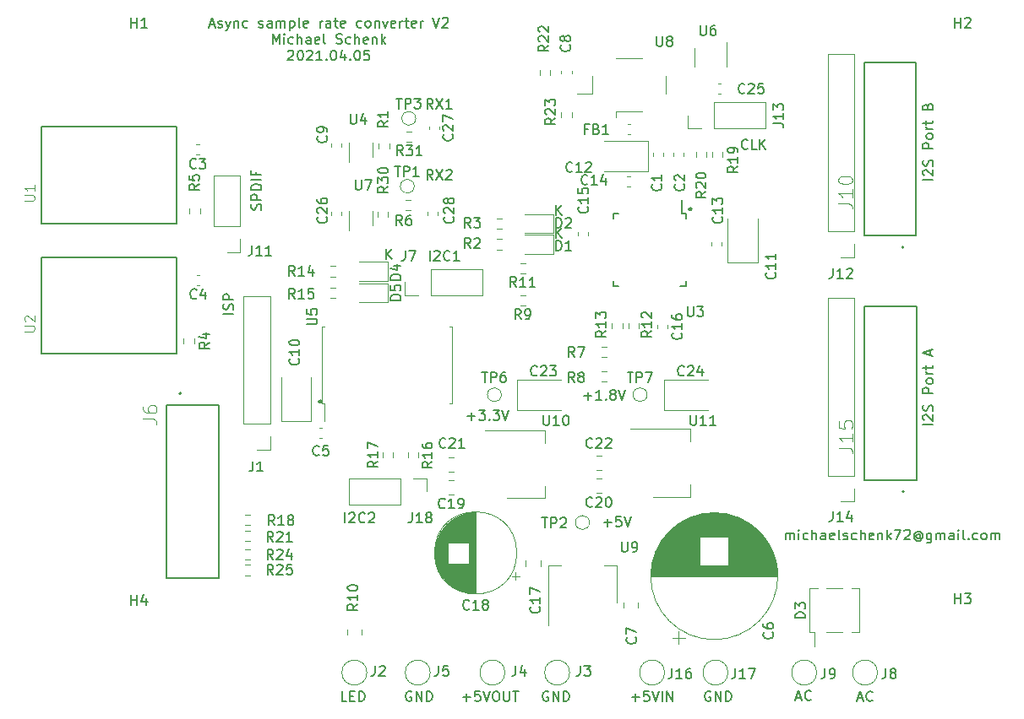
<source format=gbr>
G04 #@! TF.GenerationSoftware,KiCad,Pcbnew,(5.1.9-0-10_14)*
G04 #@! TF.CreationDate,2021-04-05T13:34:52+02:00*
G04 #@! TF.ProjectId,dac,6461632e-6b69-4636-9164-5f7063625858,rev?*
G04 #@! TF.SameCoordinates,Original*
G04 #@! TF.FileFunction,Legend,Top*
G04 #@! TF.FilePolarity,Positive*
%FSLAX46Y46*%
G04 Gerber Fmt 4.6, Leading zero omitted, Abs format (unit mm)*
G04 Created by KiCad (PCBNEW (5.1.9-0-10_14)) date 2021-04-05 13:34:52*
%MOMM*%
%LPD*%
G01*
G04 APERTURE LIST*
%ADD10C,0.150000*%
%ADD11C,0.127000*%
%ADD12C,0.120000*%
%ADD13C,0.200000*%
%ADD14C,0.015000*%
G04 APERTURE END LIST*
D10*
X138422095Y-81097380D02*
X138422095Y-80097380D01*
X138993523Y-81097380D02*
X138564952Y-80525952D01*
X138993523Y-80097380D02*
X138422095Y-80668809D01*
X160258285Y-107513428D02*
X161020190Y-107513428D01*
X160639238Y-107894380D02*
X160639238Y-107132476D01*
X161972571Y-106894380D02*
X161496380Y-106894380D01*
X161448761Y-107370571D01*
X161496380Y-107322952D01*
X161591619Y-107275333D01*
X161829714Y-107275333D01*
X161924952Y-107322952D01*
X161972571Y-107370571D01*
X162020190Y-107465809D01*
X162020190Y-107703904D01*
X161972571Y-107799142D01*
X161924952Y-107846761D01*
X161829714Y-107894380D01*
X161591619Y-107894380D01*
X161496380Y-107846761D01*
X161448761Y-107799142D01*
X162305904Y-106894380D02*
X162639238Y-107894380D01*
X162972571Y-106894380D01*
X134310619Y-107513380D02*
X134310619Y-106513380D01*
X134739190Y-106608619D02*
X134786809Y-106561000D01*
X134882047Y-106513380D01*
X135120142Y-106513380D01*
X135215380Y-106561000D01*
X135263000Y-106608619D01*
X135310619Y-106703857D01*
X135310619Y-106799095D01*
X135263000Y-106941952D01*
X134691571Y-107513380D01*
X135310619Y-107513380D01*
X136310619Y-107418142D02*
X136263000Y-107465761D01*
X136120142Y-107513380D01*
X136024904Y-107513380D01*
X135882047Y-107465761D01*
X135786809Y-107370523D01*
X135739190Y-107275285D01*
X135691571Y-107084809D01*
X135691571Y-106941952D01*
X135739190Y-106751476D01*
X135786809Y-106656238D01*
X135882047Y-106561000D01*
X136024904Y-106513380D01*
X136120142Y-106513380D01*
X136263000Y-106561000D01*
X136310619Y-106608619D01*
X136691571Y-106608619D02*
X136739190Y-106561000D01*
X136834428Y-106513380D01*
X137072523Y-106513380D01*
X137167761Y-106561000D01*
X137215380Y-106608619D01*
X137263000Y-106703857D01*
X137263000Y-106799095D01*
X137215380Y-106941952D01*
X136643952Y-107513380D01*
X137263000Y-107513380D01*
X155440095Y-78938380D02*
X155440095Y-77938380D01*
X156011523Y-78938380D02*
X155582952Y-78366952D01*
X156011523Y-77938380D02*
X155440095Y-78509809D01*
X155440095Y-76652380D02*
X155440095Y-75652380D01*
X156011523Y-76652380D02*
X155582952Y-76080952D01*
X156011523Y-75652380D02*
X155440095Y-76223809D01*
X168910000Y-75906380D02*
X168814761Y-75954000D01*
X168767142Y-76049238D01*
X168814761Y-76144476D01*
X168910000Y-76192095D01*
X169005238Y-76144476D01*
X169052857Y-76049238D01*
X169005238Y-75954000D01*
X168910000Y-75906380D01*
X131826000Y-95210380D02*
X131730761Y-95258000D01*
X131683142Y-95353238D01*
X131730761Y-95448476D01*
X131826000Y-95496095D01*
X131921238Y-95448476D01*
X131968857Y-95353238D01*
X131921238Y-95258000D01*
X131826000Y-95210380D01*
X143121142Y-73096380D02*
X142787809Y-72620190D01*
X142549714Y-73096380D02*
X142549714Y-72096380D01*
X142930666Y-72096380D01*
X143025904Y-72144000D01*
X143073523Y-72191619D01*
X143121142Y-72286857D01*
X143121142Y-72429714D01*
X143073523Y-72524952D01*
X143025904Y-72572571D01*
X142930666Y-72620190D01*
X142549714Y-72620190D01*
X143454476Y-72096380D02*
X144121142Y-73096380D01*
X144121142Y-72096380D02*
X143454476Y-73096380D01*
X144454476Y-72191619D02*
X144502095Y-72144000D01*
X144597333Y-72096380D01*
X144835428Y-72096380D01*
X144930666Y-72144000D01*
X144978285Y-72191619D01*
X145025904Y-72286857D01*
X145025904Y-72382095D01*
X144978285Y-72524952D01*
X144406857Y-73096380D01*
X145025904Y-73096380D01*
X143121142Y-65984380D02*
X142787809Y-65508190D01*
X142549714Y-65984380D02*
X142549714Y-64984380D01*
X142930666Y-64984380D01*
X143025904Y-65032000D01*
X143073523Y-65079619D01*
X143121142Y-65174857D01*
X143121142Y-65317714D01*
X143073523Y-65412952D01*
X143025904Y-65460571D01*
X142930666Y-65508190D01*
X142549714Y-65508190D01*
X143454476Y-64984380D02*
X144121142Y-65984380D01*
X144121142Y-64984380D02*
X143454476Y-65984380D01*
X145025904Y-65984380D02*
X144454476Y-65984380D01*
X144740190Y-65984380D02*
X144740190Y-64984380D01*
X144644952Y-65127238D01*
X144549714Y-65222476D01*
X144454476Y-65270095D01*
X146590000Y-96845428D02*
X147351904Y-96845428D01*
X146970952Y-97226380D02*
X146970952Y-96464476D01*
X147732857Y-96226380D02*
X148351904Y-96226380D01*
X148018571Y-96607333D01*
X148161428Y-96607333D01*
X148256666Y-96654952D01*
X148304285Y-96702571D01*
X148351904Y-96797809D01*
X148351904Y-97035904D01*
X148304285Y-97131142D01*
X148256666Y-97178761D01*
X148161428Y-97226380D01*
X147875714Y-97226380D01*
X147780476Y-97178761D01*
X147732857Y-97131142D01*
X148780476Y-97131142D02*
X148828095Y-97178761D01*
X148780476Y-97226380D01*
X148732857Y-97178761D01*
X148780476Y-97131142D01*
X148780476Y-97226380D01*
X149161428Y-96226380D02*
X149780476Y-96226380D01*
X149447142Y-96607333D01*
X149590000Y-96607333D01*
X149685238Y-96654952D01*
X149732857Y-96702571D01*
X149780476Y-96797809D01*
X149780476Y-97035904D01*
X149732857Y-97131142D01*
X149685238Y-97178761D01*
X149590000Y-97226380D01*
X149304285Y-97226380D01*
X149209047Y-97178761D01*
X149161428Y-97131142D01*
X150066190Y-96226380D02*
X150399523Y-97226380D01*
X150732857Y-96226380D01*
X158274000Y-94813428D02*
X159035904Y-94813428D01*
X158654952Y-95194380D02*
X158654952Y-94432476D01*
X160035904Y-95194380D02*
X159464476Y-95194380D01*
X159750190Y-95194380D02*
X159750190Y-94194380D01*
X159654952Y-94337238D01*
X159559714Y-94432476D01*
X159464476Y-94480095D01*
X160464476Y-95099142D02*
X160512095Y-95146761D01*
X160464476Y-95194380D01*
X160416857Y-95146761D01*
X160464476Y-95099142D01*
X160464476Y-95194380D01*
X161083523Y-94622952D02*
X160988285Y-94575333D01*
X160940666Y-94527714D01*
X160893047Y-94432476D01*
X160893047Y-94384857D01*
X160940666Y-94289619D01*
X160988285Y-94242000D01*
X161083523Y-94194380D01*
X161274000Y-94194380D01*
X161369238Y-94242000D01*
X161416857Y-94289619D01*
X161464476Y-94384857D01*
X161464476Y-94432476D01*
X161416857Y-94527714D01*
X161369238Y-94575333D01*
X161274000Y-94622952D01*
X161083523Y-94622952D01*
X160988285Y-94670571D01*
X160940666Y-94718190D01*
X160893047Y-94813428D01*
X160893047Y-95003904D01*
X160940666Y-95099142D01*
X160988285Y-95146761D01*
X161083523Y-95194380D01*
X161274000Y-95194380D01*
X161369238Y-95146761D01*
X161416857Y-95099142D01*
X161464476Y-95003904D01*
X161464476Y-94813428D01*
X161416857Y-94718190D01*
X161369238Y-94670571D01*
X161274000Y-94622952D01*
X161750190Y-94194380D02*
X162083523Y-95194380D01*
X162416857Y-94194380D01*
X174664761Y-69953142D02*
X174617142Y-70000761D01*
X174474285Y-70048380D01*
X174379047Y-70048380D01*
X174236190Y-70000761D01*
X174140952Y-69905523D01*
X174093333Y-69810285D01*
X174045714Y-69619809D01*
X174045714Y-69476952D01*
X174093333Y-69286476D01*
X174140952Y-69191238D01*
X174236190Y-69096000D01*
X174379047Y-69048380D01*
X174474285Y-69048380D01*
X174617142Y-69096000D01*
X174664761Y-69143619D01*
X175569523Y-70048380D02*
X175093333Y-70048380D01*
X175093333Y-69048380D01*
X175902857Y-70048380D02*
X175902857Y-69048380D01*
X176474285Y-70048380D02*
X176045714Y-69476952D01*
X176474285Y-69048380D02*
X175902857Y-69619809D01*
X142819619Y-81224380D02*
X142819619Y-80224380D01*
X143248190Y-80319619D02*
X143295809Y-80272000D01*
X143391047Y-80224380D01*
X143629142Y-80224380D01*
X143724380Y-80272000D01*
X143772000Y-80319619D01*
X143819619Y-80414857D01*
X143819619Y-80510095D01*
X143772000Y-80652952D01*
X143200571Y-81224380D01*
X143819619Y-81224380D01*
X144819619Y-81129142D02*
X144772000Y-81176761D01*
X144629142Y-81224380D01*
X144533904Y-81224380D01*
X144391047Y-81176761D01*
X144295809Y-81081523D01*
X144248190Y-80986285D01*
X144200571Y-80795809D01*
X144200571Y-80652952D01*
X144248190Y-80462476D01*
X144295809Y-80367238D01*
X144391047Y-80272000D01*
X144533904Y-80224380D01*
X144629142Y-80224380D01*
X144772000Y-80272000D01*
X144819619Y-80319619D01*
X145772000Y-81224380D02*
X145200571Y-81224380D01*
X145486285Y-81224380D02*
X145486285Y-80224380D01*
X145391047Y-80367238D01*
X145295809Y-80462476D01*
X145200571Y-80510095D01*
X125880761Y-76120380D02*
X125928380Y-75977523D01*
X125928380Y-75739428D01*
X125880761Y-75644190D01*
X125833142Y-75596571D01*
X125737904Y-75548952D01*
X125642666Y-75548952D01*
X125547428Y-75596571D01*
X125499809Y-75644190D01*
X125452190Y-75739428D01*
X125404571Y-75929904D01*
X125356952Y-76025142D01*
X125309333Y-76072761D01*
X125214095Y-76120380D01*
X125118857Y-76120380D01*
X125023619Y-76072761D01*
X124976000Y-76025142D01*
X124928380Y-75929904D01*
X124928380Y-75691809D01*
X124976000Y-75548952D01*
X125928380Y-75120380D02*
X124928380Y-75120380D01*
X124928380Y-74739428D01*
X124976000Y-74644190D01*
X125023619Y-74596571D01*
X125118857Y-74548952D01*
X125261714Y-74548952D01*
X125356952Y-74596571D01*
X125404571Y-74644190D01*
X125452190Y-74739428D01*
X125452190Y-75120380D01*
X125928380Y-74120380D02*
X124928380Y-74120380D01*
X124928380Y-73882285D01*
X124976000Y-73739428D01*
X125071238Y-73644190D01*
X125166476Y-73596571D01*
X125356952Y-73548952D01*
X125499809Y-73548952D01*
X125690285Y-73596571D01*
X125785523Y-73644190D01*
X125880761Y-73739428D01*
X125928380Y-73882285D01*
X125928380Y-74120380D01*
X125928380Y-73120380D02*
X124928380Y-73120380D01*
X125404571Y-72310857D02*
X125404571Y-72644190D01*
X125928380Y-72644190D02*
X124928380Y-72644190D01*
X124928380Y-72168000D01*
X123134380Y-86574190D02*
X122134380Y-86574190D01*
X123086761Y-86145619D02*
X123134380Y-86002761D01*
X123134380Y-85764666D01*
X123086761Y-85669428D01*
X123039142Y-85621809D01*
X122943904Y-85574190D01*
X122848666Y-85574190D01*
X122753428Y-85621809D01*
X122705809Y-85669428D01*
X122658190Y-85764666D01*
X122610571Y-85955142D01*
X122562952Y-86050380D01*
X122515333Y-86098000D01*
X122420095Y-86145619D01*
X122324857Y-86145619D01*
X122229619Y-86098000D01*
X122182000Y-86050380D01*
X122134380Y-85955142D01*
X122134380Y-85717047D01*
X122182000Y-85574190D01*
X123134380Y-85145619D02*
X122134380Y-85145619D01*
X122134380Y-84764666D01*
X122182000Y-84669428D01*
X122229619Y-84621809D01*
X122324857Y-84574190D01*
X122467714Y-84574190D01*
X122562952Y-84621809D01*
X122610571Y-84669428D01*
X122658190Y-84764666D01*
X122658190Y-85145619D01*
X193238380Y-97670476D02*
X192238380Y-97670476D01*
X192333619Y-97241904D02*
X192286000Y-97194285D01*
X192238380Y-97099047D01*
X192238380Y-96860952D01*
X192286000Y-96765714D01*
X192333619Y-96718095D01*
X192428857Y-96670476D01*
X192524095Y-96670476D01*
X192666952Y-96718095D01*
X193238380Y-97289523D01*
X193238380Y-96670476D01*
X193190761Y-96289523D02*
X193238380Y-96146666D01*
X193238380Y-95908571D01*
X193190761Y-95813333D01*
X193143142Y-95765714D01*
X193047904Y-95718095D01*
X192952666Y-95718095D01*
X192857428Y-95765714D01*
X192809809Y-95813333D01*
X192762190Y-95908571D01*
X192714571Y-96099047D01*
X192666952Y-96194285D01*
X192619333Y-96241904D01*
X192524095Y-96289523D01*
X192428857Y-96289523D01*
X192333619Y-96241904D01*
X192286000Y-96194285D01*
X192238380Y-96099047D01*
X192238380Y-95860952D01*
X192286000Y-95718095D01*
X193238380Y-94527619D02*
X192238380Y-94527619D01*
X192238380Y-94146666D01*
X192286000Y-94051428D01*
X192333619Y-94003809D01*
X192428857Y-93956190D01*
X192571714Y-93956190D01*
X192666952Y-94003809D01*
X192714571Y-94051428D01*
X192762190Y-94146666D01*
X192762190Y-94527619D01*
X193238380Y-93384761D02*
X193190761Y-93480000D01*
X193143142Y-93527619D01*
X193047904Y-93575238D01*
X192762190Y-93575238D01*
X192666952Y-93527619D01*
X192619333Y-93480000D01*
X192571714Y-93384761D01*
X192571714Y-93241904D01*
X192619333Y-93146666D01*
X192666952Y-93099047D01*
X192762190Y-93051428D01*
X193047904Y-93051428D01*
X193143142Y-93099047D01*
X193190761Y-93146666D01*
X193238380Y-93241904D01*
X193238380Y-93384761D01*
X193238380Y-92622857D02*
X192571714Y-92622857D01*
X192762190Y-92622857D02*
X192666952Y-92575238D01*
X192619333Y-92527619D01*
X192571714Y-92432380D01*
X192571714Y-92337142D01*
X192571714Y-92146666D02*
X192571714Y-91765714D01*
X192238380Y-92003809D02*
X193095523Y-92003809D01*
X193190761Y-91956190D01*
X193238380Y-91860952D01*
X193238380Y-91765714D01*
X192952666Y-90718095D02*
X192952666Y-90241904D01*
X193238380Y-90813333D02*
X192238380Y-90480000D01*
X193238380Y-90146666D01*
X193238380Y-73103904D02*
X192238380Y-73103904D01*
X192333619Y-72675333D02*
X192286000Y-72627714D01*
X192238380Y-72532476D01*
X192238380Y-72294380D01*
X192286000Y-72199142D01*
X192333619Y-72151523D01*
X192428857Y-72103904D01*
X192524095Y-72103904D01*
X192666952Y-72151523D01*
X193238380Y-72722952D01*
X193238380Y-72103904D01*
X193190761Y-71722952D02*
X193238380Y-71580095D01*
X193238380Y-71342000D01*
X193190761Y-71246761D01*
X193143142Y-71199142D01*
X193047904Y-71151523D01*
X192952666Y-71151523D01*
X192857428Y-71199142D01*
X192809809Y-71246761D01*
X192762190Y-71342000D01*
X192714571Y-71532476D01*
X192666952Y-71627714D01*
X192619333Y-71675333D01*
X192524095Y-71722952D01*
X192428857Y-71722952D01*
X192333619Y-71675333D01*
X192286000Y-71627714D01*
X192238380Y-71532476D01*
X192238380Y-71294380D01*
X192286000Y-71151523D01*
X193238380Y-69961047D02*
X192238380Y-69961047D01*
X192238380Y-69580095D01*
X192286000Y-69484857D01*
X192333619Y-69437238D01*
X192428857Y-69389619D01*
X192571714Y-69389619D01*
X192666952Y-69437238D01*
X192714571Y-69484857D01*
X192762190Y-69580095D01*
X192762190Y-69961047D01*
X193238380Y-68818190D02*
X193190761Y-68913428D01*
X193143142Y-68961047D01*
X193047904Y-69008666D01*
X192762190Y-69008666D01*
X192666952Y-68961047D01*
X192619333Y-68913428D01*
X192571714Y-68818190D01*
X192571714Y-68675333D01*
X192619333Y-68580095D01*
X192666952Y-68532476D01*
X192762190Y-68484857D01*
X193047904Y-68484857D01*
X193143142Y-68532476D01*
X193190761Y-68580095D01*
X193238380Y-68675333D01*
X193238380Y-68818190D01*
X193238380Y-68056285D02*
X192571714Y-68056285D01*
X192762190Y-68056285D02*
X192666952Y-68008666D01*
X192619333Y-67961047D01*
X192571714Y-67865809D01*
X192571714Y-67770571D01*
X192571714Y-67580095D02*
X192571714Y-67199142D01*
X192238380Y-67437238D02*
X193095523Y-67437238D01*
X193190761Y-67389619D01*
X193238380Y-67294380D01*
X193238380Y-67199142D01*
X192714571Y-65770571D02*
X192762190Y-65627714D01*
X192809809Y-65580095D01*
X192905047Y-65532476D01*
X193047904Y-65532476D01*
X193143142Y-65580095D01*
X193190761Y-65627714D01*
X193238380Y-65722952D01*
X193238380Y-66103904D01*
X192238380Y-66103904D01*
X192238380Y-65770571D01*
X192286000Y-65675333D01*
X192333619Y-65627714D01*
X192428857Y-65580095D01*
X192524095Y-65580095D01*
X192619333Y-65627714D01*
X192666952Y-65675333D01*
X192714571Y-65770571D01*
X192714571Y-66103904D01*
X146129714Y-125039428D02*
X146891619Y-125039428D01*
X146510666Y-125420380D02*
X146510666Y-124658476D01*
X147844000Y-124420380D02*
X147367809Y-124420380D01*
X147320190Y-124896571D01*
X147367809Y-124848952D01*
X147463047Y-124801333D01*
X147701142Y-124801333D01*
X147796380Y-124848952D01*
X147844000Y-124896571D01*
X147891619Y-124991809D01*
X147891619Y-125229904D01*
X147844000Y-125325142D01*
X147796380Y-125372761D01*
X147701142Y-125420380D01*
X147463047Y-125420380D01*
X147367809Y-125372761D01*
X147320190Y-125325142D01*
X148177333Y-124420380D02*
X148510666Y-125420380D01*
X148844000Y-124420380D01*
X149367809Y-124420380D02*
X149558285Y-124420380D01*
X149653523Y-124468000D01*
X149748761Y-124563238D01*
X149796380Y-124753714D01*
X149796380Y-125087047D01*
X149748761Y-125277523D01*
X149653523Y-125372761D01*
X149558285Y-125420380D01*
X149367809Y-125420380D01*
X149272571Y-125372761D01*
X149177333Y-125277523D01*
X149129714Y-125087047D01*
X149129714Y-124753714D01*
X149177333Y-124563238D01*
X149272571Y-124468000D01*
X149367809Y-124420380D01*
X150224952Y-124420380D02*
X150224952Y-125229904D01*
X150272571Y-125325142D01*
X150320190Y-125372761D01*
X150415428Y-125420380D01*
X150605904Y-125420380D01*
X150701142Y-125372761D01*
X150748761Y-125325142D01*
X150796380Y-125229904D01*
X150796380Y-124420380D01*
X151129714Y-124420380D02*
X151701142Y-124420380D01*
X151415428Y-125420380D02*
X151415428Y-124420380D01*
X134485142Y-125420380D02*
X134008952Y-125420380D01*
X134008952Y-124420380D01*
X134818476Y-124896571D02*
X135151809Y-124896571D01*
X135294666Y-125420380D02*
X134818476Y-125420380D01*
X134818476Y-124420380D01*
X135294666Y-124420380D01*
X135723238Y-125420380D02*
X135723238Y-124420380D01*
X135961333Y-124420380D01*
X136104190Y-124468000D01*
X136199428Y-124563238D01*
X136247047Y-124658476D01*
X136294666Y-124848952D01*
X136294666Y-124991809D01*
X136247047Y-125182285D01*
X136199428Y-125277523D01*
X136104190Y-125372761D01*
X135961333Y-125420380D01*
X135723238Y-125420380D01*
X163052380Y-125039428D02*
X163814285Y-125039428D01*
X163433333Y-125420380D02*
X163433333Y-124658476D01*
X164766666Y-124420380D02*
X164290476Y-124420380D01*
X164242857Y-124896571D01*
X164290476Y-124848952D01*
X164385714Y-124801333D01*
X164623809Y-124801333D01*
X164719047Y-124848952D01*
X164766666Y-124896571D01*
X164814285Y-124991809D01*
X164814285Y-125229904D01*
X164766666Y-125325142D01*
X164719047Y-125372761D01*
X164623809Y-125420380D01*
X164385714Y-125420380D01*
X164290476Y-125372761D01*
X164242857Y-125325142D01*
X165100000Y-124420380D02*
X165433333Y-125420380D01*
X165766666Y-124420380D01*
X166100000Y-125420380D02*
X166100000Y-124420380D01*
X166576190Y-125420380D02*
X166576190Y-124420380D01*
X167147619Y-125420380D01*
X167147619Y-124420380D01*
X154686095Y-124468000D02*
X154590857Y-124420380D01*
X154448000Y-124420380D01*
X154305142Y-124468000D01*
X154209904Y-124563238D01*
X154162285Y-124658476D01*
X154114666Y-124848952D01*
X154114666Y-124991809D01*
X154162285Y-125182285D01*
X154209904Y-125277523D01*
X154305142Y-125372761D01*
X154448000Y-125420380D01*
X154543238Y-125420380D01*
X154686095Y-125372761D01*
X154733714Y-125325142D01*
X154733714Y-124991809D01*
X154543238Y-124991809D01*
X155162285Y-125420380D02*
X155162285Y-124420380D01*
X155733714Y-125420380D01*
X155733714Y-124420380D01*
X156209904Y-125420380D02*
X156209904Y-124420380D01*
X156448000Y-124420380D01*
X156590857Y-124468000D01*
X156686095Y-124563238D01*
X156733714Y-124658476D01*
X156781333Y-124848952D01*
X156781333Y-124991809D01*
X156733714Y-125182285D01*
X156686095Y-125277523D01*
X156590857Y-125372761D01*
X156448000Y-125420380D01*
X156209904Y-125420380D01*
X140970095Y-124468000D02*
X140874857Y-124420380D01*
X140732000Y-124420380D01*
X140589142Y-124468000D01*
X140493904Y-124563238D01*
X140446285Y-124658476D01*
X140398666Y-124848952D01*
X140398666Y-124991809D01*
X140446285Y-125182285D01*
X140493904Y-125277523D01*
X140589142Y-125372761D01*
X140732000Y-125420380D01*
X140827238Y-125420380D01*
X140970095Y-125372761D01*
X141017714Y-125325142D01*
X141017714Y-124991809D01*
X140827238Y-124991809D01*
X141446285Y-125420380D02*
X141446285Y-124420380D01*
X142017714Y-125420380D01*
X142017714Y-124420380D01*
X142493904Y-125420380D02*
X142493904Y-124420380D01*
X142732000Y-124420380D01*
X142874857Y-124468000D01*
X142970095Y-124563238D01*
X143017714Y-124658476D01*
X143065333Y-124848952D01*
X143065333Y-124991809D01*
X143017714Y-125182285D01*
X142970095Y-125277523D01*
X142874857Y-125372761D01*
X142732000Y-125420380D01*
X142493904Y-125420380D01*
X170942095Y-124468000D02*
X170846857Y-124420380D01*
X170704000Y-124420380D01*
X170561142Y-124468000D01*
X170465904Y-124563238D01*
X170418285Y-124658476D01*
X170370666Y-124848952D01*
X170370666Y-124991809D01*
X170418285Y-125182285D01*
X170465904Y-125277523D01*
X170561142Y-125372761D01*
X170704000Y-125420380D01*
X170799238Y-125420380D01*
X170942095Y-125372761D01*
X170989714Y-125325142D01*
X170989714Y-124991809D01*
X170799238Y-124991809D01*
X171418285Y-125420380D02*
X171418285Y-124420380D01*
X171989714Y-125420380D01*
X171989714Y-124420380D01*
X172465904Y-125420380D02*
X172465904Y-124420380D01*
X172704000Y-124420380D01*
X172846857Y-124468000D01*
X172942095Y-124563238D01*
X172989714Y-124658476D01*
X173037333Y-124848952D01*
X173037333Y-124991809D01*
X172989714Y-125182285D01*
X172942095Y-125277523D01*
X172846857Y-125372761D01*
X172704000Y-125420380D01*
X172465904Y-125420380D01*
X185697904Y-125134666D02*
X186174095Y-125134666D01*
X185602666Y-125420380D02*
X185936000Y-124420380D01*
X186269333Y-125420380D01*
X187174095Y-125325142D02*
X187126476Y-125372761D01*
X186983619Y-125420380D01*
X186888380Y-125420380D01*
X186745523Y-125372761D01*
X186650285Y-125277523D01*
X186602666Y-125182285D01*
X186555047Y-124991809D01*
X186555047Y-124848952D01*
X186602666Y-124658476D01*
X186650285Y-124563238D01*
X186745523Y-124468000D01*
X186888380Y-124420380D01*
X186983619Y-124420380D01*
X187126476Y-124468000D01*
X187174095Y-124515619D01*
X179538404Y-125071166D02*
X180014595Y-125071166D01*
X179443166Y-125356880D02*
X179776500Y-124356880D01*
X180109833Y-125356880D01*
X181014595Y-125261642D02*
X180966976Y-125309261D01*
X180824119Y-125356880D01*
X180728880Y-125356880D01*
X180586023Y-125309261D01*
X180490785Y-125214023D01*
X180443166Y-125118785D01*
X180395547Y-124928309D01*
X180395547Y-124785452D01*
X180443166Y-124594976D01*
X180490785Y-124499738D01*
X180586023Y-124404500D01*
X180728880Y-124356880D01*
X180824119Y-124356880D01*
X180966976Y-124404500D01*
X181014595Y-124452119D01*
X178464914Y-109215180D02*
X178464914Y-108548514D01*
X178464914Y-108643752D02*
X178512533Y-108596133D01*
X178607771Y-108548514D01*
X178750628Y-108548514D01*
X178845866Y-108596133D01*
X178893485Y-108691371D01*
X178893485Y-109215180D01*
X178893485Y-108691371D02*
X178941104Y-108596133D01*
X179036342Y-108548514D01*
X179179200Y-108548514D01*
X179274438Y-108596133D01*
X179322057Y-108691371D01*
X179322057Y-109215180D01*
X179798247Y-109215180D02*
X179798247Y-108548514D01*
X179798247Y-108215180D02*
X179750628Y-108262800D01*
X179798247Y-108310419D01*
X179845866Y-108262800D01*
X179798247Y-108215180D01*
X179798247Y-108310419D01*
X180703009Y-109167561D02*
X180607771Y-109215180D01*
X180417295Y-109215180D01*
X180322057Y-109167561D01*
X180274438Y-109119942D01*
X180226819Y-109024704D01*
X180226819Y-108738990D01*
X180274438Y-108643752D01*
X180322057Y-108596133D01*
X180417295Y-108548514D01*
X180607771Y-108548514D01*
X180703009Y-108596133D01*
X181131580Y-109215180D02*
X181131580Y-108215180D01*
X181560152Y-109215180D02*
X181560152Y-108691371D01*
X181512533Y-108596133D01*
X181417295Y-108548514D01*
X181274438Y-108548514D01*
X181179200Y-108596133D01*
X181131580Y-108643752D01*
X182464914Y-109215180D02*
X182464914Y-108691371D01*
X182417295Y-108596133D01*
X182322057Y-108548514D01*
X182131580Y-108548514D01*
X182036342Y-108596133D01*
X182464914Y-109167561D02*
X182369676Y-109215180D01*
X182131580Y-109215180D01*
X182036342Y-109167561D01*
X181988723Y-109072323D01*
X181988723Y-108977085D01*
X182036342Y-108881847D01*
X182131580Y-108834228D01*
X182369676Y-108834228D01*
X182464914Y-108786609D01*
X183322057Y-109167561D02*
X183226819Y-109215180D01*
X183036342Y-109215180D01*
X182941104Y-109167561D01*
X182893485Y-109072323D01*
X182893485Y-108691371D01*
X182941104Y-108596133D01*
X183036342Y-108548514D01*
X183226819Y-108548514D01*
X183322057Y-108596133D01*
X183369676Y-108691371D01*
X183369676Y-108786609D01*
X182893485Y-108881847D01*
X183941104Y-109215180D02*
X183845866Y-109167561D01*
X183798247Y-109072323D01*
X183798247Y-108215180D01*
X184274438Y-109167561D02*
X184369676Y-109215180D01*
X184560152Y-109215180D01*
X184655390Y-109167561D01*
X184703009Y-109072323D01*
X184703009Y-109024704D01*
X184655390Y-108929466D01*
X184560152Y-108881847D01*
X184417295Y-108881847D01*
X184322057Y-108834228D01*
X184274438Y-108738990D01*
X184274438Y-108691371D01*
X184322057Y-108596133D01*
X184417295Y-108548514D01*
X184560152Y-108548514D01*
X184655390Y-108596133D01*
X185560152Y-109167561D02*
X185464914Y-109215180D01*
X185274438Y-109215180D01*
X185179200Y-109167561D01*
X185131580Y-109119942D01*
X185083961Y-109024704D01*
X185083961Y-108738990D01*
X185131580Y-108643752D01*
X185179200Y-108596133D01*
X185274438Y-108548514D01*
X185464914Y-108548514D01*
X185560152Y-108596133D01*
X185988723Y-109215180D02*
X185988723Y-108215180D01*
X186417295Y-109215180D02*
X186417295Y-108691371D01*
X186369676Y-108596133D01*
X186274438Y-108548514D01*
X186131580Y-108548514D01*
X186036342Y-108596133D01*
X185988723Y-108643752D01*
X187274438Y-109167561D02*
X187179200Y-109215180D01*
X186988723Y-109215180D01*
X186893485Y-109167561D01*
X186845866Y-109072323D01*
X186845866Y-108691371D01*
X186893485Y-108596133D01*
X186988723Y-108548514D01*
X187179200Y-108548514D01*
X187274438Y-108596133D01*
X187322057Y-108691371D01*
X187322057Y-108786609D01*
X186845866Y-108881847D01*
X187750628Y-108548514D02*
X187750628Y-109215180D01*
X187750628Y-108643752D02*
X187798247Y-108596133D01*
X187893485Y-108548514D01*
X188036342Y-108548514D01*
X188131580Y-108596133D01*
X188179200Y-108691371D01*
X188179200Y-109215180D01*
X188655390Y-109215180D02*
X188655390Y-108215180D01*
X188750628Y-108834228D02*
X189036342Y-109215180D01*
X189036342Y-108548514D02*
X188655390Y-108929466D01*
X189369676Y-108215180D02*
X190036342Y-108215180D01*
X189607771Y-109215180D01*
X190369676Y-108310419D02*
X190417295Y-108262800D01*
X190512533Y-108215180D01*
X190750628Y-108215180D01*
X190845866Y-108262800D01*
X190893485Y-108310419D01*
X190941104Y-108405657D01*
X190941104Y-108500895D01*
X190893485Y-108643752D01*
X190322057Y-109215180D01*
X190941104Y-109215180D01*
X191988723Y-108738990D02*
X191941104Y-108691371D01*
X191845866Y-108643752D01*
X191750628Y-108643752D01*
X191655390Y-108691371D01*
X191607771Y-108738990D01*
X191560152Y-108834228D01*
X191560152Y-108929466D01*
X191607771Y-109024704D01*
X191655390Y-109072323D01*
X191750628Y-109119942D01*
X191845866Y-109119942D01*
X191941104Y-109072323D01*
X191988723Y-109024704D01*
X191988723Y-108643752D02*
X191988723Y-109024704D01*
X192036342Y-109072323D01*
X192083961Y-109072323D01*
X192179200Y-109024704D01*
X192226819Y-108929466D01*
X192226819Y-108691371D01*
X192131580Y-108548514D01*
X191988723Y-108453276D01*
X191798247Y-108405657D01*
X191607771Y-108453276D01*
X191464914Y-108548514D01*
X191369676Y-108691371D01*
X191322057Y-108881847D01*
X191369676Y-109072323D01*
X191464914Y-109215180D01*
X191607771Y-109310419D01*
X191798247Y-109358038D01*
X191988723Y-109310419D01*
X192131580Y-109215180D01*
X193083961Y-108548514D02*
X193083961Y-109358038D01*
X193036342Y-109453276D01*
X192988723Y-109500895D01*
X192893485Y-109548514D01*
X192750628Y-109548514D01*
X192655390Y-109500895D01*
X193083961Y-109167561D02*
X192988723Y-109215180D01*
X192798247Y-109215180D01*
X192703009Y-109167561D01*
X192655390Y-109119942D01*
X192607771Y-109024704D01*
X192607771Y-108738990D01*
X192655390Y-108643752D01*
X192703009Y-108596133D01*
X192798247Y-108548514D01*
X192988723Y-108548514D01*
X193083961Y-108596133D01*
X193560152Y-109215180D02*
X193560152Y-108548514D01*
X193560152Y-108643752D02*
X193607771Y-108596133D01*
X193703009Y-108548514D01*
X193845866Y-108548514D01*
X193941104Y-108596133D01*
X193988723Y-108691371D01*
X193988723Y-109215180D01*
X193988723Y-108691371D02*
X194036342Y-108596133D01*
X194131580Y-108548514D01*
X194274438Y-108548514D01*
X194369676Y-108596133D01*
X194417295Y-108691371D01*
X194417295Y-109215180D01*
X195322057Y-109215180D02*
X195322057Y-108691371D01*
X195274438Y-108596133D01*
X195179200Y-108548514D01*
X194988723Y-108548514D01*
X194893485Y-108596133D01*
X195322057Y-109167561D02*
X195226819Y-109215180D01*
X194988723Y-109215180D01*
X194893485Y-109167561D01*
X194845866Y-109072323D01*
X194845866Y-108977085D01*
X194893485Y-108881847D01*
X194988723Y-108834228D01*
X195226819Y-108834228D01*
X195322057Y-108786609D01*
X195798247Y-109215180D02*
X195798247Y-108548514D01*
X195798247Y-108215180D02*
X195750628Y-108262800D01*
X195798247Y-108310419D01*
X195845866Y-108262800D01*
X195798247Y-108215180D01*
X195798247Y-108310419D01*
X196417295Y-109215180D02*
X196322057Y-109167561D01*
X196274438Y-109072323D01*
X196274438Y-108215180D01*
X196798247Y-109119942D02*
X196845866Y-109167561D01*
X196798247Y-109215180D01*
X196750628Y-109167561D01*
X196798247Y-109119942D01*
X196798247Y-109215180D01*
X197703009Y-109167561D02*
X197607771Y-109215180D01*
X197417295Y-109215180D01*
X197322057Y-109167561D01*
X197274438Y-109119942D01*
X197226819Y-109024704D01*
X197226819Y-108738990D01*
X197274438Y-108643752D01*
X197322057Y-108596133D01*
X197417295Y-108548514D01*
X197607771Y-108548514D01*
X197703009Y-108596133D01*
X198274438Y-109215180D02*
X198179200Y-109167561D01*
X198131580Y-109119942D01*
X198083961Y-109024704D01*
X198083961Y-108738990D01*
X198131580Y-108643752D01*
X198179200Y-108596133D01*
X198274438Y-108548514D01*
X198417295Y-108548514D01*
X198512533Y-108596133D01*
X198560152Y-108643752D01*
X198607771Y-108738990D01*
X198607771Y-109024704D01*
X198560152Y-109119942D01*
X198512533Y-109167561D01*
X198417295Y-109215180D01*
X198274438Y-109215180D01*
X199036342Y-109215180D02*
X199036342Y-108548514D01*
X199036342Y-108643752D02*
X199083961Y-108596133D01*
X199179200Y-108548514D01*
X199322057Y-108548514D01*
X199417295Y-108596133D01*
X199464914Y-108691371D01*
X199464914Y-109215180D01*
X199464914Y-108691371D02*
X199512533Y-108596133D01*
X199607771Y-108548514D01*
X199750628Y-108548514D01*
X199845866Y-108596133D01*
X199893485Y-108691371D01*
X199893485Y-109215180D01*
X120737219Y-57546266D02*
X121213409Y-57546266D01*
X120641980Y-57831980D02*
X120975314Y-56831980D01*
X121308647Y-57831980D01*
X121594361Y-57784361D02*
X121689600Y-57831980D01*
X121880076Y-57831980D01*
X121975314Y-57784361D01*
X122022933Y-57689123D01*
X122022933Y-57641504D01*
X121975314Y-57546266D01*
X121880076Y-57498647D01*
X121737219Y-57498647D01*
X121641980Y-57451028D01*
X121594361Y-57355790D01*
X121594361Y-57308171D01*
X121641980Y-57212933D01*
X121737219Y-57165314D01*
X121880076Y-57165314D01*
X121975314Y-57212933D01*
X122356266Y-57165314D02*
X122594361Y-57831980D01*
X122832457Y-57165314D02*
X122594361Y-57831980D01*
X122499123Y-58070076D01*
X122451504Y-58117695D01*
X122356266Y-58165314D01*
X123213409Y-57165314D02*
X123213409Y-57831980D01*
X123213409Y-57260552D02*
X123261028Y-57212933D01*
X123356266Y-57165314D01*
X123499123Y-57165314D01*
X123594361Y-57212933D01*
X123641980Y-57308171D01*
X123641980Y-57831980D01*
X124546742Y-57784361D02*
X124451504Y-57831980D01*
X124261028Y-57831980D01*
X124165790Y-57784361D01*
X124118171Y-57736742D01*
X124070552Y-57641504D01*
X124070552Y-57355790D01*
X124118171Y-57260552D01*
X124165790Y-57212933D01*
X124261028Y-57165314D01*
X124451504Y-57165314D01*
X124546742Y-57212933D01*
X125689600Y-57784361D02*
X125784838Y-57831980D01*
X125975314Y-57831980D01*
X126070552Y-57784361D01*
X126118171Y-57689123D01*
X126118171Y-57641504D01*
X126070552Y-57546266D01*
X125975314Y-57498647D01*
X125832457Y-57498647D01*
X125737219Y-57451028D01*
X125689600Y-57355790D01*
X125689600Y-57308171D01*
X125737219Y-57212933D01*
X125832457Y-57165314D01*
X125975314Y-57165314D01*
X126070552Y-57212933D01*
X126975314Y-57831980D02*
X126975314Y-57308171D01*
X126927695Y-57212933D01*
X126832457Y-57165314D01*
X126641980Y-57165314D01*
X126546742Y-57212933D01*
X126975314Y-57784361D02*
X126880076Y-57831980D01*
X126641980Y-57831980D01*
X126546742Y-57784361D01*
X126499123Y-57689123D01*
X126499123Y-57593885D01*
X126546742Y-57498647D01*
X126641980Y-57451028D01*
X126880076Y-57451028D01*
X126975314Y-57403409D01*
X127451504Y-57831980D02*
X127451504Y-57165314D01*
X127451504Y-57260552D02*
X127499123Y-57212933D01*
X127594361Y-57165314D01*
X127737219Y-57165314D01*
X127832457Y-57212933D01*
X127880076Y-57308171D01*
X127880076Y-57831980D01*
X127880076Y-57308171D02*
X127927695Y-57212933D01*
X128022933Y-57165314D01*
X128165790Y-57165314D01*
X128261028Y-57212933D01*
X128308647Y-57308171D01*
X128308647Y-57831980D01*
X128784838Y-57165314D02*
X128784838Y-58165314D01*
X128784838Y-57212933D02*
X128880076Y-57165314D01*
X129070552Y-57165314D01*
X129165790Y-57212933D01*
X129213409Y-57260552D01*
X129261028Y-57355790D01*
X129261028Y-57641504D01*
X129213409Y-57736742D01*
X129165790Y-57784361D01*
X129070552Y-57831980D01*
X128880076Y-57831980D01*
X128784838Y-57784361D01*
X129832457Y-57831980D02*
X129737219Y-57784361D01*
X129689600Y-57689123D01*
X129689600Y-56831980D01*
X130594361Y-57784361D02*
X130499123Y-57831980D01*
X130308647Y-57831980D01*
X130213409Y-57784361D01*
X130165790Y-57689123D01*
X130165790Y-57308171D01*
X130213409Y-57212933D01*
X130308647Y-57165314D01*
X130499123Y-57165314D01*
X130594361Y-57212933D01*
X130641980Y-57308171D01*
X130641980Y-57403409D01*
X130165790Y-57498647D01*
X131832457Y-57831980D02*
X131832457Y-57165314D01*
X131832457Y-57355790D02*
X131880076Y-57260552D01*
X131927695Y-57212933D01*
X132022933Y-57165314D01*
X132118171Y-57165314D01*
X132880076Y-57831980D02*
X132880076Y-57308171D01*
X132832457Y-57212933D01*
X132737219Y-57165314D01*
X132546742Y-57165314D01*
X132451504Y-57212933D01*
X132880076Y-57784361D02*
X132784838Y-57831980D01*
X132546742Y-57831980D01*
X132451504Y-57784361D01*
X132403885Y-57689123D01*
X132403885Y-57593885D01*
X132451504Y-57498647D01*
X132546742Y-57451028D01*
X132784838Y-57451028D01*
X132880076Y-57403409D01*
X133213409Y-57165314D02*
X133594361Y-57165314D01*
X133356266Y-56831980D02*
X133356266Y-57689123D01*
X133403885Y-57784361D01*
X133499123Y-57831980D01*
X133594361Y-57831980D01*
X134308647Y-57784361D02*
X134213409Y-57831980D01*
X134022933Y-57831980D01*
X133927695Y-57784361D01*
X133880076Y-57689123D01*
X133880076Y-57308171D01*
X133927695Y-57212933D01*
X134022933Y-57165314D01*
X134213409Y-57165314D01*
X134308647Y-57212933D01*
X134356266Y-57308171D01*
X134356266Y-57403409D01*
X133880076Y-57498647D01*
X135975314Y-57784361D02*
X135880076Y-57831980D01*
X135689600Y-57831980D01*
X135594361Y-57784361D01*
X135546742Y-57736742D01*
X135499123Y-57641504D01*
X135499123Y-57355790D01*
X135546742Y-57260552D01*
X135594361Y-57212933D01*
X135689600Y-57165314D01*
X135880076Y-57165314D01*
X135975314Y-57212933D01*
X136546742Y-57831980D02*
X136451504Y-57784361D01*
X136403885Y-57736742D01*
X136356266Y-57641504D01*
X136356266Y-57355790D01*
X136403885Y-57260552D01*
X136451504Y-57212933D01*
X136546742Y-57165314D01*
X136689600Y-57165314D01*
X136784838Y-57212933D01*
X136832457Y-57260552D01*
X136880076Y-57355790D01*
X136880076Y-57641504D01*
X136832457Y-57736742D01*
X136784838Y-57784361D01*
X136689600Y-57831980D01*
X136546742Y-57831980D01*
X137308647Y-57165314D02*
X137308647Y-57831980D01*
X137308647Y-57260552D02*
X137356266Y-57212933D01*
X137451504Y-57165314D01*
X137594361Y-57165314D01*
X137689600Y-57212933D01*
X137737219Y-57308171D01*
X137737219Y-57831980D01*
X138118171Y-57165314D02*
X138356266Y-57831980D01*
X138594361Y-57165314D01*
X139356266Y-57784361D02*
X139261028Y-57831980D01*
X139070552Y-57831980D01*
X138975314Y-57784361D01*
X138927695Y-57689123D01*
X138927695Y-57308171D01*
X138975314Y-57212933D01*
X139070552Y-57165314D01*
X139261028Y-57165314D01*
X139356266Y-57212933D01*
X139403885Y-57308171D01*
X139403885Y-57403409D01*
X138927695Y-57498647D01*
X139832457Y-57831980D02*
X139832457Y-57165314D01*
X139832457Y-57355790D02*
X139880076Y-57260552D01*
X139927695Y-57212933D01*
X140022933Y-57165314D01*
X140118171Y-57165314D01*
X140308647Y-57165314D02*
X140689600Y-57165314D01*
X140451504Y-56831980D02*
X140451504Y-57689123D01*
X140499123Y-57784361D01*
X140594361Y-57831980D01*
X140689600Y-57831980D01*
X141403885Y-57784361D02*
X141308647Y-57831980D01*
X141118171Y-57831980D01*
X141022933Y-57784361D01*
X140975314Y-57689123D01*
X140975314Y-57308171D01*
X141022933Y-57212933D01*
X141118171Y-57165314D01*
X141308647Y-57165314D01*
X141403885Y-57212933D01*
X141451504Y-57308171D01*
X141451504Y-57403409D01*
X140975314Y-57498647D01*
X141880076Y-57831980D02*
X141880076Y-57165314D01*
X141880076Y-57355790D02*
X141927695Y-57260552D01*
X141975314Y-57212933D01*
X142070552Y-57165314D01*
X142165790Y-57165314D01*
X143118171Y-56831980D02*
X143451504Y-57831980D01*
X143784838Y-56831980D01*
X144070552Y-56927219D02*
X144118171Y-56879600D01*
X144213409Y-56831980D01*
X144451504Y-56831980D01*
X144546742Y-56879600D01*
X144594361Y-56927219D01*
X144641980Y-57022457D01*
X144641980Y-57117695D01*
X144594361Y-57260552D01*
X144022933Y-57831980D01*
X144641980Y-57831980D01*
X127070552Y-59481980D02*
X127070552Y-58481980D01*
X127403885Y-59196266D01*
X127737219Y-58481980D01*
X127737219Y-59481980D01*
X128213409Y-59481980D02*
X128213409Y-58815314D01*
X128213409Y-58481980D02*
X128165790Y-58529600D01*
X128213409Y-58577219D01*
X128261028Y-58529600D01*
X128213409Y-58481980D01*
X128213409Y-58577219D01*
X129118171Y-59434361D02*
X129022933Y-59481980D01*
X128832457Y-59481980D01*
X128737219Y-59434361D01*
X128689600Y-59386742D01*
X128641980Y-59291504D01*
X128641980Y-59005790D01*
X128689600Y-58910552D01*
X128737219Y-58862933D01*
X128832457Y-58815314D01*
X129022933Y-58815314D01*
X129118171Y-58862933D01*
X129546742Y-59481980D02*
X129546742Y-58481980D01*
X129975314Y-59481980D02*
X129975314Y-58958171D01*
X129927695Y-58862933D01*
X129832457Y-58815314D01*
X129689600Y-58815314D01*
X129594361Y-58862933D01*
X129546742Y-58910552D01*
X130880076Y-59481980D02*
X130880076Y-58958171D01*
X130832457Y-58862933D01*
X130737219Y-58815314D01*
X130546742Y-58815314D01*
X130451504Y-58862933D01*
X130880076Y-59434361D02*
X130784838Y-59481980D01*
X130546742Y-59481980D01*
X130451504Y-59434361D01*
X130403885Y-59339123D01*
X130403885Y-59243885D01*
X130451504Y-59148647D01*
X130546742Y-59101028D01*
X130784838Y-59101028D01*
X130880076Y-59053409D01*
X131737219Y-59434361D02*
X131641980Y-59481980D01*
X131451504Y-59481980D01*
X131356266Y-59434361D01*
X131308647Y-59339123D01*
X131308647Y-58958171D01*
X131356266Y-58862933D01*
X131451504Y-58815314D01*
X131641980Y-58815314D01*
X131737219Y-58862933D01*
X131784838Y-58958171D01*
X131784838Y-59053409D01*
X131308647Y-59148647D01*
X132356266Y-59481980D02*
X132261028Y-59434361D01*
X132213409Y-59339123D01*
X132213409Y-58481980D01*
X133451504Y-59434361D02*
X133594361Y-59481980D01*
X133832457Y-59481980D01*
X133927695Y-59434361D01*
X133975314Y-59386742D01*
X134022933Y-59291504D01*
X134022933Y-59196266D01*
X133975314Y-59101028D01*
X133927695Y-59053409D01*
X133832457Y-59005790D01*
X133641980Y-58958171D01*
X133546742Y-58910552D01*
X133499123Y-58862933D01*
X133451504Y-58767695D01*
X133451504Y-58672457D01*
X133499123Y-58577219D01*
X133546742Y-58529600D01*
X133641980Y-58481980D01*
X133880076Y-58481980D01*
X134022933Y-58529600D01*
X134880076Y-59434361D02*
X134784838Y-59481980D01*
X134594361Y-59481980D01*
X134499123Y-59434361D01*
X134451504Y-59386742D01*
X134403885Y-59291504D01*
X134403885Y-59005790D01*
X134451504Y-58910552D01*
X134499123Y-58862933D01*
X134594361Y-58815314D01*
X134784838Y-58815314D01*
X134880076Y-58862933D01*
X135308647Y-59481980D02*
X135308647Y-58481980D01*
X135737219Y-59481980D02*
X135737219Y-58958171D01*
X135689600Y-58862933D01*
X135594361Y-58815314D01*
X135451504Y-58815314D01*
X135356266Y-58862933D01*
X135308647Y-58910552D01*
X136594361Y-59434361D02*
X136499123Y-59481980D01*
X136308647Y-59481980D01*
X136213409Y-59434361D01*
X136165790Y-59339123D01*
X136165790Y-58958171D01*
X136213409Y-58862933D01*
X136308647Y-58815314D01*
X136499123Y-58815314D01*
X136594361Y-58862933D01*
X136641980Y-58958171D01*
X136641980Y-59053409D01*
X136165790Y-59148647D01*
X137070552Y-58815314D02*
X137070552Y-59481980D01*
X137070552Y-58910552D02*
X137118171Y-58862933D01*
X137213409Y-58815314D01*
X137356266Y-58815314D01*
X137451504Y-58862933D01*
X137499123Y-58958171D01*
X137499123Y-59481980D01*
X137975314Y-59481980D02*
X137975314Y-58481980D01*
X138070552Y-59101028D02*
X138356266Y-59481980D01*
X138356266Y-58815314D02*
X137975314Y-59196266D01*
X128594361Y-60227219D02*
X128641980Y-60179600D01*
X128737219Y-60131980D01*
X128975314Y-60131980D01*
X129070552Y-60179600D01*
X129118171Y-60227219D01*
X129165790Y-60322457D01*
X129165790Y-60417695D01*
X129118171Y-60560552D01*
X128546742Y-61131980D01*
X129165790Y-61131980D01*
X129784838Y-60131980D02*
X129880076Y-60131980D01*
X129975314Y-60179600D01*
X130022933Y-60227219D01*
X130070552Y-60322457D01*
X130118171Y-60512933D01*
X130118171Y-60751028D01*
X130070552Y-60941504D01*
X130022933Y-61036742D01*
X129975314Y-61084361D01*
X129880076Y-61131980D01*
X129784838Y-61131980D01*
X129689600Y-61084361D01*
X129641980Y-61036742D01*
X129594361Y-60941504D01*
X129546742Y-60751028D01*
X129546742Y-60512933D01*
X129594361Y-60322457D01*
X129641980Y-60227219D01*
X129689600Y-60179600D01*
X129784838Y-60131980D01*
X130499123Y-60227219D02*
X130546742Y-60179600D01*
X130641980Y-60131980D01*
X130880076Y-60131980D01*
X130975314Y-60179600D01*
X131022933Y-60227219D01*
X131070552Y-60322457D01*
X131070552Y-60417695D01*
X131022933Y-60560552D01*
X130451504Y-61131980D01*
X131070552Y-61131980D01*
X132022933Y-61131980D02*
X131451504Y-61131980D01*
X131737219Y-61131980D02*
X131737219Y-60131980D01*
X131641980Y-60274838D01*
X131546742Y-60370076D01*
X131451504Y-60417695D01*
X132451504Y-61036742D02*
X132499123Y-61084361D01*
X132451504Y-61131980D01*
X132403885Y-61084361D01*
X132451504Y-61036742D01*
X132451504Y-61131980D01*
X133118171Y-60131980D02*
X133213409Y-60131980D01*
X133308647Y-60179600D01*
X133356266Y-60227219D01*
X133403885Y-60322457D01*
X133451504Y-60512933D01*
X133451504Y-60751028D01*
X133403885Y-60941504D01*
X133356266Y-61036742D01*
X133308647Y-61084361D01*
X133213409Y-61131980D01*
X133118171Y-61131980D01*
X133022933Y-61084361D01*
X132975314Y-61036742D01*
X132927695Y-60941504D01*
X132880076Y-60751028D01*
X132880076Y-60512933D01*
X132927695Y-60322457D01*
X132975314Y-60227219D01*
X133022933Y-60179600D01*
X133118171Y-60131980D01*
X134308647Y-60465314D02*
X134308647Y-61131980D01*
X134070552Y-60084361D02*
X133832457Y-60798647D01*
X134451504Y-60798647D01*
X134832457Y-61036742D02*
X134880076Y-61084361D01*
X134832457Y-61131980D01*
X134784838Y-61084361D01*
X134832457Y-61036742D01*
X134832457Y-61131980D01*
X135499123Y-60131980D02*
X135594361Y-60131980D01*
X135689600Y-60179600D01*
X135737219Y-60227219D01*
X135784838Y-60322457D01*
X135832457Y-60512933D01*
X135832457Y-60751028D01*
X135784838Y-60941504D01*
X135737219Y-61036742D01*
X135689600Y-61084361D01*
X135594361Y-61131980D01*
X135499123Y-61131980D01*
X135403885Y-61084361D01*
X135356266Y-61036742D01*
X135308647Y-60941504D01*
X135261028Y-60751028D01*
X135261028Y-60512933D01*
X135308647Y-60322457D01*
X135356266Y-60227219D01*
X135403885Y-60179600D01*
X135499123Y-60131980D01*
X136737219Y-60131980D02*
X136261028Y-60131980D01*
X136213409Y-60608171D01*
X136261028Y-60560552D01*
X136356266Y-60512933D01*
X136594361Y-60512933D01*
X136689600Y-60560552D01*
X136737219Y-60608171D01*
X136784838Y-60703409D01*
X136784838Y-60941504D01*
X136737219Y-61036742D01*
X136689600Y-61084361D01*
X136594361Y-61131980D01*
X136356266Y-61131980D01*
X136261028Y-61084361D01*
X136213409Y-61036742D01*
D11*
X103905000Y-80875000D02*
X103905000Y-90575000D01*
X103905000Y-80875000D02*
X117405000Y-80875000D01*
X103905000Y-90575000D02*
X117405000Y-90575000D01*
X117405000Y-80875000D02*
X117405000Y-90575000D01*
X103905000Y-67794000D02*
X103905000Y-77494000D01*
X103905000Y-67794000D02*
X117405000Y-67794000D01*
X103905000Y-77494000D02*
X117405000Y-77494000D01*
X117405000Y-67794000D02*
X117405000Y-77494000D01*
D12*
X158815000Y-107505500D02*
G75*
G03*
X158815000Y-107505500I-700000J0D01*
G01*
X124801724Y-110158000D02*
X124292276Y-110158000D01*
X124801724Y-111203000D02*
X124292276Y-111203000D01*
X124268776Y-112790500D02*
X124778224Y-112790500D01*
X124268776Y-111745500D02*
X124778224Y-111745500D01*
X124778224Y-106729000D02*
X124268776Y-106729000D01*
X124778224Y-107774000D02*
X124268776Y-107774000D01*
X124292276Y-109361500D02*
X124801724Y-109361500D01*
X124292276Y-108316500D02*
X124801724Y-108316500D01*
X139143000Y-100496276D02*
X139143000Y-101005724D01*
X138098000Y-100496276D02*
X138098000Y-101005724D01*
X141683000Y-100496276D02*
X141683000Y-101005724D01*
X140638000Y-100496276D02*
X140638000Y-101005724D01*
X134750500Y-103064000D02*
X134750500Y-105724000D01*
X139890500Y-103064000D02*
X134750500Y-103064000D01*
X139890500Y-105724000D02*
X134750500Y-105724000D01*
X139890500Y-103064000D02*
X139890500Y-105724000D01*
X141160500Y-103064000D02*
X142490500Y-103064000D01*
X142490500Y-103064000D02*
X142490500Y-104394000D01*
X132817776Y-83932500D02*
X133327224Y-83932500D01*
X132817776Y-84977500D02*
X133327224Y-84977500D01*
X132817776Y-81773500D02*
X133327224Y-81773500D01*
X132817776Y-82818500D02*
X133327224Y-82818500D01*
X135770000Y-85415000D02*
X138630000Y-85415000D01*
X138630000Y-85415000D02*
X138630000Y-83495000D01*
X138630000Y-83495000D02*
X135770000Y-83495000D01*
X135770000Y-83256000D02*
X138630000Y-83256000D01*
X138630000Y-83256000D02*
X138630000Y-81336000D01*
X138630000Y-81336000D02*
X135770000Y-81336000D01*
X119775500Y-76478224D02*
X119775500Y-75968776D01*
X118730500Y-76478224D02*
X118730500Y-75968776D01*
X118159000Y-89026276D02*
X118159000Y-89535724D01*
X119204000Y-89026276D02*
X119204000Y-89535724D01*
X162618033Y-68582000D02*
X162910567Y-68582000D01*
X162618033Y-67562000D02*
X162910567Y-67562000D01*
X137065000Y-77665500D02*
X137065000Y-76265500D01*
X134745000Y-76265500D02*
X134745000Y-78165500D01*
X137050000Y-70820200D02*
X137050000Y-69420200D01*
X134730000Y-69420200D02*
X134730000Y-71320200D01*
X141019624Y-68260700D02*
X140510176Y-68260700D01*
X141019624Y-69305700D02*
X140510176Y-69305700D01*
X138647700Y-76812224D02*
X138647700Y-76302776D01*
X137602700Y-76812224D02*
X137602700Y-76302776D01*
X138749300Y-69950424D02*
X138749300Y-69440976D01*
X137704300Y-69950424D02*
X137704300Y-69440976D01*
X143613600Y-76649967D02*
X143613600Y-76357433D01*
X142593600Y-76649967D02*
X142593600Y-76357433D01*
X142746000Y-67774433D02*
X142746000Y-68066967D01*
X143766000Y-67774433D02*
X143766000Y-68066967D01*
X132941600Y-76357433D02*
X132941600Y-76649967D01*
X133961600Y-76357433D02*
X133961600Y-76649967D01*
X132941600Y-69499433D02*
X132941600Y-69791967D01*
X133961600Y-69499433D02*
X133961600Y-69791967D01*
X169367600Y-59925200D02*
X169367600Y-61725200D01*
X172587600Y-61725200D02*
X172587600Y-59275200D01*
X172001567Y-64518000D02*
X171709033Y-64518000D01*
X172001567Y-63498000D02*
X171709033Y-63498000D01*
X157037300Y-66851624D02*
X157037300Y-66342176D01*
X155992300Y-66851624D02*
X155992300Y-66342176D01*
X154852900Y-62635224D02*
X154852900Y-62125776D01*
X153807900Y-62635224D02*
X153807900Y-62125776D01*
X170550100Y-70868624D02*
X170550100Y-70359176D01*
X169505100Y-70868624D02*
X169505100Y-70359176D01*
X172175700Y-70868624D02*
X172175700Y-70359176D01*
X171130700Y-70868624D02*
X171130700Y-70359176D01*
X161072300Y-87525776D02*
X161072300Y-88035224D01*
X162117300Y-87525776D02*
X162117300Y-88035224D01*
X162748700Y-87525776D02*
X162748700Y-88035224D01*
X163793700Y-87525776D02*
X163793700Y-88035224D01*
X152373424Y-81456000D02*
X151863976Y-81456000D01*
X152373424Y-82501000D02*
X151863976Y-82501000D01*
X152373424Y-84694500D02*
X151863976Y-84694500D01*
X152373424Y-85739500D02*
X151863976Y-85739500D01*
X140867224Y-75118700D02*
X140357776Y-75118700D01*
X140867224Y-76163700D02*
X140357776Y-76163700D01*
X149505576Y-78043300D02*
X150015024Y-78043300D01*
X149505576Y-76998300D02*
X150015024Y-76998300D01*
X149501776Y-80126100D02*
X150011224Y-80126100D01*
X149501776Y-79081100D02*
X150011224Y-79081100D01*
X172701000Y-122555000D02*
G75*
G03*
X172701000Y-122555000I-1251000J0D01*
G01*
X166351000Y-122555000D02*
G75*
G03*
X166351000Y-122555000I-1251000J0D01*
G01*
X160505224Y-93359500D02*
X159995776Y-93359500D01*
X160505224Y-92314500D02*
X159995776Y-92314500D01*
X160505224Y-90883000D02*
X159995776Y-90883000D01*
X160505224Y-89838000D02*
X159995776Y-89838000D01*
X165580600Y-88003767D02*
X165580600Y-87711233D01*
X166600600Y-88003767D02*
X166600600Y-87711233D01*
X158650400Y-78389433D02*
X158650400Y-78681967D01*
X157630400Y-78389433D02*
X157630400Y-78681967D01*
X162604233Y-72769000D02*
X162896767Y-72769000D01*
X162604233Y-73789000D02*
X162896767Y-73789000D01*
X172087000Y-79382233D02*
X172087000Y-79674767D01*
X171067000Y-79382233D02*
X171067000Y-79674767D01*
X157024800Y-62186433D02*
X157024800Y-62478967D01*
X156004800Y-62186433D02*
X156004800Y-62478967D01*
X131743233Y-98042000D02*
X132035767Y-98042000D01*
X131743233Y-99062000D02*
X132035767Y-99062000D01*
X119753767Y-83695000D02*
X119461233Y-83695000D01*
X119753767Y-82675000D02*
X119461233Y-82675000D01*
X119690267Y-70614000D02*
X119397733Y-70614000D01*
X119690267Y-69594000D02*
X119397733Y-69594000D01*
X167206200Y-70733967D02*
X167206200Y-70441433D01*
X168226200Y-70733967D02*
X168226200Y-70441433D01*
X166219600Y-70441433D02*
X166219600Y-70733967D01*
X165199600Y-70441433D02*
X165199600Y-70733967D01*
X141263600Y-73761600D02*
G75*
G03*
X141263600Y-73761600I-700000J0D01*
G01*
D11*
X191576000Y-103251500D02*
X186376000Y-103251500D01*
X191576000Y-85851500D02*
X191576000Y-103251500D01*
X186376000Y-85851500D02*
X191576000Y-85851500D01*
X186376000Y-103251500D02*
X186376000Y-85851500D01*
D13*
X190346000Y-104396500D02*
G75*
G03*
X190346000Y-104396500I-100000J0D01*
G01*
D12*
X185353000Y-84966500D02*
X182693000Y-84966500D01*
X185353000Y-102806500D02*
X185353000Y-84966500D01*
X182693000Y-102806500D02*
X182693000Y-84966500D01*
X185353000Y-102806500D02*
X182693000Y-102806500D01*
X185353000Y-104076500D02*
X185353000Y-105406500D01*
X185353000Y-105406500D02*
X184023000Y-105406500D01*
X176437600Y-67979600D02*
X176437600Y-65319600D01*
X171297600Y-67979600D02*
X176437600Y-67979600D01*
X171297600Y-65319600D02*
X176437600Y-65319600D01*
X171297600Y-67979600D02*
X171297600Y-65319600D01*
X170027600Y-67979600D02*
X168697600Y-67979600D01*
X168697600Y-67979600D02*
X168697600Y-66649600D01*
X123821500Y-72647500D02*
X121161500Y-72647500D01*
X123821500Y-77787500D02*
X123821500Y-72647500D01*
X121161500Y-77787500D02*
X121161500Y-72647500D01*
X123821500Y-77787500D02*
X121161500Y-77787500D01*
X123821500Y-79057500D02*
X123821500Y-80387500D01*
X123821500Y-80387500D02*
X122491500Y-80387500D01*
X185353000Y-80895500D02*
X184023000Y-80895500D01*
X185353000Y-79565500D02*
X185353000Y-80895500D01*
X185353000Y-78295500D02*
X182693000Y-78295500D01*
X182693000Y-78295500D02*
X182693000Y-60455500D01*
X185353000Y-78295500D02*
X185353000Y-60455500D01*
X185353000Y-60455500D02*
X182693000Y-60455500D01*
X140338500Y-84705500D02*
X140338500Y-83375500D01*
X141668500Y-84705500D02*
X140338500Y-84705500D01*
X142938500Y-84705500D02*
X142938500Y-82045500D01*
X142938500Y-82045500D02*
X148078500Y-82045500D01*
X142938500Y-84705500D02*
X148078500Y-84705500D01*
X148078500Y-84705500D02*
X148078500Y-82045500D01*
D13*
X117892500Y-94549000D02*
G75*
G03*
X117892500Y-94549000I-100000J0D01*
G01*
D11*
X121662500Y-95694000D02*
X121662500Y-113094000D01*
X121662500Y-113094000D02*
X116462500Y-113094000D01*
X116462500Y-113094000D02*
X116462500Y-95694000D01*
X116462500Y-95694000D02*
X121662500Y-95694000D01*
D12*
X168953500Y-104932500D02*
X168953500Y-103672500D01*
X168953500Y-98112500D02*
X168953500Y-99372500D01*
X165193500Y-104932500D02*
X168953500Y-104932500D01*
X162943500Y-98112500D02*
X168953500Y-98112500D01*
X154335000Y-105073500D02*
X154335000Y-103813500D01*
X154335000Y-98253500D02*
X154335000Y-99513500D01*
X150575000Y-105073500D02*
X154335000Y-105073500D01*
X148325000Y-98253500D02*
X154335000Y-98253500D01*
X161525000Y-111793500D02*
X160265000Y-111793500D01*
X154705000Y-111793500D02*
X155965000Y-111793500D01*
X161525000Y-115553500D02*
X161525000Y-111793500D01*
X154705000Y-117803500D02*
X154705000Y-111793500D01*
X161464400Y-66284400D02*
X161464400Y-66884400D01*
X164064400Y-66284400D02*
X161464400Y-66284400D01*
X161464400Y-60884400D02*
X164064400Y-60884400D01*
X166464400Y-62684400D02*
X166464400Y-64484400D01*
X159064400Y-64484400D02*
X159064400Y-62684400D01*
X157564400Y-64484400D02*
X159064400Y-64484400D01*
X164593500Y-94678500D02*
G75*
G03*
X164593500Y-94678500I-700000J0D01*
G01*
X149988500Y-94678500D02*
G75*
G03*
X149988500Y-94678500I-700000J0D01*
G01*
X141416000Y-66954400D02*
G75*
G03*
X141416000Y-66954400I-700000J0D01*
G01*
D13*
X190324000Y-79885500D02*
G75*
G03*
X190324000Y-79885500I-100000J0D01*
G01*
D11*
X186354000Y-78740500D02*
X186354000Y-61340500D01*
X186354000Y-61340500D02*
X191554000Y-61340500D01*
X191554000Y-61340500D02*
X191554000Y-78740500D01*
X191554000Y-78740500D02*
X186354000Y-78740500D01*
D12*
X166301000Y-96188500D02*
X170686000Y-96188500D01*
X166301000Y-93168500D02*
X166301000Y-96188500D01*
X170686000Y-93168500D02*
X166301000Y-93168500D01*
X151569000Y-96188500D02*
X155954000Y-96188500D01*
X151569000Y-93168500D02*
X151569000Y-96188500D01*
X155954000Y-93168500D02*
X151569000Y-93168500D01*
X160005752Y-100801500D02*
X159483248Y-100801500D01*
X160005752Y-102271500D02*
X159483248Y-102271500D01*
X145253252Y-100928500D02*
X144730748Y-100928500D01*
X145253252Y-102398500D02*
X144730748Y-102398500D01*
X160005752Y-103087500D02*
X159483248Y-103087500D01*
X160005752Y-104557500D02*
X159483248Y-104557500D01*
X145231752Y-103214500D02*
X144709248Y-103214500D01*
X145231752Y-104684500D02*
X144709248Y-104684500D01*
X151421198Y-113268500D02*
X151421198Y-112468500D01*
X151821198Y-112868500D02*
X151021198Y-112868500D01*
X143330500Y-111086500D02*
X143330500Y-110020500D01*
X143370500Y-111321500D02*
X143370500Y-109785500D01*
X143410500Y-111501500D02*
X143410500Y-109605500D01*
X143450500Y-111651500D02*
X143450500Y-109455500D01*
X143490500Y-111782500D02*
X143490500Y-109324500D01*
X143530500Y-111899500D02*
X143530500Y-109207500D01*
X143570500Y-112006500D02*
X143570500Y-109100500D01*
X143610500Y-112105500D02*
X143610500Y-109001500D01*
X143650500Y-112198500D02*
X143650500Y-108908500D01*
X143690500Y-112284500D02*
X143690500Y-108822500D01*
X143730500Y-112366500D02*
X143730500Y-108740500D01*
X143770500Y-112443500D02*
X143770500Y-108663500D01*
X143810500Y-112517500D02*
X143810500Y-108589500D01*
X143850500Y-112587500D02*
X143850500Y-108519500D01*
X143890500Y-112655500D02*
X143890500Y-108451500D01*
X143930500Y-112719500D02*
X143930500Y-108387500D01*
X143970500Y-112781500D02*
X143970500Y-108325500D01*
X144010500Y-112840500D02*
X144010500Y-108266500D01*
X144050500Y-112898500D02*
X144050500Y-108208500D01*
X144090500Y-112953500D02*
X144090500Y-108153500D01*
X144130500Y-113007500D02*
X144130500Y-108099500D01*
X144170500Y-113058500D02*
X144170500Y-108048500D01*
X144210500Y-113109500D02*
X144210500Y-107997500D01*
X144250500Y-113157500D02*
X144250500Y-107949500D01*
X144290500Y-113204500D02*
X144290500Y-107902500D01*
X144330500Y-113250500D02*
X144330500Y-107856500D01*
X144370500Y-113294500D02*
X144370500Y-107812500D01*
X144410500Y-113337500D02*
X144410500Y-107769500D01*
X144450500Y-113379500D02*
X144450500Y-107727500D01*
X144490500Y-113420500D02*
X144490500Y-107686500D01*
X144530500Y-113460500D02*
X144530500Y-107646500D01*
X144570500Y-113498500D02*
X144570500Y-107608500D01*
X144610500Y-113536500D02*
X144610500Y-107570500D01*
X144650500Y-109513500D02*
X144650500Y-107534500D01*
X144650500Y-113572500D02*
X144650500Y-111593500D01*
X144690500Y-109513500D02*
X144690500Y-107498500D01*
X144690500Y-113608500D02*
X144690500Y-111593500D01*
X144730500Y-109513500D02*
X144730500Y-107463500D01*
X144730500Y-113643500D02*
X144730500Y-111593500D01*
X144770500Y-109513500D02*
X144770500Y-107429500D01*
X144770500Y-113677500D02*
X144770500Y-111593500D01*
X144810500Y-109513500D02*
X144810500Y-107397500D01*
X144810500Y-113709500D02*
X144810500Y-111593500D01*
X144850500Y-109513500D02*
X144850500Y-107364500D01*
X144850500Y-113742500D02*
X144850500Y-111593500D01*
X144890500Y-109513500D02*
X144890500Y-107333500D01*
X144890500Y-113773500D02*
X144890500Y-111593500D01*
X144930500Y-109513500D02*
X144930500Y-107303500D01*
X144930500Y-113803500D02*
X144930500Y-111593500D01*
X144970500Y-109513500D02*
X144970500Y-107273500D01*
X144970500Y-113833500D02*
X144970500Y-111593500D01*
X145010500Y-109513500D02*
X145010500Y-107244500D01*
X145010500Y-113862500D02*
X145010500Y-111593500D01*
X145050500Y-109513500D02*
X145050500Y-107215500D01*
X145050500Y-113891500D02*
X145050500Y-111593500D01*
X145090500Y-109513500D02*
X145090500Y-107188500D01*
X145090500Y-113918500D02*
X145090500Y-111593500D01*
X145130500Y-109513500D02*
X145130500Y-107161500D01*
X145130500Y-113945500D02*
X145130500Y-111593500D01*
X145170500Y-109513500D02*
X145170500Y-107135500D01*
X145170500Y-113971500D02*
X145170500Y-111593500D01*
X145210500Y-109513500D02*
X145210500Y-107109500D01*
X145210500Y-113997500D02*
X145210500Y-111593500D01*
X145250500Y-109513500D02*
X145250500Y-107084500D01*
X145250500Y-114022500D02*
X145250500Y-111593500D01*
X145290500Y-109513500D02*
X145290500Y-107060500D01*
X145290500Y-114046500D02*
X145290500Y-111593500D01*
X145330500Y-109513500D02*
X145330500Y-107036500D01*
X145330500Y-114070500D02*
X145330500Y-111593500D01*
X145370500Y-109513500D02*
X145370500Y-107013500D01*
X145370500Y-114093500D02*
X145370500Y-111593500D01*
X145410500Y-109513500D02*
X145410500Y-106991500D01*
X145410500Y-114115500D02*
X145410500Y-111593500D01*
X145450500Y-109513500D02*
X145450500Y-106969500D01*
X145450500Y-114137500D02*
X145450500Y-111593500D01*
X145490500Y-109513500D02*
X145490500Y-106947500D01*
X145490500Y-114159500D02*
X145490500Y-111593500D01*
X145530500Y-109513500D02*
X145530500Y-106926500D01*
X145530500Y-114180500D02*
X145530500Y-111593500D01*
X145570500Y-109513500D02*
X145570500Y-106906500D01*
X145570500Y-114200500D02*
X145570500Y-111593500D01*
X145610500Y-109513500D02*
X145610500Y-106887500D01*
X145610500Y-114219500D02*
X145610500Y-111593500D01*
X145650500Y-109513500D02*
X145650500Y-106867500D01*
X145650500Y-114239500D02*
X145650500Y-111593500D01*
X145690500Y-109513500D02*
X145690500Y-106849500D01*
X145690500Y-114257500D02*
X145690500Y-111593500D01*
X145730500Y-109513500D02*
X145730500Y-106831500D01*
X145730500Y-114275500D02*
X145730500Y-111593500D01*
X145770500Y-109513500D02*
X145770500Y-106813500D01*
X145770500Y-114293500D02*
X145770500Y-111593500D01*
X145810500Y-109513500D02*
X145810500Y-106796500D01*
X145810500Y-114310500D02*
X145810500Y-111593500D01*
X145850500Y-109513500D02*
X145850500Y-106779500D01*
X145850500Y-114327500D02*
X145850500Y-111593500D01*
X145890500Y-109513500D02*
X145890500Y-106763500D01*
X145890500Y-114343500D02*
X145890500Y-111593500D01*
X145930500Y-109513500D02*
X145930500Y-106748500D01*
X145930500Y-114358500D02*
X145930500Y-111593500D01*
X145970500Y-109513500D02*
X145970500Y-106732500D01*
X145970500Y-114374500D02*
X145970500Y-111593500D01*
X146010500Y-109513500D02*
X146010500Y-106718500D01*
X146010500Y-114388500D02*
X146010500Y-111593500D01*
X146050500Y-109513500D02*
X146050500Y-106703500D01*
X146050500Y-114403500D02*
X146050500Y-111593500D01*
X146090500Y-109513500D02*
X146090500Y-106690500D01*
X146090500Y-114416500D02*
X146090500Y-111593500D01*
X146130500Y-109513500D02*
X146130500Y-106676500D01*
X146130500Y-114430500D02*
X146130500Y-111593500D01*
X146170500Y-109513500D02*
X146170500Y-106664500D01*
X146170500Y-114442500D02*
X146170500Y-111593500D01*
X146210500Y-109513500D02*
X146210500Y-106651500D01*
X146210500Y-114455500D02*
X146210500Y-111593500D01*
X146250500Y-109513500D02*
X146250500Y-106639500D01*
X146250500Y-114467500D02*
X146250500Y-111593500D01*
X146290500Y-109513500D02*
X146290500Y-106628500D01*
X146290500Y-114478500D02*
X146290500Y-111593500D01*
X146330500Y-109513500D02*
X146330500Y-106617500D01*
X146330500Y-114489500D02*
X146330500Y-111593500D01*
X146370500Y-109513500D02*
X146370500Y-106606500D01*
X146370500Y-114500500D02*
X146370500Y-111593500D01*
X146410500Y-109513500D02*
X146410500Y-106596500D01*
X146410500Y-114510500D02*
X146410500Y-111593500D01*
X146450500Y-109513500D02*
X146450500Y-106586500D01*
X146450500Y-114520500D02*
X146450500Y-111593500D01*
X146490500Y-109513500D02*
X146490500Y-106577500D01*
X146490500Y-114529500D02*
X146490500Y-111593500D01*
X146530500Y-109513500D02*
X146530500Y-106568500D01*
X146530500Y-114538500D02*
X146530500Y-111593500D01*
X146570500Y-109513500D02*
X146570500Y-106559500D01*
X146570500Y-114547500D02*
X146570500Y-111593500D01*
X146610500Y-109513500D02*
X146610500Y-106551500D01*
X146610500Y-114555500D02*
X146610500Y-111593500D01*
X146650500Y-109513500D02*
X146650500Y-106543500D01*
X146650500Y-114563500D02*
X146650500Y-111593500D01*
X146690500Y-109513500D02*
X146690500Y-106536500D01*
X146690500Y-114570500D02*
X146690500Y-111593500D01*
X146731500Y-114577500D02*
X146731500Y-106529500D01*
X146771500Y-114583500D02*
X146771500Y-106523500D01*
X146811500Y-114590500D02*
X146811500Y-106516500D01*
X146851500Y-114595500D02*
X146851500Y-106511500D01*
X146891500Y-114601500D02*
X146891500Y-106505500D01*
X146931500Y-114605500D02*
X146931500Y-106501500D01*
X146971500Y-114610500D02*
X146971500Y-106496500D01*
X147011500Y-114614500D02*
X147011500Y-106492500D01*
X147051500Y-114618500D02*
X147051500Y-106488500D01*
X147091500Y-114621500D02*
X147091500Y-106485500D01*
X147131500Y-114624500D02*
X147131500Y-106482500D01*
X147171500Y-114627500D02*
X147171500Y-106479500D01*
X147211500Y-114629500D02*
X147211500Y-106477500D01*
X147251500Y-114630500D02*
X147251500Y-106476500D01*
X147291500Y-114632500D02*
X147291500Y-106474500D01*
X147331500Y-114633500D02*
X147331500Y-106473500D01*
X147371500Y-114633500D02*
X147371500Y-106473500D01*
X147411500Y-114633500D02*
X147411500Y-106473500D01*
X151531500Y-110553500D02*
G75*
G03*
X151531500Y-110553500I-4120000J0D01*
G01*
X152427000Y-111329748D02*
X152427000Y-111852252D01*
X153897000Y-111329748D02*
X153897000Y-111852252D01*
X126806000Y-84826800D02*
X124146000Y-84826800D01*
X126806000Y-97586800D02*
X126806000Y-84826800D01*
X124146000Y-97586800D02*
X124146000Y-84826800D01*
X126806000Y-97586800D02*
X124146000Y-97586800D01*
X126806000Y-98856800D02*
X126806000Y-100186800D01*
X126806000Y-100186800D02*
X125476000Y-100186800D01*
X160264500Y-72249000D02*
X164649500Y-72249000D01*
X164649500Y-72249000D02*
X164649500Y-69229000D01*
X164649500Y-69229000D02*
X160264500Y-69229000D01*
X172670500Y-77016000D02*
X172670500Y-81401000D01*
X172670500Y-81401000D02*
X175690500Y-81401000D01*
X175690500Y-81401000D02*
X175690500Y-77016000D01*
X127903000Y-92928500D02*
X127903000Y-97313500D01*
X127903000Y-97313500D02*
X130923000Y-97313500D01*
X130923000Y-97313500D02*
X130923000Y-92928500D01*
X132218500Y-95539500D02*
X132218500Y-97354500D01*
X131983500Y-95539500D02*
X132218500Y-95539500D01*
X131983500Y-91679500D02*
X131983500Y-95539500D01*
X131983500Y-87819500D02*
X132218500Y-87819500D01*
X131983500Y-91679500D02*
X131983500Y-87819500D01*
X145003500Y-95539500D02*
X144768500Y-95539500D01*
X145003500Y-91679500D02*
X145003500Y-95539500D01*
X145003500Y-87819500D02*
X144768500Y-87819500D01*
X145003500Y-91679500D02*
X145003500Y-87819500D01*
X135990000Y-118718064D02*
X135990000Y-118263936D01*
X134520000Y-118718064D02*
X134520000Y-118263936D01*
X181591000Y-122555000D02*
G75*
G03*
X181591000Y-122555000I-1251000J0D01*
G01*
X187687000Y-122555000D02*
G75*
G03*
X187687000Y-122555000I-1251000J0D01*
G01*
X142856000Y-122555000D02*
G75*
G03*
X142856000Y-122555000I-1251000J0D01*
G01*
X150349000Y-122555000D02*
G75*
G03*
X150349000Y-122555000I-1251000J0D01*
G01*
X156826000Y-122555000D02*
G75*
G03*
X156826000Y-122555000I-1251000J0D01*
G01*
X136506000Y-122555000D02*
G75*
G03*
X136506000Y-122555000I-1251000J0D01*
G01*
X185888000Y-118532000D02*
X185088000Y-118532000D01*
X185888000Y-114132000D02*
X185888000Y-118532000D01*
X185088000Y-114132000D02*
X185888000Y-114132000D01*
X180888000Y-114132000D02*
X180888000Y-118532000D01*
X181688000Y-114132000D02*
X180888000Y-114132000D01*
X182588000Y-118532000D02*
X184188000Y-118532000D01*
X182588000Y-114132000D02*
X184188000Y-114132000D01*
X181388000Y-118532000D02*
X181388000Y-119932000D01*
X180888000Y-118532000D02*
X181388000Y-118532000D01*
X163676000Y-116063752D02*
X163676000Y-115541248D01*
X162206000Y-116063752D02*
X162206000Y-115541248D01*
X167123000Y-119071582D02*
X168373000Y-119071582D01*
X167748000Y-119696582D02*
X167748000Y-118446582D01*
X171006000Y-106518500D02*
X171640000Y-106518500D01*
X170566000Y-106558500D02*
X172080000Y-106558500D01*
X170295000Y-106598500D02*
X172351000Y-106598500D01*
X170082000Y-106638500D02*
X172564000Y-106638500D01*
X169901000Y-106678500D02*
X172745000Y-106678500D01*
X169740000Y-106718500D02*
X172906000Y-106718500D01*
X169595000Y-106758500D02*
X173051000Y-106758500D01*
X169462000Y-106798500D02*
X173184000Y-106798500D01*
X169339000Y-106838500D02*
X173307000Y-106838500D01*
X169223000Y-106878500D02*
X173423000Y-106878500D01*
X169114000Y-106918500D02*
X173532000Y-106918500D01*
X169011000Y-106958500D02*
X173635000Y-106958500D01*
X168913000Y-106998500D02*
X173733000Y-106998500D01*
X168819000Y-107038500D02*
X173827000Y-107038500D01*
X168729000Y-107078500D02*
X173917000Y-107078500D01*
X168642000Y-107118500D02*
X174004000Y-107118500D01*
X168559000Y-107158500D02*
X174087000Y-107158500D01*
X168479000Y-107198500D02*
X174167000Y-107198500D01*
X168402000Y-107238500D02*
X174244000Y-107238500D01*
X168327000Y-107278500D02*
X174319000Y-107278500D01*
X168254000Y-107318500D02*
X174392000Y-107318500D01*
X168183000Y-107358500D02*
X174463000Y-107358500D01*
X168115000Y-107398500D02*
X174531000Y-107398500D01*
X168048000Y-107438500D02*
X174598000Y-107438500D01*
X167984000Y-107478500D02*
X174662000Y-107478500D01*
X167921000Y-107518500D02*
X174725000Y-107518500D01*
X167859000Y-107558500D02*
X174787000Y-107558500D01*
X167799000Y-107598500D02*
X174847000Y-107598500D01*
X167740000Y-107638500D02*
X174906000Y-107638500D01*
X167683000Y-107678500D02*
X174963000Y-107678500D01*
X167627000Y-107718500D02*
X175019000Y-107718500D01*
X167573000Y-107758500D02*
X175073000Y-107758500D01*
X167519000Y-107798500D02*
X175127000Y-107798500D01*
X167467000Y-107838500D02*
X175179000Y-107838500D01*
X167416000Y-107878500D02*
X175230000Y-107878500D01*
X167366000Y-107918500D02*
X175280000Y-107918500D01*
X167316000Y-107958500D02*
X175330000Y-107958500D01*
X167268000Y-107998500D02*
X175378000Y-107998500D01*
X167221000Y-108038500D02*
X175425000Y-108038500D01*
X167175000Y-108078500D02*
X175471000Y-108078500D01*
X167129000Y-108118500D02*
X175517000Y-108118500D01*
X167085000Y-108158500D02*
X175561000Y-108158500D01*
X167041000Y-108198500D02*
X175605000Y-108198500D01*
X166998000Y-108238500D02*
X175648000Y-108238500D01*
X166956000Y-108278500D02*
X175690000Y-108278500D01*
X166915000Y-108318500D02*
X175731000Y-108318500D01*
X166874000Y-108358500D02*
X175772000Y-108358500D01*
X166834000Y-108398500D02*
X175812000Y-108398500D01*
X166795000Y-108438500D02*
X175851000Y-108438500D01*
X166756000Y-108478500D02*
X175890000Y-108478500D01*
X166718000Y-108518500D02*
X175928000Y-108518500D01*
X166681000Y-108558500D02*
X175965000Y-108558500D01*
X166645000Y-108598500D02*
X176001000Y-108598500D01*
X166609000Y-108638500D02*
X176037000Y-108638500D01*
X166573000Y-108678500D02*
X176073000Y-108678500D01*
X166538000Y-108718500D02*
X176108000Y-108718500D01*
X166504000Y-108758500D02*
X176142000Y-108758500D01*
X166471000Y-108798500D02*
X176175000Y-108798500D01*
X166438000Y-108838500D02*
X176208000Y-108838500D01*
X166405000Y-108878500D02*
X176241000Y-108878500D01*
X166373000Y-108918500D02*
X176273000Y-108918500D01*
X172763000Y-108958500D02*
X176305000Y-108958500D01*
X166341000Y-108958500D02*
X169883000Y-108958500D01*
X172763000Y-108998500D02*
X176335000Y-108998500D01*
X166311000Y-108998500D02*
X169883000Y-108998500D01*
X172763000Y-109038500D02*
X176366000Y-109038500D01*
X166280000Y-109038500D02*
X169883000Y-109038500D01*
X172763000Y-109078500D02*
X176396000Y-109078500D01*
X166250000Y-109078500D02*
X169883000Y-109078500D01*
X172763000Y-109118500D02*
X176425000Y-109118500D01*
X166221000Y-109118500D02*
X169883000Y-109118500D01*
X172763000Y-109158500D02*
X176454000Y-109158500D01*
X166192000Y-109158500D02*
X169883000Y-109158500D01*
X172763000Y-109198500D02*
X176483000Y-109198500D01*
X166163000Y-109198500D02*
X169883000Y-109198500D01*
X172763000Y-109238500D02*
X176511000Y-109238500D01*
X166135000Y-109238500D02*
X169883000Y-109238500D01*
X172763000Y-109278500D02*
X176539000Y-109278500D01*
X166107000Y-109278500D02*
X169883000Y-109278500D01*
X172763000Y-109318500D02*
X176566000Y-109318500D01*
X166080000Y-109318500D02*
X169883000Y-109318500D01*
X172763000Y-109358500D02*
X176593000Y-109358500D01*
X166053000Y-109358500D02*
X169883000Y-109358500D01*
X172763000Y-109398500D02*
X176619000Y-109398500D01*
X166027000Y-109398500D02*
X169883000Y-109398500D01*
X172763000Y-109438500D02*
X176645000Y-109438500D01*
X166001000Y-109438500D02*
X169883000Y-109438500D01*
X172763000Y-109478500D02*
X176670000Y-109478500D01*
X165976000Y-109478500D02*
X169883000Y-109478500D01*
X172763000Y-109518500D02*
X176695000Y-109518500D01*
X165951000Y-109518500D02*
X169883000Y-109518500D01*
X172763000Y-109558500D02*
X176720000Y-109558500D01*
X165926000Y-109558500D02*
X169883000Y-109558500D01*
X172763000Y-109598500D02*
X176744000Y-109598500D01*
X165902000Y-109598500D02*
X169883000Y-109598500D01*
X172763000Y-109638500D02*
X176768000Y-109638500D01*
X165878000Y-109638500D02*
X169883000Y-109638500D01*
X172763000Y-109678500D02*
X176791000Y-109678500D01*
X165855000Y-109678500D02*
X169883000Y-109678500D01*
X172763000Y-109718500D02*
X176814000Y-109718500D01*
X165832000Y-109718500D02*
X169883000Y-109718500D01*
X172763000Y-109758500D02*
X176837000Y-109758500D01*
X165809000Y-109758500D02*
X169883000Y-109758500D01*
X172763000Y-109798500D02*
X176859000Y-109798500D01*
X165787000Y-109798500D02*
X169883000Y-109798500D01*
X172763000Y-109838500D02*
X176881000Y-109838500D01*
X165765000Y-109838500D02*
X169883000Y-109838500D01*
X172763000Y-109878500D02*
X176903000Y-109878500D01*
X165743000Y-109878500D02*
X169883000Y-109878500D01*
X172763000Y-109918500D02*
X176924000Y-109918500D01*
X165722000Y-109918500D02*
X169883000Y-109918500D01*
X172763000Y-109958500D02*
X176945000Y-109958500D01*
X165701000Y-109958500D02*
X169883000Y-109958500D01*
X172763000Y-109998500D02*
X176965000Y-109998500D01*
X165681000Y-109998500D02*
X169883000Y-109998500D01*
X172763000Y-110038500D02*
X176985000Y-110038500D01*
X165661000Y-110038500D02*
X169883000Y-110038500D01*
X172763000Y-110078500D02*
X177005000Y-110078500D01*
X165641000Y-110078500D02*
X169883000Y-110078500D01*
X172763000Y-110118500D02*
X177025000Y-110118500D01*
X165621000Y-110118500D02*
X169883000Y-110118500D01*
X172763000Y-110158500D02*
X177044000Y-110158500D01*
X165602000Y-110158500D02*
X169883000Y-110158500D01*
X172763000Y-110198500D02*
X177062000Y-110198500D01*
X165584000Y-110198500D02*
X169883000Y-110198500D01*
X172763000Y-110238500D02*
X177081000Y-110238500D01*
X165565000Y-110238500D02*
X169883000Y-110238500D01*
X172763000Y-110278500D02*
X177099000Y-110278500D01*
X165547000Y-110278500D02*
X169883000Y-110278500D01*
X172763000Y-110318500D02*
X177116000Y-110318500D01*
X165530000Y-110318500D02*
X169883000Y-110318500D01*
X172763000Y-110358500D02*
X177134000Y-110358500D01*
X165512000Y-110358500D02*
X169883000Y-110358500D01*
X172763000Y-110398500D02*
X177151000Y-110398500D01*
X165495000Y-110398500D02*
X169883000Y-110398500D01*
X172763000Y-110438500D02*
X177168000Y-110438500D01*
X165478000Y-110438500D02*
X169883000Y-110438500D01*
X172763000Y-110478500D02*
X177184000Y-110478500D01*
X165462000Y-110478500D02*
X169883000Y-110478500D01*
X172763000Y-110518500D02*
X177200000Y-110518500D01*
X165446000Y-110518500D02*
X169883000Y-110518500D01*
X172763000Y-110558500D02*
X177216000Y-110558500D01*
X165430000Y-110558500D02*
X169883000Y-110558500D01*
X172763000Y-110598500D02*
X177231000Y-110598500D01*
X165415000Y-110598500D02*
X169883000Y-110598500D01*
X172763000Y-110638500D02*
X177247000Y-110638500D01*
X165399000Y-110638500D02*
X169883000Y-110638500D01*
X172763000Y-110678500D02*
X177262000Y-110678500D01*
X165384000Y-110678500D02*
X169883000Y-110678500D01*
X172763000Y-110718500D02*
X177276000Y-110718500D01*
X165370000Y-110718500D02*
X169883000Y-110718500D01*
X172763000Y-110758500D02*
X177290000Y-110758500D01*
X165356000Y-110758500D02*
X169883000Y-110758500D01*
X172763000Y-110798500D02*
X177304000Y-110798500D01*
X165342000Y-110798500D02*
X169883000Y-110798500D01*
X172763000Y-110838500D02*
X177318000Y-110838500D01*
X165328000Y-110838500D02*
X169883000Y-110838500D01*
X172763000Y-110878500D02*
X177331000Y-110878500D01*
X165315000Y-110878500D02*
X169883000Y-110878500D01*
X172763000Y-110918500D02*
X177344000Y-110918500D01*
X165302000Y-110918500D02*
X169883000Y-110918500D01*
X172763000Y-110958500D02*
X177357000Y-110958500D01*
X165289000Y-110958500D02*
X169883000Y-110958500D01*
X172763000Y-110998500D02*
X177370000Y-110998500D01*
X165276000Y-110998500D02*
X169883000Y-110998500D01*
X172763000Y-111038500D02*
X177382000Y-111038500D01*
X165264000Y-111038500D02*
X169883000Y-111038500D01*
X172763000Y-111078500D02*
X177394000Y-111078500D01*
X165252000Y-111078500D02*
X169883000Y-111078500D01*
X172763000Y-111118500D02*
X177406000Y-111118500D01*
X165240000Y-111118500D02*
X169883000Y-111118500D01*
X172763000Y-111158500D02*
X177417000Y-111158500D01*
X165229000Y-111158500D02*
X169883000Y-111158500D01*
X172763000Y-111198500D02*
X177428000Y-111198500D01*
X165218000Y-111198500D02*
X169883000Y-111198500D01*
X172763000Y-111238500D02*
X177439000Y-111238500D01*
X165207000Y-111238500D02*
X169883000Y-111238500D01*
X172763000Y-111278500D02*
X177449000Y-111278500D01*
X165197000Y-111278500D02*
X169883000Y-111278500D01*
X172763000Y-111318500D02*
X177460000Y-111318500D01*
X165186000Y-111318500D02*
X169883000Y-111318500D01*
X172763000Y-111358500D02*
X177469000Y-111358500D01*
X165177000Y-111358500D02*
X169883000Y-111358500D01*
X172763000Y-111398500D02*
X177479000Y-111398500D01*
X165167000Y-111398500D02*
X169883000Y-111398500D01*
X172763000Y-111438500D02*
X177489000Y-111438500D01*
X165157000Y-111438500D02*
X169883000Y-111438500D01*
X172763000Y-111478500D02*
X177498000Y-111478500D01*
X165148000Y-111478500D02*
X169883000Y-111478500D01*
X172763000Y-111518500D02*
X177507000Y-111518500D01*
X165139000Y-111518500D02*
X169883000Y-111518500D01*
X172763000Y-111558500D02*
X177515000Y-111558500D01*
X165131000Y-111558500D02*
X169883000Y-111558500D01*
X172763000Y-111598500D02*
X177524000Y-111598500D01*
X165122000Y-111598500D02*
X169883000Y-111598500D01*
X172763000Y-111638500D02*
X177532000Y-111638500D01*
X165114000Y-111638500D02*
X169883000Y-111638500D01*
X172763000Y-111678500D02*
X177539000Y-111678500D01*
X165107000Y-111678500D02*
X169883000Y-111678500D01*
X172763000Y-111718500D02*
X177547000Y-111718500D01*
X165099000Y-111718500D02*
X169883000Y-111718500D01*
X172763000Y-111758500D02*
X177554000Y-111758500D01*
X165092000Y-111758500D02*
X169883000Y-111758500D01*
X172763000Y-111798500D02*
X177561000Y-111798500D01*
X165085000Y-111798500D02*
X169883000Y-111798500D01*
X165078000Y-111838500D02*
X177568000Y-111838500D01*
X165071000Y-111878500D02*
X177575000Y-111878500D01*
X165065000Y-111918500D02*
X177581000Y-111918500D01*
X165059000Y-111958500D02*
X177587000Y-111958500D01*
X165054000Y-111998500D02*
X177592000Y-111998500D01*
X165048000Y-112038500D02*
X177598000Y-112038500D01*
X165043000Y-112078500D02*
X177603000Y-112078500D01*
X165038000Y-112118500D02*
X177608000Y-112118500D01*
X165033000Y-112158500D02*
X177613000Y-112158500D01*
X165029000Y-112199500D02*
X177617000Y-112199500D01*
X165025000Y-112239500D02*
X177621000Y-112239500D01*
X165021000Y-112279500D02*
X177625000Y-112279500D01*
X165017000Y-112319500D02*
X177629000Y-112319500D01*
X165014000Y-112359500D02*
X177632000Y-112359500D01*
X165011000Y-112399500D02*
X177635000Y-112399500D01*
X165008000Y-112439500D02*
X177638000Y-112439500D01*
X165005000Y-112479500D02*
X177641000Y-112479500D01*
X165003000Y-112519500D02*
X177643000Y-112519500D01*
X165001000Y-112559500D02*
X177645000Y-112559500D01*
X164999000Y-112599500D02*
X177647000Y-112599500D01*
X164997000Y-112639500D02*
X177649000Y-112639500D01*
X164996000Y-112679500D02*
X177650000Y-112679500D01*
X164995000Y-112719500D02*
X177651000Y-112719500D01*
X164994000Y-112759500D02*
X177652000Y-112759500D01*
X164993000Y-112799500D02*
X177653000Y-112799500D01*
X164993000Y-112839500D02*
X177653000Y-112839500D01*
X164993000Y-112879500D02*
X177653000Y-112879500D01*
X177693000Y-112879500D02*
G75*
G03*
X177693000Y-112879500I-6370000J0D01*
G01*
D10*
X168471000Y-76512000D02*
X168046000Y-76512000D01*
X168471000Y-83762000D02*
X167946000Y-83762000D01*
X161221000Y-83762000D02*
X161746000Y-83762000D01*
X161221000Y-76512000D02*
X161746000Y-76512000D01*
X168471000Y-76512000D02*
X168471000Y-77037000D01*
X161221000Y-76512000D02*
X161221000Y-77037000D01*
X161221000Y-83762000D02*
X161221000Y-83237000D01*
X168471000Y-83762000D02*
X168471000Y-83237000D01*
X168046000Y-76512000D02*
X168046000Y-75137000D01*
D12*
X152356200Y-78480800D02*
X155216200Y-78480800D01*
X155216200Y-78480800D02*
X155216200Y-76560800D01*
X155216200Y-76560800D02*
X152356200Y-76560800D01*
X152356200Y-80563600D02*
X155216200Y-80563600D01*
X155216200Y-80563600D02*
X155216200Y-78643600D01*
X155216200Y-78643600D02*
X152356200Y-78643600D01*
D14*
X102199799Y-88315101D02*
X103010323Y-88315101D01*
X103105679Y-88267423D01*
X103153357Y-88219745D01*
X103201035Y-88124389D01*
X103201035Y-87933678D01*
X103153357Y-87838322D01*
X103105679Y-87790644D01*
X103010323Y-87742966D01*
X102199799Y-87742966D01*
X102295154Y-87313865D02*
X102247477Y-87266187D01*
X102199799Y-87170831D01*
X102199799Y-86932442D01*
X102247477Y-86837086D01*
X102295154Y-86789408D01*
X102390510Y-86741730D01*
X102485866Y-86741730D01*
X102628900Y-86789408D01*
X103201035Y-87361543D01*
X103201035Y-86741730D01*
X102199799Y-75234101D02*
X103010323Y-75234101D01*
X103105679Y-75186423D01*
X103153357Y-75138745D01*
X103201035Y-75043389D01*
X103201035Y-74852678D01*
X103153357Y-74757322D01*
X103105679Y-74709644D01*
X103010323Y-74661966D01*
X102199799Y-74661966D01*
X103201035Y-73660730D02*
X103201035Y-74232865D01*
X103201035Y-73946798D02*
X102199799Y-73946798D01*
X102342832Y-74042153D01*
X102438188Y-74137509D01*
X102485866Y-74232865D01*
D10*
X154059095Y-107021380D02*
X154630523Y-107021380D01*
X154344809Y-108021380D02*
X154344809Y-107021380D01*
X154963857Y-108021380D02*
X154963857Y-107021380D01*
X155344809Y-107021380D01*
X155440047Y-107069000D01*
X155487666Y-107116619D01*
X155535285Y-107211857D01*
X155535285Y-107354714D01*
X155487666Y-107449952D01*
X155440047Y-107497571D01*
X155344809Y-107545190D01*
X154963857Y-107545190D01*
X155916238Y-107116619D02*
X155963857Y-107069000D01*
X156059095Y-107021380D01*
X156297190Y-107021380D01*
X156392428Y-107069000D01*
X156440047Y-107116619D01*
X156487666Y-107211857D01*
X156487666Y-107307095D01*
X156440047Y-107449952D01*
X155868619Y-108021380D01*
X156487666Y-108021380D01*
X127119142Y-112720380D02*
X126785809Y-112244190D01*
X126547714Y-112720380D02*
X126547714Y-111720380D01*
X126928666Y-111720380D01*
X127023904Y-111768000D01*
X127071523Y-111815619D01*
X127119142Y-111910857D01*
X127119142Y-112053714D01*
X127071523Y-112148952D01*
X127023904Y-112196571D01*
X126928666Y-112244190D01*
X126547714Y-112244190D01*
X127500095Y-111815619D02*
X127547714Y-111768000D01*
X127642952Y-111720380D01*
X127881047Y-111720380D01*
X127976285Y-111768000D01*
X128023904Y-111815619D01*
X128071523Y-111910857D01*
X128071523Y-112006095D01*
X128023904Y-112148952D01*
X127452476Y-112720380D01*
X128071523Y-112720380D01*
X128976285Y-111720380D02*
X128500095Y-111720380D01*
X128452476Y-112196571D01*
X128500095Y-112148952D01*
X128595333Y-112101333D01*
X128833428Y-112101333D01*
X128928666Y-112148952D01*
X128976285Y-112196571D01*
X129023904Y-112291809D01*
X129023904Y-112529904D01*
X128976285Y-112625142D01*
X128928666Y-112672761D01*
X128833428Y-112720380D01*
X128595333Y-112720380D01*
X128500095Y-112672761D01*
X128452476Y-112625142D01*
X127119142Y-111196380D02*
X126785809Y-110720190D01*
X126547714Y-111196380D02*
X126547714Y-110196380D01*
X126928666Y-110196380D01*
X127023904Y-110244000D01*
X127071523Y-110291619D01*
X127119142Y-110386857D01*
X127119142Y-110529714D01*
X127071523Y-110624952D01*
X127023904Y-110672571D01*
X126928666Y-110720190D01*
X126547714Y-110720190D01*
X127500095Y-110291619D02*
X127547714Y-110244000D01*
X127642952Y-110196380D01*
X127881047Y-110196380D01*
X127976285Y-110244000D01*
X128023904Y-110291619D01*
X128071523Y-110386857D01*
X128071523Y-110482095D01*
X128023904Y-110624952D01*
X127452476Y-111196380D01*
X128071523Y-111196380D01*
X128928666Y-110529714D02*
X128928666Y-111196380D01*
X128690571Y-110148761D02*
X128452476Y-110863047D01*
X129071523Y-110863047D01*
X127119142Y-109418380D02*
X126785809Y-108942190D01*
X126547714Y-109418380D02*
X126547714Y-108418380D01*
X126928666Y-108418380D01*
X127023904Y-108466000D01*
X127071523Y-108513619D01*
X127119142Y-108608857D01*
X127119142Y-108751714D01*
X127071523Y-108846952D01*
X127023904Y-108894571D01*
X126928666Y-108942190D01*
X126547714Y-108942190D01*
X127500095Y-108513619D02*
X127547714Y-108466000D01*
X127642952Y-108418380D01*
X127881047Y-108418380D01*
X127976285Y-108466000D01*
X128023904Y-108513619D01*
X128071523Y-108608857D01*
X128071523Y-108704095D01*
X128023904Y-108846952D01*
X127452476Y-109418380D01*
X128071523Y-109418380D01*
X129023904Y-109418380D02*
X128452476Y-109418380D01*
X128738190Y-109418380D02*
X128738190Y-108418380D01*
X128642952Y-108561238D01*
X128547714Y-108656476D01*
X128452476Y-108704095D01*
X127246142Y-107767380D02*
X126912809Y-107291190D01*
X126674714Y-107767380D02*
X126674714Y-106767380D01*
X127055666Y-106767380D01*
X127150904Y-106815000D01*
X127198523Y-106862619D01*
X127246142Y-106957857D01*
X127246142Y-107100714D01*
X127198523Y-107195952D01*
X127150904Y-107243571D01*
X127055666Y-107291190D01*
X126674714Y-107291190D01*
X128198523Y-107767380D02*
X127627095Y-107767380D01*
X127912809Y-107767380D02*
X127912809Y-106767380D01*
X127817571Y-106910238D01*
X127722333Y-107005476D01*
X127627095Y-107053095D01*
X128769952Y-107195952D02*
X128674714Y-107148333D01*
X128627095Y-107100714D01*
X128579476Y-107005476D01*
X128579476Y-106957857D01*
X128627095Y-106862619D01*
X128674714Y-106815000D01*
X128769952Y-106767380D01*
X128960428Y-106767380D01*
X129055666Y-106815000D01*
X129103285Y-106862619D01*
X129150904Y-106957857D01*
X129150904Y-107005476D01*
X129103285Y-107100714D01*
X129055666Y-107148333D01*
X128960428Y-107195952D01*
X128769952Y-107195952D01*
X128674714Y-107243571D01*
X128627095Y-107291190D01*
X128579476Y-107386428D01*
X128579476Y-107576904D01*
X128627095Y-107672142D01*
X128674714Y-107719761D01*
X128769952Y-107767380D01*
X128960428Y-107767380D01*
X129055666Y-107719761D01*
X129103285Y-107672142D01*
X129150904Y-107576904D01*
X129150904Y-107386428D01*
X129103285Y-107291190D01*
X129055666Y-107243571D01*
X128960428Y-107195952D01*
X137612380Y-101353857D02*
X137136190Y-101687190D01*
X137612380Y-101925285D02*
X136612380Y-101925285D01*
X136612380Y-101544333D01*
X136660000Y-101449095D01*
X136707619Y-101401476D01*
X136802857Y-101353857D01*
X136945714Y-101353857D01*
X137040952Y-101401476D01*
X137088571Y-101449095D01*
X137136190Y-101544333D01*
X137136190Y-101925285D01*
X137612380Y-100401476D02*
X137612380Y-100972904D01*
X137612380Y-100687190D02*
X136612380Y-100687190D01*
X136755238Y-100782428D01*
X136850476Y-100877666D01*
X136898095Y-100972904D01*
X136612380Y-100068142D02*
X136612380Y-99401476D01*
X137612380Y-99830047D01*
X143042880Y-101393857D02*
X142566690Y-101727190D01*
X143042880Y-101965285D02*
X142042880Y-101965285D01*
X142042880Y-101584333D01*
X142090500Y-101489095D01*
X142138119Y-101441476D01*
X142233357Y-101393857D01*
X142376214Y-101393857D01*
X142471452Y-101441476D01*
X142519071Y-101489095D01*
X142566690Y-101584333D01*
X142566690Y-101965285D01*
X143042880Y-100441476D02*
X143042880Y-101012904D01*
X143042880Y-100727190D02*
X142042880Y-100727190D01*
X142185738Y-100822428D01*
X142280976Y-100917666D01*
X142328595Y-101012904D01*
X142042880Y-99584333D02*
X142042880Y-99774809D01*
X142090500Y-99870047D01*
X142138119Y-99917666D01*
X142280976Y-100012904D01*
X142471452Y-100060523D01*
X142852404Y-100060523D01*
X142947642Y-100012904D01*
X142995261Y-99965285D01*
X143042880Y-99870047D01*
X143042880Y-99679571D01*
X142995261Y-99584333D01*
X142947642Y-99536714D01*
X142852404Y-99489095D01*
X142614309Y-99489095D01*
X142519071Y-99536714D01*
X142471452Y-99584333D01*
X142423833Y-99679571D01*
X142423833Y-99870047D01*
X142471452Y-99965285D01*
X142519071Y-100012904D01*
X142614309Y-100060523D01*
X141049476Y-106513380D02*
X141049476Y-107227666D01*
X141001857Y-107370523D01*
X140906619Y-107465761D01*
X140763761Y-107513380D01*
X140668523Y-107513380D01*
X142049476Y-107513380D02*
X141478047Y-107513380D01*
X141763761Y-107513380D02*
X141763761Y-106513380D01*
X141668523Y-106656238D01*
X141573285Y-106751476D01*
X141478047Y-106799095D01*
X142620904Y-106941952D02*
X142525666Y-106894333D01*
X142478047Y-106846714D01*
X142430428Y-106751476D01*
X142430428Y-106703857D01*
X142478047Y-106608619D01*
X142525666Y-106561000D01*
X142620904Y-106513380D01*
X142811380Y-106513380D01*
X142906619Y-106561000D01*
X142954238Y-106608619D01*
X143001857Y-106703857D01*
X143001857Y-106751476D01*
X142954238Y-106846714D01*
X142906619Y-106894333D01*
X142811380Y-106941952D01*
X142620904Y-106941952D01*
X142525666Y-106989571D01*
X142478047Y-107037190D01*
X142430428Y-107132428D01*
X142430428Y-107322904D01*
X142478047Y-107418142D01*
X142525666Y-107465761D01*
X142620904Y-107513380D01*
X142811380Y-107513380D01*
X142906619Y-107465761D01*
X142954238Y-107418142D01*
X143001857Y-107322904D01*
X143001857Y-107132428D01*
X142954238Y-107037190D01*
X142906619Y-106989571D01*
X142811380Y-106941952D01*
X129278142Y-85034380D02*
X128944809Y-84558190D01*
X128706714Y-85034380D02*
X128706714Y-84034380D01*
X129087666Y-84034380D01*
X129182904Y-84082000D01*
X129230523Y-84129619D01*
X129278142Y-84224857D01*
X129278142Y-84367714D01*
X129230523Y-84462952D01*
X129182904Y-84510571D01*
X129087666Y-84558190D01*
X128706714Y-84558190D01*
X130230523Y-85034380D02*
X129659095Y-85034380D01*
X129944809Y-85034380D02*
X129944809Y-84034380D01*
X129849571Y-84177238D01*
X129754333Y-84272476D01*
X129659095Y-84320095D01*
X131135285Y-84034380D02*
X130659095Y-84034380D01*
X130611476Y-84510571D01*
X130659095Y-84462952D01*
X130754333Y-84415333D01*
X130992428Y-84415333D01*
X131087666Y-84462952D01*
X131135285Y-84510571D01*
X131182904Y-84605809D01*
X131182904Y-84843904D01*
X131135285Y-84939142D01*
X131087666Y-84986761D01*
X130992428Y-85034380D01*
X130754333Y-85034380D01*
X130659095Y-84986761D01*
X130611476Y-84939142D01*
X129278142Y-82748380D02*
X128944809Y-82272190D01*
X128706714Y-82748380D02*
X128706714Y-81748380D01*
X129087666Y-81748380D01*
X129182904Y-81796000D01*
X129230523Y-81843619D01*
X129278142Y-81938857D01*
X129278142Y-82081714D01*
X129230523Y-82176952D01*
X129182904Y-82224571D01*
X129087666Y-82272190D01*
X128706714Y-82272190D01*
X130230523Y-82748380D02*
X129659095Y-82748380D01*
X129944809Y-82748380D02*
X129944809Y-81748380D01*
X129849571Y-81891238D01*
X129754333Y-81986476D01*
X129659095Y-82034095D01*
X131087666Y-82081714D02*
X131087666Y-82748380D01*
X130849571Y-81700761D02*
X130611476Y-82415047D01*
X131230523Y-82415047D01*
X139898380Y-85193095D02*
X138898380Y-85193095D01*
X138898380Y-84955000D01*
X138946000Y-84812142D01*
X139041238Y-84716904D01*
X139136476Y-84669285D01*
X139326952Y-84621666D01*
X139469809Y-84621666D01*
X139660285Y-84669285D01*
X139755523Y-84716904D01*
X139850761Y-84812142D01*
X139898380Y-84955000D01*
X139898380Y-85193095D01*
X138898380Y-83716904D02*
X138898380Y-84193095D01*
X139374571Y-84240714D01*
X139326952Y-84193095D01*
X139279333Y-84097857D01*
X139279333Y-83859761D01*
X139326952Y-83764523D01*
X139374571Y-83716904D01*
X139469809Y-83669285D01*
X139707904Y-83669285D01*
X139803142Y-83716904D01*
X139850761Y-83764523D01*
X139898380Y-83859761D01*
X139898380Y-84097857D01*
X139850761Y-84193095D01*
X139803142Y-84240714D01*
X139898380Y-83161095D02*
X138898380Y-83161095D01*
X138898380Y-82923000D01*
X138946000Y-82780142D01*
X139041238Y-82684904D01*
X139136476Y-82637285D01*
X139326952Y-82589666D01*
X139469809Y-82589666D01*
X139660285Y-82637285D01*
X139755523Y-82684904D01*
X139850761Y-82780142D01*
X139898380Y-82923000D01*
X139898380Y-83161095D01*
X139231714Y-81732523D02*
X139898380Y-81732523D01*
X138850761Y-81970619D02*
X139565047Y-82208714D01*
X139565047Y-81589666D01*
X119705380Y-73572666D02*
X119229190Y-73906000D01*
X119705380Y-74144095D02*
X118705380Y-74144095D01*
X118705380Y-73763142D01*
X118753000Y-73667904D01*
X118800619Y-73620285D01*
X118895857Y-73572666D01*
X119038714Y-73572666D01*
X119133952Y-73620285D01*
X119181571Y-73667904D01*
X119229190Y-73763142D01*
X119229190Y-74144095D01*
X118705380Y-72667904D02*
X118705380Y-73144095D01*
X119181571Y-73191714D01*
X119133952Y-73144095D01*
X119086333Y-73048857D01*
X119086333Y-72810761D01*
X119133952Y-72715523D01*
X119181571Y-72667904D01*
X119276809Y-72620285D01*
X119514904Y-72620285D01*
X119610142Y-72667904D01*
X119657761Y-72715523D01*
X119705380Y-72810761D01*
X119705380Y-73048857D01*
X119657761Y-73144095D01*
X119610142Y-73191714D01*
X120721380Y-89447666D02*
X120245190Y-89781000D01*
X120721380Y-90019095D02*
X119721380Y-90019095D01*
X119721380Y-89638142D01*
X119769000Y-89542904D01*
X119816619Y-89495285D01*
X119911857Y-89447666D01*
X120054714Y-89447666D01*
X120149952Y-89495285D01*
X120197571Y-89542904D01*
X120245190Y-89638142D01*
X120245190Y-90019095D01*
X120054714Y-88590523D02*
X120721380Y-88590523D01*
X119673761Y-88828619D02*
X120388047Y-89066714D01*
X120388047Y-88447666D01*
X158678666Y-68000571D02*
X158345333Y-68000571D01*
X158345333Y-68524380D02*
X158345333Y-67524380D01*
X158821523Y-67524380D01*
X159535809Y-68000571D02*
X159678666Y-68048190D01*
X159726285Y-68095809D01*
X159773904Y-68191047D01*
X159773904Y-68333904D01*
X159726285Y-68429142D01*
X159678666Y-68476761D01*
X159583428Y-68524380D01*
X159202476Y-68524380D01*
X159202476Y-67524380D01*
X159535809Y-67524380D01*
X159631047Y-67572000D01*
X159678666Y-67619619D01*
X159726285Y-67714857D01*
X159726285Y-67810095D01*
X159678666Y-67905333D01*
X159631047Y-67952952D01*
X159535809Y-68000571D01*
X159202476Y-68000571D01*
X160726285Y-68524380D02*
X160154857Y-68524380D01*
X160440571Y-68524380D02*
X160440571Y-67524380D01*
X160345333Y-67667238D01*
X160250095Y-67762476D01*
X160154857Y-67810095D01*
X135382095Y-73112380D02*
X135382095Y-73921904D01*
X135429714Y-74017142D01*
X135477333Y-74064761D01*
X135572571Y-74112380D01*
X135763047Y-74112380D01*
X135858285Y-74064761D01*
X135905904Y-74017142D01*
X135953523Y-73921904D01*
X135953523Y-73112380D01*
X136334476Y-73112380D02*
X137001142Y-73112380D01*
X136572571Y-74112380D01*
X134874095Y-66508380D02*
X134874095Y-67317904D01*
X134921714Y-67413142D01*
X134969333Y-67460761D01*
X135064571Y-67508380D01*
X135255047Y-67508380D01*
X135350285Y-67460761D01*
X135397904Y-67413142D01*
X135445523Y-67317904D01*
X135445523Y-66508380D01*
X136350285Y-66841714D02*
X136350285Y-67508380D01*
X136112190Y-66460761D02*
X135874095Y-67175047D01*
X136493142Y-67175047D01*
X140122042Y-70665580D02*
X139788709Y-70189390D01*
X139550614Y-70665580D02*
X139550614Y-69665580D01*
X139931566Y-69665580D01*
X140026804Y-69713200D01*
X140074423Y-69760819D01*
X140122042Y-69856057D01*
X140122042Y-69998914D01*
X140074423Y-70094152D01*
X140026804Y-70141771D01*
X139931566Y-70189390D01*
X139550614Y-70189390D01*
X140455376Y-69665580D02*
X141074423Y-69665580D01*
X140741090Y-70046533D01*
X140883947Y-70046533D01*
X140979185Y-70094152D01*
X141026804Y-70141771D01*
X141074423Y-70237009D01*
X141074423Y-70475104D01*
X141026804Y-70570342D01*
X140979185Y-70617961D01*
X140883947Y-70665580D01*
X140598233Y-70665580D01*
X140502995Y-70617961D01*
X140455376Y-70570342D01*
X142026804Y-70665580D02*
X141455376Y-70665580D01*
X141741090Y-70665580D02*
X141741090Y-69665580D01*
X141645852Y-69808438D01*
X141550614Y-69903676D01*
X141455376Y-69951295D01*
X138628380Y-73794857D02*
X138152190Y-74128190D01*
X138628380Y-74366285D02*
X137628380Y-74366285D01*
X137628380Y-73985333D01*
X137676000Y-73890095D01*
X137723619Y-73842476D01*
X137818857Y-73794857D01*
X137961714Y-73794857D01*
X138056952Y-73842476D01*
X138104571Y-73890095D01*
X138152190Y-73985333D01*
X138152190Y-74366285D01*
X137628380Y-73461523D02*
X137628380Y-72842476D01*
X138009333Y-73175809D01*
X138009333Y-73032952D01*
X138056952Y-72937714D01*
X138104571Y-72890095D01*
X138199809Y-72842476D01*
X138437904Y-72842476D01*
X138533142Y-72890095D01*
X138580761Y-72937714D01*
X138628380Y-73032952D01*
X138628380Y-73318666D01*
X138580761Y-73413904D01*
X138533142Y-73461523D01*
X137628380Y-72223428D02*
X137628380Y-72128190D01*
X137676000Y-72032952D01*
X137723619Y-71985333D01*
X137818857Y-71937714D01*
X138009333Y-71890095D01*
X138247428Y-71890095D01*
X138437904Y-71937714D01*
X138533142Y-71985333D01*
X138580761Y-72032952D01*
X138628380Y-72128190D01*
X138628380Y-72223428D01*
X138580761Y-72318666D01*
X138533142Y-72366285D01*
X138437904Y-72413904D01*
X138247428Y-72461523D01*
X138009333Y-72461523D01*
X137818857Y-72413904D01*
X137723619Y-72366285D01*
X137676000Y-72318666D01*
X137628380Y-72223428D01*
X138628380Y-67222666D02*
X138152190Y-67556000D01*
X138628380Y-67794095D02*
X137628380Y-67794095D01*
X137628380Y-67413142D01*
X137676000Y-67317904D01*
X137723619Y-67270285D01*
X137818857Y-67222666D01*
X137961714Y-67222666D01*
X138056952Y-67270285D01*
X138104571Y-67317904D01*
X138152190Y-67413142D01*
X138152190Y-67794095D01*
X138628380Y-66270285D02*
X138628380Y-66841714D01*
X138628380Y-66556000D02*
X137628380Y-66556000D01*
X137771238Y-66651238D01*
X137866476Y-66746476D01*
X137914095Y-66841714D01*
X145137142Y-76842857D02*
X145184761Y-76890476D01*
X145232380Y-77033333D01*
X145232380Y-77128571D01*
X145184761Y-77271428D01*
X145089523Y-77366666D01*
X144994285Y-77414285D01*
X144803809Y-77461904D01*
X144660952Y-77461904D01*
X144470476Y-77414285D01*
X144375238Y-77366666D01*
X144280000Y-77271428D01*
X144232380Y-77128571D01*
X144232380Y-77033333D01*
X144280000Y-76890476D01*
X144327619Y-76842857D01*
X144327619Y-76461904D02*
X144280000Y-76414285D01*
X144232380Y-76319047D01*
X144232380Y-76080952D01*
X144280000Y-75985714D01*
X144327619Y-75938095D01*
X144422857Y-75890476D01*
X144518095Y-75890476D01*
X144660952Y-75938095D01*
X145232380Y-76509523D01*
X145232380Y-75890476D01*
X144660952Y-75319047D02*
X144613333Y-75414285D01*
X144565714Y-75461904D01*
X144470476Y-75509523D01*
X144422857Y-75509523D01*
X144327619Y-75461904D01*
X144280000Y-75414285D01*
X144232380Y-75319047D01*
X144232380Y-75128571D01*
X144280000Y-75033333D01*
X144327619Y-74985714D01*
X144422857Y-74938095D01*
X144470476Y-74938095D01*
X144565714Y-74985714D01*
X144613333Y-75033333D01*
X144660952Y-75128571D01*
X144660952Y-75319047D01*
X144708571Y-75414285D01*
X144756190Y-75461904D01*
X144851428Y-75509523D01*
X145041904Y-75509523D01*
X145137142Y-75461904D01*
X145184761Y-75414285D01*
X145232380Y-75319047D01*
X145232380Y-75128571D01*
X145184761Y-75033333D01*
X145137142Y-74985714D01*
X145041904Y-74938095D01*
X144851428Y-74938095D01*
X144756190Y-74985714D01*
X144708571Y-75033333D01*
X144660952Y-75128571D01*
X145043142Y-68563557D02*
X145090761Y-68611176D01*
X145138380Y-68754033D01*
X145138380Y-68849271D01*
X145090761Y-68992128D01*
X144995523Y-69087366D01*
X144900285Y-69134985D01*
X144709809Y-69182604D01*
X144566952Y-69182604D01*
X144376476Y-69134985D01*
X144281238Y-69087366D01*
X144186000Y-68992128D01*
X144138380Y-68849271D01*
X144138380Y-68754033D01*
X144186000Y-68611176D01*
X144233619Y-68563557D01*
X144233619Y-68182604D02*
X144186000Y-68134985D01*
X144138380Y-68039747D01*
X144138380Y-67801652D01*
X144186000Y-67706414D01*
X144233619Y-67658795D01*
X144328857Y-67611176D01*
X144424095Y-67611176D01*
X144566952Y-67658795D01*
X145138380Y-68230223D01*
X145138380Y-67611176D01*
X144138380Y-67277842D02*
X144138380Y-66611176D01*
X145138380Y-67039747D01*
X132437142Y-76842857D02*
X132484761Y-76890476D01*
X132532380Y-77033333D01*
X132532380Y-77128571D01*
X132484761Y-77271428D01*
X132389523Y-77366666D01*
X132294285Y-77414285D01*
X132103809Y-77461904D01*
X131960952Y-77461904D01*
X131770476Y-77414285D01*
X131675238Y-77366666D01*
X131580000Y-77271428D01*
X131532380Y-77128571D01*
X131532380Y-77033333D01*
X131580000Y-76890476D01*
X131627619Y-76842857D01*
X131627619Y-76461904D02*
X131580000Y-76414285D01*
X131532380Y-76319047D01*
X131532380Y-76080952D01*
X131580000Y-75985714D01*
X131627619Y-75938095D01*
X131722857Y-75890476D01*
X131818095Y-75890476D01*
X131960952Y-75938095D01*
X132532380Y-76509523D01*
X132532380Y-75890476D01*
X131532380Y-75033333D02*
X131532380Y-75223809D01*
X131580000Y-75319047D01*
X131627619Y-75366666D01*
X131770476Y-75461904D01*
X131960952Y-75509523D01*
X132341904Y-75509523D01*
X132437142Y-75461904D01*
X132484761Y-75414285D01*
X132532380Y-75319047D01*
X132532380Y-75128571D01*
X132484761Y-75033333D01*
X132437142Y-74985714D01*
X132341904Y-74938095D01*
X132103809Y-74938095D01*
X132008571Y-74985714D01*
X131960952Y-75033333D01*
X131913333Y-75128571D01*
X131913333Y-75319047D01*
X131960952Y-75414285D01*
X132008571Y-75461904D01*
X132103809Y-75509523D01*
X132437142Y-68746666D02*
X132484761Y-68794285D01*
X132532380Y-68937142D01*
X132532380Y-69032380D01*
X132484761Y-69175238D01*
X132389523Y-69270476D01*
X132294285Y-69318095D01*
X132103809Y-69365714D01*
X131960952Y-69365714D01*
X131770476Y-69318095D01*
X131675238Y-69270476D01*
X131580000Y-69175238D01*
X131532380Y-69032380D01*
X131532380Y-68937142D01*
X131580000Y-68794285D01*
X131627619Y-68746666D01*
X132532380Y-68270476D02*
X132532380Y-68080000D01*
X132484761Y-67984761D01*
X132437142Y-67937142D01*
X132294285Y-67841904D01*
X132103809Y-67794285D01*
X131722857Y-67794285D01*
X131627619Y-67841904D01*
X131580000Y-67889523D01*
X131532380Y-67984761D01*
X131532380Y-68175238D01*
X131580000Y-68270476D01*
X131627619Y-68318095D01*
X131722857Y-68365714D01*
X131960952Y-68365714D01*
X132056190Y-68318095D01*
X132103809Y-68270476D01*
X132151428Y-68175238D01*
X132151428Y-67984761D01*
X132103809Y-67889523D01*
X132056190Y-67841904D01*
X131960952Y-67794285D01*
X169926095Y-57618380D02*
X169926095Y-58427904D01*
X169973714Y-58523142D01*
X170021333Y-58570761D01*
X170116571Y-58618380D01*
X170307047Y-58618380D01*
X170402285Y-58570761D01*
X170449904Y-58523142D01*
X170497523Y-58427904D01*
X170497523Y-57618380D01*
X171402285Y-57618380D02*
X171211809Y-57618380D01*
X171116571Y-57666000D01*
X171068952Y-57713619D01*
X170973714Y-57856476D01*
X170926095Y-58046952D01*
X170926095Y-58427904D01*
X170973714Y-58523142D01*
X171021333Y-58570761D01*
X171116571Y-58618380D01*
X171307047Y-58618380D01*
X171402285Y-58570761D01*
X171449904Y-58523142D01*
X171497523Y-58427904D01*
X171497523Y-58189809D01*
X171449904Y-58094571D01*
X171402285Y-58046952D01*
X171307047Y-57999333D01*
X171116571Y-57999333D01*
X171021333Y-58046952D01*
X170973714Y-58094571D01*
X170926095Y-58189809D01*
X174363142Y-64365142D02*
X174315523Y-64412761D01*
X174172666Y-64460380D01*
X174077428Y-64460380D01*
X173934571Y-64412761D01*
X173839333Y-64317523D01*
X173791714Y-64222285D01*
X173744095Y-64031809D01*
X173744095Y-63888952D01*
X173791714Y-63698476D01*
X173839333Y-63603238D01*
X173934571Y-63508000D01*
X174077428Y-63460380D01*
X174172666Y-63460380D01*
X174315523Y-63508000D01*
X174363142Y-63555619D01*
X174744095Y-63555619D02*
X174791714Y-63508000D01*
X174886952Y-63460380D01*
X175125047Y-63460380D01*
X175220285Y-63508000D01*
X175267904Y-63555619D01*
X175315523Y-63650857D01*
X175315523Y-63746095D01*
X175267904Y-63888952D01*
X174696476Y-64460380D01*
X175315523Y-64460380D01*
X176220285Y-63460380D02*
X175744095Y-63460380D01*
X175696476Y-63936571D01*
X175744095Y-63888952D01*
X175839333Y-63841333D01*
X176077428Y-63841333D01*
X176172666Y-63888952D01*
X176220285Y-63936571D01*
X176267904Y-64031809D01*
X176267904Y-64269904D01*
X176220285Y-64365142D01*
X176172666Y-64412761D01*
X176077428Y-64460380D01*
X175839333Y-64460380D01*
X175744095Y-64412761D01*
X175696476Y-64365142D01*
X155392380Y-66936857D02*
X154916190Y-67270190D01*
X155392380Y-67508285D02*
X154392380Y-67508285D01*
X154392380Y-67127333D01*
X154440000Y-67032095D01*
X154487619Y-66984476D01*
X154582857Y-66936857D01*
X154725714Y-66936857D01*
X154820952Y-66984476D01*
X154868571Y-67032095D01*
X154916190Y-67127333D01*
X154916190Y-67508285D01*
X154487619Y-66555904D02*
X154440000Y-66508285D01*
X154392380Y-66413047D01*
X154392380Y-66174952D01*
X154440000Y-66079714D01*
X154487619Y-66032095D01*
X154582857Y-65984476D01*
X154678095Y-65984476D01*
X154820952Y-66032095D01*
X155392380Y-66603523D01*
X155392380Y-65984476D01*
X154392380Y-65651142D02*
X154392380Y-65032095D01*
X154773333Y-65365428D01*
X154773333Y-65222571D01*
X154820952Y-65127333D01*
X154868571Y-65079714D01*
X154963809Y-65032095D01*
X155201904Y-65032095D01*
X155297142Y-65079714D01*
X155344761Y-65127333D01*
X155392380Y-65222571D01*
X155392380Y-65508285D01*
X155344761Y-65603523D01*
X155297142Y-65651142D01*
X154719280Y-59617857D02*
X154243090Y-59951190D01*
X154719280Y-60189285D02*
X153719280Y-60189285D01*
X153719280Y-59808333D01*
X153766900Y-59713095D01*
X153814519Y-59665476D01*
X153909757Y-59617857D01*
X154052614Y-59617857D01*
X154147852Y-59665476D01*
X154195471Y-59713095D01*
X154243090Y-59808333D01*
X154243090Y-60189285D01*
X153814519Y-59236904D02*
X153766900Y-59189285D01*
X153719280Y-59094047D01*
X153719280Y-58855952D01*
X153766900Y-58760714D01*
X153814519Y-58713095D01*
X153909757Y-58665476D01*
X154004995Y-58665476D01*
X154147852Y-58713095D01*
X154719280Y-59284523D01*
X154719280Y-58665476D01*
X153814519Y-58284523D02*
X153766900Y-58236904D01*
X153719280Y-58141666D01*
X153719280Y-57903571D01*
X153766900Y-57808333D01*
X153814519Y-57760714D01*
X153909757Y-57713095D01*
X154004995Y-57713095D01*
X154147852Y-57760714D01*
X154719280Y-58332142D01*
X154719280Y-57713095D01*
X170479980Y-74302857D02*
X170003790Y-74636190D01*
X170479980Y-74874285D02*
X169479980Y-74874285D01*
X169479980Y-74493333D01*
X169527600Y-74398095D01*
X169575219Y-74350476D01*
X169670457Y-74302857D01*
X169813314Y-74302857D01*
X169908552Y-74350476D01*
X169956171Y-74398095D01*
X170003790Y-74493333D01*
X170003790Y-74874285D01*
X169575219Y-73921904D02*
X169527600Y-73874285D01*
X169479980Y-73779047D01*
X169479980Y-73540952D01*
X169527600Y-73445714D01*
X169575219Y-73398095D01*
X169670457Y-73350476D01*
X169765695Y-73350476D01*
X169908552Y-73398095D01*
X170479980Y-73969523D01*
X170479980Y-73350476D01*
X169479980Y-72731428D02*
X169479980Y-72636190D01*
X169527600Y-72540952D01*
X169575219Y-72493333D01*
X169670457Y-72445714D01*
X169860933Y-72398095D01*
X170099028Y-72398095D01*
X170289504Y-72445714D01*
X170384742Y-72493333D01*
X170432361Y-72540952D01*
X170479980Y-72636190D01*
X170479980Y-72731428D01*
X170432361Y-72826666D01*
X170384742Y-72874285D01*
X170289504Y-72921904D01*
X170099028Y-72969523D01*
X169860933Y-72969523D01*
X169670457Y-72921904D01*
X169575219Y-72874285D01*
X169527600Y-72826666D01*
X169479980Y-72731428D01*
X173680380Y-71762857D02*
X173204190Y-72096190D01*
X173680380Y-72334285D02*
X172680380Y-72334285D01*
X172680380Y-71953333D01*
X172728000Y-71858095D01*
X172775619Y-71810476D01*
X172870857Y-71762857D01*
X173013714Y-71762857D01*
X173108952Y-71810476D01*
X173156571Y-71858095D01*
X173204190Y-71953333D01*
X173204190Y-72334285D01*
X173680380Y-70810476D02*
X173680380Y-71381904D01*
X173680380Y-71096190D02*
X172680380Y-71096190D01*
X172823238Y-71191428D01*
X172918476Y-71286666D01*
X172966095Y-71381904D01*
X173680380Y-70334285D02*
X173680380Y-70143809D01*
X173632761Y-70048571D01*
X173585142Y-70000952D01*
X173442285Y-69905714D01*
X173251809Y-69858095D01*
X172870857Y-69858095D01*
X172775619Y-69905714D01*
X172728000Y-69953333D01*
X172680380Y-70048571D01*
X172680380Y-70239047D01*
X172728000Y-70334285D01*
X172775619Y-70381904D01*
X172870857Y-70429523D01*
X173108952Y-70429523D01*
X173204190Y-70381904D01*
X173251809Y-70334285D01*
X173299428Y-70239047D01*
X173299428Y-70048571D01*
X173251809Y-69953333D01*
X173204190Y-69905714D01*
X173108952Y-69858095D01*
X160472380Y-88272857D02*
X159996190Y-88606190D01*
X160472380Y-88844285D02*
X159472380Y-88844285D01*
X159472380Y-88463333D01*
X159520000Y-88368095D01*
X159567619Y-88320476D01*
X159662857Y-88272857D01*
X159805714Y-88272857D01*
X159900952Y-88320476D01*
X159948571Y-88368095D01*
X159996190Y-88463333D01*
X159996190Y-88844285D01*
X160472380Y-87320476D02*
X160472380Y-87891904D01*
X160472380Y-87606190D02*
X159472380Y-87606190D01*
X159615238Y-87701428D01*
X159710476Y-87796666D01*
X159758095Y-87891904D01*
X159472380Y-86987142D02*
X159472380Y-86368095D01*
X159853333Y-86701428D01*
X159853333Y-86558571D01*
X159900952Y-86463333D01*
X159948571Y-86415714D01*
X160043809Y-86368095D01*
X160281904Y-86368095D01*
X160377142Y-86415714D01*
X160424761Y-86463333D01*
X160472380Y-86558571D01*
X160472380Y-86844285D01*
X160424761Y-86939523D01*
X160377142Y-86987142D01*
X165044380Y-88272857D02*
X164568190Y-88606190D01*
X165044380Y-88844285D02*
X164044380Y-88844285D01*
X164044380Y-88463333D01*
X164092000Y-88368095D01*
X164139619Y-88320476D01*
X164234857Y-88272857D01*
X164377714Y-88272857D01*
X164472952Y-88320476D01*
X164520571Y-88368095D01*
X164568190Y-88463333D01*
X164568190Y-88844285D01*
X165044380Y-87320476D02*
X165044380Y-87891904D01*
X165044380Y-87606190D02*
X164044380Y-87606190D01*
X164187238Y-87701428D01*
X164282476Y-87796666D01*
X164330095Y-87891904D01*
X164139619Y-86939523D02*
X164092000Y-86891904D01*
X164044380Y-86796666D01*
X164044380Y-86558571D01*
X164092000Y-86463333D01*
X164139619Y-86415714D01*
X164234857Y-86368095D01*
X164330095Y-86368095D01*
X164472952Y-86415714D01*
X165044380Y-86987142D01*
X165044380Y-86368095D01*
X151475842Y-83860880D02*
X151142509Y-83384690D01*
X150904414Y-83860880D02*
X150904414Y-82860880D01*
X151285366Y-82860880D01*
X151380604Y-82908500D01*
X151428223Y-82956119D01*
X151475842Y-83051357D01*
X151475842Y-83194214D01*
X151428223Y-83289452D01*
X151380604Y-83337071D01*
X151285366Y-83384690D01*
X150904414Y-83384690D01*
X152428223Y-83860880D02*
X151856795Y-83860880D01*
X152142509Y-83860880D02*
X152142509Y-82860880D01*
X152047271Y-83003738D01*
X151952033Y-83098976D01*
X151856795Y-83146595D01*
X153380604Y-83860880D02*
X152809176Y-83860880D01*
X153094890Y-83860880D02*
X153094890Y-82860880D01*
X152999652Y-83003738D01*
X152904414Y-83098976D01*
X152809176Y-83146595D01*
X151952033Y-87099380D02*
X151618700Y-86623190D01*
X151380604Y-87099380D02*
X151380604Y-86099380D01*
X151761557Y-86099380D01*
X151856795Y-86147000D01*
X151904414Y-86194619D01*
X151952033Y-86289857D01*
X151952033Y-86432714D01*
X151904414Y-86527952D01*
X151856795Y-86575571D01*
X151761557Y-86623190D01*
X151380604Y-86623190D01*
X152428223Y-87099380D02*
X152618700Y-87099380D01*
X152713938Y-87051761D01*
X152761557Y-87004142D01*
X152856795Y-86861285D01*
X152904414Y-86670809D01*
X152904414Y-86289857D01*
X152856795Y-86194619D01*
X152809176Y-86147000D01*
X152713938Y-86099380D01*
X152523461Y-86099380D01*
X152428223Y-86147000D01*
X152380604Y-86194619D01*
X152332985Y-86289857D01*
X152332985Y-86527952D01*
X152380604Y-86623190D01*
X152428223Y-86670809D01*
X152523461Y-86718428D01*
X152713938Y-86718428D01*
X152809176Y-86670809D01*
X152856795Y-86623190D01*
X152904414Y-86527952D01*
X140041333Y-77668380D02*
X139708000Y-77192190D01*
X139469904Y-77668380D02*
X139469904Y-76668380D01*
X139850857Y-76668380D01*
X139946095Y-76716000D01*
X139993714Y-76763619D01*
X140041333Y-76858857D01*
X140041333Y-77001714D01*
X139993714Y-77096952D01*
X139946095Y-77144571D01*
X139850857Y-77192190D01*
X139469904Y-77192190D01*
X140898476Y-76668380D02*
X140708000Y-76668380D01*
X140612761Y-76716000D01*
X140565142Y-76763619D01*
X140469904Y-76906476D01*
X140422285Y-77096952D01*
X140422285Y-77477904D01*
X140469904Y-77573142D01*
X140517523Y-77620761D01*
X140612761Y-77668380D01*
X140803238Y-77668380D01*
X140898476Y-77620761D01*
X140946095Y-77573142D01*
X140993714Y-77477904D01*
X140993714Y-77239809D01*
X140946095Y-77144571D01*
X140898476Y-77096952D01*
X140803238Y-77049333D01*
X140612761Y-77049333D01*
X140517523Y-77096952D01*
X140469904Y-77144571D01*
X140422285Y-77239809D01*
X146899333Y-77922380D02*
X146566000Y-77446190D01*
X146327904Y-77922380D02*
X146327904Y-76922380D01*
X146708857Y-76922380D01*
X146804095Y-76970000D01*
X146851714Y-77017619D01*
X146899333Y-77112857D01*
X146899333Y-77255714D01*
X146851714Y-77350952D01*
X146804095Y-77398571D01*
X146708857Y-77446190D01*
X146327904Y-77446190D01*
X147232666Y-76922380D02*
X147851714Y-76922380D01*
X147518380Y-77303333D01*
X147661238Y-77303333D01*
X147756476Y-77350952D01*
X147804095Y-77398571D01*
X147851714Y-77493809D01*
X147851714Y-77731904D01*
X147804095Y-77827142D01*
X147756476Y-77874761D01*
X147661238Y-77922380D01*
X147375523Y-77922380D01*
X147280285Y-77874761D01*
X147232666Y-77827142D01*
X146899333Y-79954380D02*
X146566000Y-79478190D01*
X146327904Y-79954380D02*
X146327904Y-78954380D01*
X146708857Y-78954380D01*
X146804095Y-79002000D01*
X146851714Y-79049619D01*
X146899333Y-79144857D01*
X146899333Y-79287714D01*
X146851714Y-79382952D01*
X146804095Y-79430571D01*
X146708857Y-79478190D01*
X146327904Y-79478190D01*
X147280285Y-79049619D02*
X147327904Y-79002000D01*
X147423142Y-78954380D01*
X147661238Y-78954380D01*
X147756476Y-79002000D01*
X147804095Y-79049619D01*
X147851714Y-79144857D01*
X147851714Y-79240095D01*
X147804095Y-79382952D01*
X147232666Y-79954380D01*
X147851714Y-79954380D01*
X173434476Y-122134380D02*
X173434476Y-122848666D01*
X173386857Y-122991523D01*
X173291619Y-123086761D01*
X173148761Y-123134380D01*
X173053523Y-123134380D01*
X174434476Y-123134380D02*
X173863047Y-123134380D01*
X174148761Y-123134380D02*
X174148761Y-122134380D01*
X174053523Y-122277238D01*
X173958285Y-122372476D01*
X173863047Y-122420095D01*
X174767809Y-122134380D02*
X175434476Y-122134380D01*
X175005904Y-123134380D01*
X167084476Y-122134380D02*
X167084476Y-122848666D01*
X167036857Y-122991523D01*
X166941619Y-123086761D01*
X166798761Y-123134380D01*
X166703523Y-123134380D01*
X168084476Y-123134380D02*
X167513047Y-123134380D01*
X167798761Y-123134380D02*
X167798761Y-122134380D01*
X167703523Y-122277238D01*
X167608285Y-122372476D01*
X167513047Y-122420095D01*
X168941619Y-122134380D02*
X168751142Y-122134380D01*
X168655904Y-122182000D01*
X168608285Y-122229619D01*
X168513047Y-122372476D01*
X168465428Y-122562952D01*
X168465428Y-122943904D01*
X168513047Y-123039142D01*
X168560666Y-123086761D01*
X168655904Y-123134380D01*
X168846380Y-123134380D01*
X168941619Y-123086761D01*
X168989238Y-123039142D01*
X169036857Y-122943904D01*
X169036857Y-122705809D01*
X168989238Y-122610571D01*
X168941619Y-122562952D01*
X168846380Y-122515333D01*
X168655904Y-122515333D01*
X168560666Y-122562952D01*
X168513047Y-122610571D01*
X168465428Y-122705809D01*
X157313333Y-93416380D02*
X156980000Y-92940190D01*
X156741904Y-93416380D02*
X156741904Y-92416380D01*
X157122857Y-92416380D01*
X157218095Y-92464000D01*
X157265714Y-92511619D01*
X157313333Y-92606857D01*
X157313333Y-92749714D01*
X157265714Y-92844952D01*
X157218095Y-92892571D01*
X157122857Y-92940190D01*
X156741904Y-92940190D01*
X157884761Y-92844952D02*
X157789523Y-92797333D01*
X157741904Y-92749714D01*
X157694285Y-92654476D01*
X157694285Y-92606857D01*
X157741904Y-92511619D01*
X157789523Y-92464000D01*
X157884761Y-92416380D01*
X158075238Y-92416380D01*
X158170476Y-92464000D01*
X158218095Y-92511619D01*
X158265714Y-92606857D01*
X158265714Y-92654476D01*
X158218095Y-92749714D01*
X158170476Y-92797333D01*
X158075238Y-92844952D01*
X157884761Y-92844952D01*
X157789523Y-92892571D01*
X157741904Y-92940190D01*
X157694285Y-93035428D01*
X157694285Y-93225904D01*
X157741904Y-93321142D01*
X157789523Y-93368761D01*
X157884761Y-93416380D01*
X158075238Y-93416380D01*
X158170476Y-93368761D01*
X158218095Y-93321142D01*
X158265714Y-93225904D01*
X158265714Y-93035428D01*
X158218095Y-92940190D01*
X158170476Y-92892571D01*
X158075238Y-92844952D01*
X157313333Y-90876380D02*
X156980000Y-90400190D01*
X156741904Y-90876380D02*
X156741904Y-89876380D01*
X157122857Y-89876380D01*
X157218095Y-89924000D01*
X157265714Y-89971619D01*
X157313333Y-90066857D01*
X157313333Y-90209714D01*
X157265714Y-90304952D01*
X157218095Y-90352571D01*
X157122857Y-90400190D01*
X156741904Y-90400190D01*
X157646666Y-89876380D02*
X158313333Y-89876380D01*
X157884761Y-90876380D01*
X167997142Y-88500357D02*
X168044761Y-88547976D01*
X168092380Y-88690833D01*
X168092380Y-88786071D01*
X168044761Y-88928928D01*
X167949523Y-89024166D01*
X167854285Y-89071785D01*
X167663809Y-89119404D01*
X167520952Y-89119404D01*
X167330476Y-89071785D01*
X167235238Y-89024166D01*
X167140000Y-88928928D01*
X167092380Y-88786071D01*
X167092380Y-88690833D01*
X167140000Y-88547976D01*
X167187619Y-88500357D01*
X168092380Y-87547976D02*
X168092380Y-88119404D01*
X168092380Y-87833690D02*
X167092380Y-87833690D01*
X167235238Y-87928928D01*
X167330476Y-88024166D01*
X167378095Y-88119404D01*
X167092380Y-86690833D02*
X167092380Y-86881309D01*
X167140000Y-86976547D01*
X167187619Y-87024166D01*
X167330476Y-87119404D01*
X167520952Y-87167023D01*
X167901904Y-87167023D01*
X167997142Y-87119404D01*
X168044761Y-87071785D01*
X168092380Y-86976547D01*
X168092380Y-86786071D01*
X168044761Y-86690833D01*
X167997142Y-86643214D01*
X167901904Y-86595595D01*
X167663809Y-86595595D01*
X167568571Y-86643214D01*
X167520952Y-86690833D01*
X167473333Y-86786071D01*
X167473333Y-86976547D01*
X167520952Y-87071785D01*
X167568571Y-87119404D01*
X167663809Y-87167023D01*
X158599142Y-75826857D02*
X158646761Y-75874476D01*
X158694380Y-76017333D01*
X158694380Y-76112571D01*
X158646761Y-76255428D01*
X158551523Y-76350666D01*
X158456285Y-76398285D01*
X158265809Y-76445904D01*
X158122952Y-76445904D01*
X157932476Y-76398285D01*
X157837238Y-76350666D01*
X157742000Y-76255428D01*
X157694380Y-76112571D01*
X157694380Y-76017333D01*
X157742000Y-75874476D01*
X157789619Y-75826857D01*
X158694380Y-74874476D02*
X158694380Y-75445904D01*
X158694380Y-75160190D02*
X157694380Y-75160190D01*
X157837238Y-75255428D01*
X157932476Y-75350666D01*
X157980095Y-75445904D01*
X157694380Y-73969714D02*
X157694380Y-74445904D01*
X158170571Y-74493523D01*
X158122952Y-74445904D01*
X158075333Y-74350666D01*
X158075333Y-74112571D01*
X158122952Y-74017333D01*
X158170571Y-73969714D01*
X158265809Y-73922095D01*
X158503904Y-73922095D01*
X158599142Y-73969714D01*
X158646761Y-74017333D01*
X158694380Y-74112571D01*
X158694380Y-74350666D01*
X158646761Y-74445904D01*
X158599142Y-74493523D01*
X158615142Y-73509142D02*
X158567523Y-73556761D01*
X158424666Y-73604380D01*
X158329428Y-73604380D01*
X158186571Y-73556761D01*
X158091333Y-73461523D01*
X158043714Y-73366285D01*
X157996095Y-73175809D01*
X157996095Y-73032952D01*
X158043714Y-72842476D01*
X158091333Y-72747238D01*
X158186571Y-72652000D01*
X158329428Y-72604380D01*
X158424666Y-72604380D01*
X158567523Y-72652000D01*
X158615142Y-72699619D01*
X159567523Y-73604380D02*
X158996095Y-73604380D01*
X159281809Y-73604380D02*
X159281809Y-72604380D01*
X159186571Y-72747238D01*
X159091333Y-72842476D01*
X158996095Y-72890095D01*
X160424666Y-72937714D02*
X160424666Y-73604380D01*
X160186571Y-72556761D02*
X159948476Y-73271047D01*
X160567523Y-73271047D01*
X172061142Y-76842857D02*
X172108761Y-76890476D01*
X172156380Y-77033333D01*
X172156380Y-77128571D01*
X172108761Y-77271428D01*
X172013523Y-77366666D01*
X171918285Y-77414285D01*
X171727809Y-77461904D01*
X171584952Y-77461904D01*
X171394476Y-77414285D01*
X171299238Y-77366666D01*
X171204000Y-77271428D01*
X171156380Y-77128571D01*
X171156380Y-77033333D01*
X171204000Y-76890476D01*
X171251619Y-76842857D01*
X172156380Y-75890476D02*
X172156380Y-76461904D01*
X172156380Y-76176190D02*
X171156380Y-76176190D01*
X171299238Y-76271428D01*
X171394476Y-76366666D01*
X171442095Y-76461904D01*
X171156380Y-75557142D02*
X171156380Y-74938095D01*
X171537333Y-75271428D01*
X171537333Y-75128571D01*
X171584952Y-75033333D01*
X171632571Y-74985714D01*
X171727809Y-74938095D01*
X171965904Y-74938095D01*
X172061142Y-74985714D01*
X172108761Y-75033333D01*
X172156380Y-75128571D01*
X172156380Y-75414285D01*
X172108761Y-75509523D01*
X172061142Y-75557142D01*
X156821142Y-59602666D02*
X156868761Y-59650285D01*
X156916380Y-59793142D01*
X156916380Y-59888380D01*
X156868761Y-60031238D01*
X156773523Y-60126476D01*
X156678285Y-60174095D01*
X156487809Y-60221714D01*
X156344952Y-60221714D01*
X156154476Y-60174095D01*
X156059238Y-60126476D01*
X155964000Y-60031238D01*
X155916380Y-59888380D01*
X155916380Y-59793142D01*
X155964000Y-59650285D01*
X156011619Y-59602666D01*
X156344952Y-59031238D02*
X156297333Y-59126476D01*
X156249714Y-59174095D01*
X156154476Y-59221714D01*
X156106857Y-59221714D01*
X156011619Y-59174095D01*
X155964000Y-59126476D01*
X155916380Y-59031238D01*
X155916380Y-58840761D01*
X155964000Y-58745523D01*
X156011619Y-58697904D01*
X156106857Y-58650285D01*
X156154476Y-58650285D01*
X156249714Y-58697904D01*
X156297333Y-58745523D01*
X156344952Y-58840761D01*
X156344952Y-59031238D01*
X156392571Y-59126476D01*
X156440190Y-59174095D01*
X156535428Y-59221714D01*
X156725904Y-59221714D01*
X156821142Y-59174095D01*
X156868761Y-59126476D01*
X156916380Y-59031238D01*
X156916380Y-58840761D01*
X156868761Y-58745523D01*
X156821142Y-58697904D01*
X156725904Y-58650285D01*
X156535428Y-58650285D01*
X156440190Y-58697904D01*
X156392571Y-58745523D01*
X156344952Y-58840761D01*
X131722833Y-100687142D02*
X131675214Y-100734761D01*
X131532357Y-100782380D01*
X131437119Y-100782380D01*
X131294261Y-100734761D01*
X131199023Y-100639523D01*
X131151404Y-100544285D01*
X131103785Y-100353809D01*
X131103785Y-100210952D01*
X131151404Y-100020476D01*
X131199023Y-99925238D01*
X131294261Y-99830000D01*
X131437119Y-99782380D01*
X131532357Y-99782380D01*
X131675214Y-99830000D01*
X131722833Y-99877619D01*
X132627595Y-99782380D02*
X132151404Y-99782380D01*
X132103785Y-100258571D01*
X132151404Y-100210952D01*
X132246642Y-100163333D01*
X132484738Y-100163333D01*
X132579976Y-100210952D01*
X132627595Y-100258571D01*
X132675214Y-100353809D01*
X132675214Y-100591904D01*
X132627595Y-100687142D01*
X132579976Y-100734761D01*
X132484738Y-100782380D01*
X132246642Y-100782380D01*
X132151404Y-100734761D01*
X132103785Y-100687142D01*
X119440833Y-84972142D02*
X119393214Y-85019761D01*
X119250357Y-85067380D01*
X119155119Y-85067380D01*
X119012261Y-85019761D01*
X118917023Y-84924523D01*
X118869404Y-84829285D01*
X118821785Y-84638809D01*
X118821785Y-84495952D01*
X118869404Y-84305476D01*
X118917023Y-84210238D01*
X119012261Y-84115000D01*
X119155119Y-84067380D01*
X119250357Y-84067380D01*
X119393214Y-84115000D01*
X119440833Y-84162619D01*
X120297976Y-84400714D02*
X120297976Y-85067380D01*
X120059880Y-84019761D02*
X119821785Y-84734047D01*
X120440833Y-84734047D01*
X119377333Y-71891142D02*
X119329714Y-71938761D01*
X119186857Y-71986380D01*
X119091619Y-71986380D01*
X118948761Y-71938761D01*
X118853523Y-71843523D01*
X118805904Y-71748285D01*
X118758285Y-71557809D01*
X118758285Y-71414952D01*
X118805904Y-71224476D01*
X118853523Y-71129238D01*
X118948761Y-71034000D01*
X119091619Y-70986380D01*
X119186857Y-70986380D01*
X119329714Y-71034000D01*
X119377333Y-71081619D01*
X119710666Y-70986380D02*
X120329714Y-70986380D01*
X119996380Y-71367333D01*
X120139238Y-71367333D01*
X120234476Y-71414952D01*
X120282095Y-71462571D01*
X120329714Y-71557809D01*
X120329714Y-71795904D01*
X120282095Y-71891142D01*
X120234476Y-71938761D01*
X120139238Y-71986380D01*
X119853523Y-71986380D01*
X119758285Y-71938761D01*
X119710666Y-71891142D01*
X168251142Y-73572666D02*
X168298761Y-73620285D01*
X168346380Y-73763142D01*
X168346380Y-73858380D01*
X168298761Y-74001238D01*
X168203523Y-74096476D01*
X168108285Y-74144095D01*
X167917809Y-74191714D01*
X167774952Y-74191714D01*
X167584476Y-74144095D01*
X167489238Y-74096476D01*
X167394000Y-74001238D01*
X167346380Y-73858380D01*
X167346380Y-73763142D01*
X167394000Y-73620285D01*
X167441619Y-73572666D01*
X167441619Y-73191714D02*
X167394000Y-73144095D01*
X167346380Y-73048857D01*
X167346380Y-72810761D01*
X167394000Y-72715523D01*
X167441619Y-72667904D01*
X167536857Y-72620285D01*
X167632095Y-72620285D01*
X167774952Y-72667904D01*
X168346380Y-73239333D01*
X168346380Y-72620285D01*
X165965142Y-73572666D02*
X166012761Y-73620285D01*
X166060380Y-73763142D01*
X166060380Y-73858380D01*
X166012761Y-74001238D01*
X165917523Y-74096476D01*
X165822285Y-74144095D01*
X165631809Y-74191714D01*
X165488952Y-74191714D01*
X165298476Y-74144095D01*
X165203238Y-74096476D01*
X165108000Y-74001238D01*
X165060380Y-73858380D01*
X165060380Y-73763142D01*
X165108000Y-73620285D01*
X165155619Y-73572666D01*
X166060380Y-72620285D02*
X166060380Y-73191714D01*
X166060380Y-72906000D02*
X165060380Y-72906000D01*
X165203238Y-73001238D01*
X165298476Y-73096476D01*
X165346095Y-73191714D01*
X139301695Y-71765980D02*
X139873123Y-71765980D01*
X139587409Y-72765980D02*
X139587409Y-71765980D01*
X140206457Y-72765980D02*
X140206457Y-71765980D01*
X140587409Y-71765980D01*
X140682647Y-71813600D01*
X140730266Y-71861219D01*
X140777885Y-71956457D01*
X140777885Y-72099314D01*
X140730266Y-72194552D01*
X140682647Y-72242171D01*
X140587409Y-72289790D01*
X140206457Y-72289790D01*
X141730266Y-72765980D02*
X141158838Y-72765980D01*
X141444552Y-72765980D02*
X141444552Y-71765980D01*
X141349314Y-71908838D01*
X141254076Y-72004076D01*
X141158838Y-72051695D01*
D14*
X183783013Y-99996072D02*
X184783991Y-99996072D01*
X184984187Y-100062804D01*
X185117651Y-100196268D01*
X185184383Y-100396463D01*
X185184383Y-100529927D01*
X185184383Y-98594702D02*
X185184383Y-99395485D01*
X185184383Y-98995093D02*
X183783013Y-98995093D01*
X183983208Y-99128557D01*
X184116672Y-99262021D01*
X184183404Y-99395485D01*
X183783013Y-97326796D02*
X183783013Y-97994115D01*
X184450332Y-98060847D01*
X184383600Y-97994115D01*
X184316868Y-97860651D01*
X184316868Y-97526991D01*
X184383600Y-97393528D01*
X184450332Y-97326796D01*
X184583795Y-97260064D01*
X184917455Y-97260064D01*
X185050919Y-97326796D01*
X185117651Y-97393528D01*
X185184383Y-97526991D01*
X185184383Y-97860651D01*
X185117651Y-97994115D01*
X185050919Y-98060847D01*
D10*
X183213476Y-106386380D02*
X183213476Y-107100666D01*
X183165857Y-107243523D01*
X183070619Y-107338761D01*
X182927761Y-107386380D01*
X182832523Y-107386380D01*
X184213476Y-107386380D02*
X183642047Y-107386380D01*
X183927761Y-107386380D02*
X183927761Y-106386380D01*
X183832523Y-106529238D01*
X183737285Y-106624476D01*
X183642047Y-106672095D01*
X185070619Y-106719714D02*
X185070619Y-107386380D01*
X184832523Y-106338761D02*
X184594428Y-107053047D01*
X185213476Y-107053047D01*
X177252380Y-67459123D02*
X177966666Y-67459123D01*
X178109523Y-67506742D01*
X178204761Y-67601980D01*
X178252380Y-67744838D01*
X178252380Y-67840076D01*
X178252380Y-66459123D02*
X178252380Y-67030552D01*
X178252380Y-66744838D02*
X177252380Y-66744838D01*
X177395238Y-66840076D01*
X177490476Y-66935314D01*
X177538095Y-67030552D01*
X177252380Y-66125790D02*
X177252380Y-65506742D01*
X177633333Y-65840076D01*
X177633333Y-65697219D01*
X177680952Y-65601980D01*
X177728571Y-65554361D01*
X177823809Y-65506742D01*
X178061904Y-65506742D01*
X178157142Y-65554361D01*
X178204761Y-65601980D01*
X178252380Y-65697219D01*
X178252380Y-65982933D01*
X178204761Y-66078171D01*
X178157142Y-66125790D01*
X124983976Y-79716380D02*
X124983976Y-80430666D01*
X124936357Y-80573523D01*
X124841119Y-80668761D01*
X124698261Y-80716380D01*
X124603023Y-80716380D01*
X125983976Y-80716380D02*
X125412547Y-80716380D01*
X125698261Y-80716380D02*
X125698261Y-79716380D01*
X125603023Y-79859238D01*
X125507785Y-79954476D01*
X125412547Y-80002095D01*
X126936357Y-80716380D02*
X126364928Y-80716380D01*
X126650642Y-80716380D02*
X126650642Y-79716380D01*
X126555404Y-79859238D01*
X126460166Y-79954476D01*
X126364928Y-80002095D01*
X183213476Y-82002380D02*
X183213476Y-82716666D01*
X183165857Y-82859523D01*
X183070619Y-82954761D01*
X182927761Y-83002380D01*
X182832523Y-83002380D01*
X184213476Y-83002380D02*
X183642047Y-83002380D01*
X183927761Y-83002380D02*
X183927761Y-82002380D01*
X183832523Y-82145238D01*
X183737285Y-82240476D01*
X183642047Y-82288095D01*
X184594428Y-82097619D02*
X184642047Y-82050000D01*
X184737285Y-82002380D01*
X184975380Y-82002380D01*
X185070619Y-82050000D01*
X185118238Y-82097619D01*
X185165857Y-82192857D01*
X185165857Y-82288095D01*
X185118238Y-82430952D01*
X184546809Y-83002380D01*
X185165857Y-83002380D01*
X140382666Y-80224380D02*
X140382666Y-80938666D01*
X140335047Y-81081523D01*
X140239809Y-81176761D01*
X140096952Y-81224380D01*
X140001714Y-81224380D01*
X140763619Y-80224380D02*
X141430285Y-80224380D01*
X141001714Y-81224380D01*
D14*
X114040583Y-97114123D02*
X115041561Y-97114123D01*
X115241757Y-97180855D01*
X115375221Y-97314319D01*
X115441953Y-97514514D01*
X115441953Y-97647978D01*
X114040583Y-95846217D02*
X114040583Y-96113144D01*
X114107315Y-96246608D01*
X114174046Y-96313340D01*
X114374242Y-96446804D01*
X114641170Y-96513536D01*
X115175025Y-96513536D01*
X115308489Y-96446804D01*
X115375221Y-96380072D01*
X115441953Y-96246608D01*
X115441953Y-95979680D01*
X115375221Y-95846217D01*
X115308489Y-95779485D01*
X115175025Y-95712753D01*
X114841365Y-95712753D01*
X114707902Y-95779485D01*
X114641170Y-95846217D01*
X114574438Y-95979680D01*
X114574438Y-96246608D01*
X114641170Y-96380072D01*
X114707902Y-96446804D01*
X114841365Y-96513536D01*
D10*
X168941904Y-96734380D02*
X168941904Y-97543904D01*
X168989523Y-97639142D01*
X169037142Y-97686761D01*
X169132380Y-97734380D01*
X169322857Y-97734380D01*
X169418095Y-97686761D01*
X169465714Y-97639142D01*
X169513333Y-97543904D01*
X169513333Y-96734380D01*
X170513333Y-97734380D02*
X169941904Y-97734380D01*
X170227619Y-97734380D02*
X170227619Y-96734380D01*
X170132380Y-96877238D01*
X170037142Y-96972476D01*
X169941904Y-97020095D01*
X171465714Y-97734380D02*
X170894285Y-97734380D01*
X171180000Y-97734380D02*
X171180000Y-96734380D01*
X171084761Y-96877238D01*
X170989523Y-96972476D01*
X170894285Y-97020095D01*
X154209904Y-96734380D02*
X154209904Y-97543904D01*
X154257523Y-97639142D01*
X154305142Y-97686761D01*
X154400380Y-97734380D01*
X154590857Y-97734380D01*
X154686095Y-97686761D01*
X154733714Y-97639142D01*
X154781333Y-97543904D01*
X154781333Y-96734380D01*
X155781333Y-97734380D02*
X155209904Y-97734380D01*
X155495619Y-97734380D02*
X155495619Y-96734380D01*
X155400380Y-96877238D01*
X155305142Y-96972476D01*
X155209904Y-97020095D01*
X156400380Y-96734380D02*
X156495619Y-96734380D01*
X156590857Y-96782000D01*
X156638476Y-96829619D01*
X156686095Y-96924857D01*
X156733714Y-97115333D01*
X156733714Y-97353428D01*
X156686095Y-97543904D01*
X156638476Y-97639142D01*
X156590857Y-97686761D01*
X156495619Y-97734380D01*
X156400380Y-97734380D01*
X156305142Y-97686761D01*
X156257523Y-97639142D01*
X156209904Y-97543904D01*
X156162285Y-97353428D01*
X156162285Y-97115333D01*
X156209904Y-96924857D01*
X156257523Y-96829619D01*
X156305142Y-96782000D01*
X156400380Y-96734380D01*
X162052095Y-109434380D02*
X162052095Y-110243904D01*
X162099714Y-110339142D01*
X162147333Y-110386761D01*
X162242571Y-110434380D01*
X162433047Y-110434380D01*
X162528285Y-110386761D01*
X162575904Y-110339142D01*
X162623523Y-110243904D01*
X162623523Y-109434380D01*
X163147333Y-110434380D02*
X163337809Y-110434380D01*
X163433047Y-110386761D01*
X163480666Y-110339142D01*
X163575904Y-110196285D01*
X163623523Y-110005809D01*
X163623523Y-109624857D01*
X163575904Y-109529619D01*
X163528285Y-109482000D01*
X163433047Y-109434380D01*
X163242571Y-109434380D01*
X163147333Y-109482000D01*
X163099714Y-109529619D01*
X163052095Y-109624857D01*
X163052095Y-109862952D01*
X163099714Y-109958190D01*
X163147333Y-110005809D01*
X163242571Y-110053428D01*
X163433047Y-110053428D01*
X163528285Y-110005809D01*
X163575904Y-109958190D01*
X163623523Y-109862952D01*
X165558495Y-58718780D02*
X165558495Y-59528304D01*
X165606114Y-59623542D01*
X165653733Y-59671161D01*
X165748971Y-59718780D01*
X165939447Y-59718780D01*
X166034685Y-59671161D01*
X166082304Y-59623542D01*
X166129923Y-59528304D01*
X166129923Y-58718780D01*
X166748971Y-59147352D02*
X166653733Y-59099733D01*
X166606114Y-59052114D01*
X166558495Y-58956876D01*
X166558495Y-58909257D01*
X166606114Y-58814019D01*
X166653733Y-58766400D01*
X166748971Y-58718780D01*
X166939447Y-58718780D01*
X167034685Y-58766400D01*
X167082304Y-58814019D01*
X167129923Y-58909257D01*
X167129923Y-58956876D01*
X167082304Y-59052114D01*
X167034685Y-59099733D01*
X166939447Y-59147352D01*
X166748971Y-59147352D01*
X166653733Y-59194971D01*
X166606114Y-59242590D01*
X166558495Y-59337828D01*
X166558495Y-59528304D01*
X166606114Y-59623542D01*
X166653733Y-59671161D01*
X166748971Y-59718780D01*
X166939447Y-59718780D01*
X167034685Y-59671161D01*
X167082304Y-59623542D01*
X167129923Y-59528304D01*
X167129923Y-59337828D01*
X167082304Y-59242590D01*
X167034685Y-59194971D01*
X166939447Y-59147352D01*
X162631595Y-92416380D02*
X163203023Y-92416380D01*
X162917309Y-93416380D02*
X162917309Y-92416380D01*
X163536357Y-93416380D02*
X163536357Y-92416380D01*
X163917309Y-92416380D01*
X164012547Y-92464000D01*
X164060166Y-92511619D01*
X164107785Y-92606857D01*
X164107785Y-92749714D01*
X164060166Y-92844952D01*
X164012547Y-92892571D01*
X163917309Y-92940190D01*
X163536357Y-92940190D01*
X164441119Y-92416380D02*
X165107785Y-92416380D01*
X164679214Y-93416380D01*
X148026595Y-92416380D02*
X148598023Y-92416380D01*
X148312309Y-93416380D02*
X148312309Y-92416380D01*
X148931357Y-93416380D02*
X148931357Y-92416380D01*
X149312309Y-92416380D01*
X149407547Y-92464000D01*
X149455166Y-92511619D01*
X149502785Y-92606857D01*
X149502785Y-92749714D01*
X149455166Y-92844952D01*
X149407547Y-92892571D01*
X149312309Y-92940190D01*
X148931357Y-92940190D01*
X150359928Y-92416380D02*
X150169452Y-92416380D01*
X150074214Y-92464000D01*
X150026595Y-92511619D01*
X149931357Y-92654476D01*
X149883738Y-92844952D01*
X149883738Y-93225904D01*
X149931357Y-93321142D01*
X149978976Y-93368761D01*
X150074214Y-93416380D01*
X150264690Y-93416380D01*
X150359928Y-93368761D01*
X150407547Y-93321142D01*
X150455166Y-93225904D01*
X150455166Y-92987809D01*
X150407547Y-92892571D01*
X150359928Y-92844952D01*
X150264690Y-92797333D01*
X150074214Y-92797333D01*
X149978976Y-92844952D01*
X149931357Y-92892571D01*
X149883738Y-92987809D01*
X139454095Y-64958780D02*
X140025523Y-64958780D01*
X139739809Y-65958780D02*
X139739809Y-64958780D01*
X140358857Y-65958780D02*
X140358857Y-64958780D01*
X140739809Y-64958780D01*
X140835047Y-65006400D01*
X140882666Y-65054019D01*
X140930285Y-65149257D01*
X140930285Y-65292114D01*
X140882666Y-65387352D01*
X140835047Y-65434971D01*
X140739809Y-65482590D01*
X140358857Y-65482590D01*
X141263619Y-64958780D02*
X141882666Y-64958780D01*
X141549333Y-65339733D01*
X141692190Y-65339733D01*
X141787428Y-65387352D01*
X141835047Y-65434971D01*
X141882666Y-65530209D01*
X141882666Y-65768304D01*
X141835047Y-65863542D01*
X141787428Y-65911161D01*
X141692190Y-65958780D01*
X141406476Y-65958780D01*
X141311238Y-65911161D01*
X141263619Y-65863542D01*
D14*
X183761013Y-75485072D02*
X184761991Y-75485072D01*
X184962187Y-75551804D01*
X185095651Y-75685268D01*
X185162383Y-75885463D01*
X185162383Y-76018927D01*
X185162383Y-74083702D02*
X185162383Y-74884485D01*
X185162383Y-74484093D02*
X183761013Y-74484093D01*
X183961208Y-74617557D01*
X184094672Y-74751021D01*
X184161404Y-74884485D01*
X183761013Y-73216187D02*
X183761013Y-73082723D01*
X183827745Y-72949260D01*
X183894476Y-72882528D01*
X184027940Y-72815796D01*
X184294868Y-72749064D01*
X184628527Y-72749064D01*
X184895455Y-72815796D01*
X185028919Y-72882528D01*
X185095651Y-72949260D01*
X185162383Y-73082723D01*
X185162383Y-73216187D01*
X185095651Y-73349651D01*
X185028919Y-73416383D01*
X184895455Y-73483115D01*
X184628527Y-73549847D01*
X184294868Y-73549847D01*
X184027940Y-73483115D01*
X183894476Y-73416383D01*
X183827745Y-73349651D01*
X183761013Y-73216187D01*
D10*
X168293142Y-92685642D02*
X168245523Y-92733261D01*
X168102666Y-92780880D01*
X168007428Y-92780880D01*
X167864571Y-92733261D01*
X167769333Y-92638023D01*
X167721714Y-92542785D01*
X167674095Y-92352309D01*
X167674095Y-92209452D01*
X167721714Y-92018976D01*
X167769333Y-91923738D01*
X167864571Y-91828500D01*
X168007428Y-91780880D01*
X168102666Y-91780880D01*
X168245523Y-91828500D01*
X168293142Y-91876119D01*
X168674095Y-91876119D02*
X168721714Y-91828500D01*
X168816952Y-91780880D01*
X169055047Y-91780880D01*
X169150285Y-91828500D01*
X169197904Y-91876119D01*
X169245523Y-91971357D01*
X169245523Y-92066595D01*
X169197904Y-92209452D01*
X168626476Y-92780880D01*
X169245523Y-92780880D01*
X170102666Y-92114214D02*
X170102666Y-92780880D01*
X169864571Y-91733261D02*
X169626476Y-92447547D01*
X170245523Y-92447547D01*
X153561142Y-92685642D02*
X153513523Y-92733261D01*
X153370666Y-92780880D01*
X153275428Y-92780880D01*
X153132571Y-92733261D01*
X153037333Y-92638023D01*
X152989714Y-92542785D01*
X152942095Y-92352309D01*
X152942095Y-92209452D01*
X152989714Y-92018976D01*
X153037333Y-91923738D01*
X153132571Y-91828500D01*
X153275428Y-91780880D01*
X153370666Y-91780880D01*
X153513523Y-91828500D01*
X153561142Y-91876119D01*
X153942095Y-91876119D02*
X153989714Y-91828500D01*
X154084952Y-91780880D01*
X154323047Y-91780880D01*
X154418285Y-91828500D01*
X154465904Y-91876119D01*
X154513523Y-91971357D01*
X154513523Y-92066595D01*
X154465904Y-92209452D01*
X153894476Y-92780880D01*
X154513523Y-92780880D01*
X154846857Y-91780880D02*
X155465904Y-91780880D01*
X155132571Y-92161833D01*
X155275428Y-92161833D01*
X155370666Y-92209452D01*
X155418285Y-92257071D01*
X155465904Y-92352309D01*
X155465904Y-92590404D01*
X155418285Y-92685642D01*
X155370666Y-92733261D01*
X155275428Y-92780880D01*
X154989714Y-92780880D01*
X154894476Y-92733261D01*
X154846857Y-92685642D01*
X159101642Y-99925142D02*
X159054023Y-99972761D01*
X158911166Y-100020380D01*
X158815928Y-100020380D01*
X158673071Y-99972761D01*
X158577833Y-99877523D01*
X158530214Y-99782285D01*
X158482595Y-99591809D01*
X158482595Y-99448952D01*
X158530214Y-99258476D01*
X158577833Y-99163238D01*
X158673071Y-99068000D01*
X158815928Y-99020380D01*
X158911166Y-99020380D01*
X159054023Y-99068000D01*
X159101642Y-99115619D01*
X159482595Y-99115619D02*
X159530214Y-99068000D01*
X159625452Y-99020380D01*
X159863547Y-99020380D01*
X159958785Y-99068000D01*
X160006404Y-99115619D01*
X160054023Y-99210857D01*
X160054023Y-99306095D01*
X160006404Y-99448952D01*
X159434976Y-100020380D01*
X160054023Y-100020380D01*
X160434976Y-99115619D02*
X160482595Y-99068000D01*
X160577833Y-99020380D01*
X160815928Y-99020380D01*
X160911166Y-99068000D01*
X160958785Y-99115619D01*
X161006404Y-99210857D01*
X161006404Y-99306095D01*
X160958785Y-99448952D01*
X160387357Y-100020380D01*
X161006404Y-100020380D01*
X144391142Y-99925142D02*
X144343523Y-99972761D01*
X144200666Y-100020380D01*
X144105428Y-100020380D01*
X143962571Y-99972761D01*
X143867333Y-99877523D01*
X143819714Y-99782285D01*
X143772095Y-99591809D01*
X143772095Y-99448952D01*
X143819714Y-99258476D01*
X143867333Y-99163238D01*
X143962571Y-99068000D01*
X144105428Y-99020380D01*
X144200666Y-99020380D01*
X144343523Y-99068000D01*
X144391142Y-99115619D01*
X144772095Y-99115619D02*
X144819714Y-99068000D01*
X144914952Y-99020380D01*
X145153047Y-99020380D01*
X145248285Y-99068000D01*
X145295904Y-99115619D01*
X145343523Y-99210857D01*
X145343523Y-99306095D01*
X145295904Y-99448952D01*
X144724476Y-100020380D01*
X145343523Y-100020380D01*
X146295904Y-100020380D02*
X145724476Y-100020380D01*
X146010190Y-100020380D02*
X146010190Y-99020380D01*
X145914952Y-99163238D01*
X145819714Y-99258476D01*
X145724476Y-99306095D01*
X159101642Y-105859642D02*
X159054023Y-105907261D01*
X158911166Y-105954880D01*
X158815928Y-105954880D01*
X158673071Y-105907261D01*
X158577833Y-105812023D01*
X158530214Y-105716785D01*
X158482595Y-105526309D01*
X158482595Y-105383452D01*
X158530214Y-105192976D01*
X158577833Y-105097738D01*
X158673071Y-105002500D01*
X158815928Y-104954880D01*
X158911166Y-104954880D01*
X159054023Y-105002500D01*
X159101642Y-105050119D01*
X159482595Y-105050119D02*
X159530214Y-105002500D01*
X159625452Y-104954880D01*
X159863547Y-104954880D01*
X159958785Y-105002500D01*
X160006404Y-105050119D01*
X160054023Y-105145357D01*
X160054023Y-105240595D01*
X160006404Y-105383452D01*
X159434976Y-105954880D01*
X160054023Y-105954880D01*
X160673071Y-104954880D02*
X160768309Y-104954880D01*
X160863547Y-105002500D01*
X160911166Y-105050119D01*
X160958785Y-105145357D01*
X161006404Y-105335833D01*
X161006404Y-105573928D01*
X160958785Y-105764404D01*
X160911166Y-105859642D01*
X160863547Y-105907261D01*
X160768309Y-105954880D01*
X160673071Y-105954880D01*
X160577833Y-105907261D01*
X160530214Y-105859642D01*
X160482595Y-105764404D01*
X160434976Y-105573928D01*
X160434976Y-105335833D01*
X160482595Y-105145357D01*
X160530214Y-105050119D01*
X160577833Y-105002500D01*
X160673071Y-104954880D01*
X144327642Y-105986642D02*
X144280023Y-106034261D01*
X144137166Y-106081880D01*
X144041928Y-106081880D01*
X143899071Y-106034261D01*
X143803833Y-105939023D01*
X143756214Y-105843785D01*
X143708595Y-105653309D01*
X143708595Y-105510452D01*
X143756214Y-105319976D01*
X143803833Y-105224738D01*
X143899071Y-105129500D01*
X144041928Y-105081880D01*
X144137166Y-105081880D01*
X144280023Y-105129500D01*
X144327642Y-105177119D01*
X145280023Y-106081880D02*
X144708595Y-106081880D01*
X144994309Y-106081880D02*
X144994309Y-105081880D01*
X144899071Y-105224738D01*
X144803833Y-105319976D01*
X144708595Y-105367595D01*
X145756214Y-106081880D02*
X145946690Y-106081880D01*
X146041928Y-106034261D01*
X146089547Y-105986642D01*
X146184785Y-105843785D01*
X146232404Y-105653309D01*
X146232404Y-105272357D01*
X146184785Y-105177119D01*
X146137166Y-105129500D01*
X146041928Y-105081880D01*
X145851452Y-105081880D01*
X145756214Y-105129500D01*
X145708595Y-105177119D01*
X145660976Y-105272357D01*
X145660976Y-105510452D01*
X145708595Y-105605690D01*
X145756214Y-105653309D01*
X145851452Y-105700928D01*
X146041928Y-105700928D01*
X146137166Y-105653309D01*
X146184785Y-105605690D01*
X146232404Y-105510452D01*
X146768642Y-116160642D02*
X146721023Y-116208261D01*
X146578166Y-116255880D01*
X146482928Y-116255880D01*
X146340071Y-116208261D01*
X146244833Y-116113023D01*
X146197214Y-116017785D01*
X146149595Y-115827309D01*
X146149595Y-115684452D01*
X146197214Y-115493976D01*
X146244833Y-115398738D01*
X146340071Y-115303500D01*
X146482928Y-115255880D01*
X146578166Y-115255880D01*
X146721023Y-115303500D01*
X146768642Y-115351119D01*
X147721023Y-116255880D02*
X147149595Y-116255880D01*
X147435309Y-116255880D02*
X147435309Y-115255880D01*
X147340071Y-115398738D01*
X147244833Y-115493976D01*
X147149595Y-115541595D01*
X148292452Y-115684452D02*
X148197214Y-115636833D01*
X148149595Y-115589214D01*
X148101976Y-115493976D01*
X148101976Y-115446357D01*
X148149595Y-115351119D01*
X148197214Y-115303500D01*
X148292452Y-115255880D01*
X148482928Y-115255880D01*
X148578166Y-115303500D01*
X148625785Y-115351119D01*
X148673404Y-115446357D01*
X148673404Y-115493976D01*
X148625785Y-115589214D01*
X148578166Y-115636833D01*
X148482928Y-115684452D01*
X148292452Y-115684452D01*
X148197214Y-115732071D01*
X148149595Y-115779690D01*
X148101976Y-115874928D01*
X148101976Y-116065404D01*
X148149595Y-116160642D01*
X148197214Y-116208261D01*
X148292452Y-116255880D01*
X148482928Y-116255880D01*
X148578166Y-116208261D01*
X148625785Y-116160642D01*
X148673404Y-116065404D01*
X148673404Y-115874928D01*
X148625785Y-115779690D01*
X148578166Y-115732071D01*
X148482928Y-115684452D01*
X153773142Y-115958857D02*
X153820761Y-116006476D01*
X153868380Y-116149333D01*
X153868380Y-116244571D01*
X153820761Y-116387428D01*
X153725523Y-116482666D01*
X153630285Y-116530285D01*
X153439809Y-116577904D01*
X153296952Y-116577904D01*
X153106476Y-116530285D01*
X153011238Y-116482666D01*
X152916000Y-116387428D01*
X152868380Y-116244571D01*
X152868380Y-116149333D01*
X152916000Y-116006476D01*
X152963619Y-115958857D01*
X153868380Y-115006476D02*
X153868380Y-115577904D01*
X153868380Y-115292190D02*
X152868380Y-115292190D01*
X153011238Y-115387428D01*
X153106476Y-115482666D01*
X153154095Y-115577904D01*
X152868380Y-114673142D02*
X152868380Y-114006476D01*
X153868380Y-114435047D01*
X125079166Y-101357180D02*
X125079166Y-102071466D01*
X125031547Y-102214323D01*
X124936309Y-102309561D01*
X124793452Y-102357180D01*
X124698214Y-102357180D01*
X126079166Y-102357180D02*
X125507738Y-102357180D01*
X125793452Y-102357180D02*
X125793452Y-101357180D01*
X125698214Y-101500038D01*
X125602976Y-101595276D01*
X125507738Y-101642895D01*
X157091142Y-72239142D02*
X157043523Y-72286761D01*
X156900666Y-72334380D01*
X156805428Y-72334380D01*
X156662571Y-72286761D01*
X156567333Y-72191523D01*
X156519714Y-72096285D01*
X156472095Y-71905809D01*
X156472095Y-71762952D01*
X156519714Y-71572476D01*
X156567333Y-71477238D01*
X156662571Y-71382000D01*
X156805428Y-71334380D01*
X156900666Y-71334380D01*
X157043523Y-71382000D01*
X157091142Y-71429619D01*
X158043523Y-72334380D02*
X157472095Y-72334380D01*
X157757809Y-72334380D02*
X157757809Y-71334380D01*
X157662571Y-71477238D01*
X157567333Y-71572476D01*
X157472095Y-71620095D01*
X158424476Y-71429619D02*
X158472095Y-71382000D01*
X158567333Y-71334380D01*
X158805428Y-71334380D01*
X158900666Y-71382000D01*
X158948285Y-71429619D01*
X158995904Y-71524857D01*
X158995904Y-71620095D01*
X158948285Y-71762952D01*
X158376857Y-72334380D01*
X158995904Y-72334380D01*
X177395142Y-82430857D02*
X177442761Y-82478476D01*
X177490380Y-82621333D01*
X177490380Y-82716571D01*
X177442761Y-82859428D01*
X177347523Y-82954666D01*
X177252285Y-83002285D01*
X177061809Y-83049904D01*
X176918952Y-83049904D01*
X176728476Y-83002285D01*
X176633238Y-82954666D01*
X176538000Y-82859428D01*
X176490380Y-82716571D01*
X176490380Y-82621333D01*
X176538000Y-82478476D01*
X176585619Y-82430857D01*
X177490380Y-81478476D02*
X177490380Y-82049904D01*
X177490380Y-81764190D02*
X176490380Y-81764190D01*
X176633238Y-81859428D01*
X176728476Y-81954666D01*
X176776095Y-82049904D01*
X177490380Y-80526095D02*
X177490380Y-81097523D01*
X177490380Y-80811809D02*
X176490380Y-80811809D01*
X176633238Y-80907047D01*
X176728476Y-81002285D01*
X176776095Y-81097523D01*
X129643142Y-91066857D02*
X129690761Y-91114476D01*
X129738380Y-91257333D01*
X129738380Y-91352571D01*
X129690761Y-91495428D01*
X129595523Y-91590666D01*
X129500285Y-91638285D01*
X129309809Y-91685904D01*
X129166952Y-91685904D01*
X128976476Y-91638285D01*
X128881238Y-91590666D01*
X128786000Y-91495428D01*
X128738380Y-91352571D01*
X128738380Y-91257333D01*
X128786000Y-91114476D01*
X128833619Y-91066857D01*
X129738380Y-90114476D02*
X129738380Y-90685904D01*
X129738380Y-90400190D02*
X128738380Y-90400190D01*
X128881238Y-90495428D01*
X128976476Y-90590666D01*
X129024095Y-90685904D01*
X128738380Y-89495428D02*
X128738380Y-89400190D01*
X128786000Y-89304952D01*
X128833619Y-89257333D01*
X128928857Y-89209714D01*
X129119333Y-89162095D01*
X129357428Y-89162095D01*
X129547904Y-89209714D01*
X129643142Y-89257333D01*
X129690761Y-89304952D01*
X129738380Y-89400190D01*
X129738380Y-89495428D01*
X129690761Y-89590666D01*
X129643142Y-89638285D01*
X129547904Y-89685904D01*
X129357428Y-89733523D01*
X129119333Y-89733523D01*
X128928857Y-89685904D01*
X128833619Y-89638285D01*
X128786000Y-89590666D01*
X128738380Y-89495428D01*
X130516380Y-87629904D02*
X131325904Y-87629904D01*
X131421142Y-87582285D01*
X131468761Y-87534666D01*
X131516380Y-87439428D01*
X131516380Y-87248952D01*
X131468761Y-87153714D01*
X131421142Y-87106095D01*
X131325904Y-87058476D01*
X130516380Y-87058476D01*
X130516380Y-86106095D02*
X130516380Y-86582285D01*
X130992571Y-86629904D01*
X130944952Y-86582285D01*
X130897333Y-86487047D01*
X130897333Y-86248952D01*
X130944952Y-86153714D01*
X130992571Y-86106095D01*
X131087809Y-86058476D01*
X131325904Y-86058476D01*
X131421142Y-86106095D01*
X131468761Y-86153714D01*
X131516380Y-86248952D01*
X131516380Y-86487047D01*
X131468761Y-86582285D01*
X131421142Y-86629904D01*
X135580380Y-115688857D02*
X135104190Y-116022190D01*
X135580380Y-116260285D02*
X134580380Y-116260285D01*
X134580380Y-115879333D01*
X134628000Y-115784095D01*
X134675619Y-115736476D01*
X134770857Y-115688857D01*
X134913714Y-115688857D01*
X135008952Y-115736476D01*
X135056571Y-115784095D01*
X135104190Y-115879333D01*
X135104190Y-116260285D01*
X135580380Y-114736476D02*
X135580380Y-115307904D01*
X135580380Y-115022190D02*
X134580380Y-115022190D01*
X134723238Y-115117428D01*
X134818476Y-115212666D01*
X134866095Y-115307904D01*
X134580380Y-114117428D02*
X134580380Y-114022190D01*
X134628000Y-113926952D01*
X134675619Y-113879333D01*
X134770857Y-113831714D01*
X134961333Y-113784095D01*
X135199428Y-113784095D01*
X135389904Y-113831714D01*
X135485142Y-113879333D01*
X135532761Y-113926952D01*
X135580380Y-114022190D01*
X135580380Y-114117428D01*
X135532761Y-114212666D01*
X135485142Y-114260285D01*
X135389904Y-114307904D01*
X135199428Y-114355523D01*
X134961333Y-114355523D01*
X134770857Y-114307904D01*
X134675619Y-114260285D01*
X134628000Y-114212666D01*
X134580380Y-114117428D01*
X182419666Y-122134380D02*
X182419666Y-122848666D01*
X182372047Y-122991523D01*
X182276809Y-123086761D01*
X182133952Y-123134380D01*
X182038714Y-123134380D01*
X182943476Y-123134380D02*
X183133952Y-123134380D01*
X183229190Y-123086761D01*
X183276809Y-123039142D01*
X183372047Y-122896285D01*
X183419666Y-122705809D01*
X183419666Y-122324857D01*
X183372047Y-122229619D01*
X183324428Y-122182000D01*
X183229190Y-122134380D01*
X183038714Y-122134380D01*
X182943476Y-122182000D01*
X182895857Y-122229619D01*
X182848238Y-122324857D01*
X182848238Y-122562952D01*
X182895857Y-122658190D01*
X182943476Y-122705809D01*
X183038714Y-122753428D01*
X183229190Y-122753428D01*
X183324428Y-122705809D01*
X183372047Y-122658190D01*
X183419666Y-122562952D01*
X188515666Y-122134380D02*
X188515666Y-122848666D01*
X188468047Y-122991523D01*
X188372809Y-123086761D01*
X188229952Y-123134380D01*
X188134714Y-123134380D01*
X189134714Y-122562952D02*
X189039476Y-122515333D01*
X188991857Y-122467714D01*
X188944238Y-122372476D01*
X188944238Y-122324857D01*
X188991857Y-122229619D01*
X189039476Y-122182000D01*
X189134714Y-122134380D01*
X189325190Y-122134380D01*
X189420428Y-122182000D01*
X189468047Y-122229619D01*
X189515666Y-122324857D01*
X189515666Y-122372476D01*
X189468047Y-122467714D01*
X189420428Y-122515333D01*
X189325190Y-122562952D01*
X189134714Y-122562952D01*
X189039476Y-122610571D01*
X188991857Y-122658190D01*
X188944238Y-122753428D01*
X188944238Y-122943904D01*
X188991857Y-123039142D01*
X189039476Y-123086761D01*
X189134714Y-123134380D01*
X189325190Y-123134380D01*
X189420428Y-123086761D01*
X189468047Y-123039142D01*
X189515666Y-122943904D01*
X189515666Y-122753428D01*
X189468047Y-122658190D01*
X189420428Y-122610571D01*
X189325190Y-122562952D01*
X143684666Y-121880380D02*
X143684666Y-122594666D01*
X143637047Y-122737523D01*
X143541809Y-122832761D01*
X143398952Y-122880380D01*
X143303714Y-122880380D01*
X144637047Y-121880380D02*
X144160857Y-121880380D01*
X144113238Y-122356571D01*
X144160857Y-122308952D01*
X144256095Y-122261333D01*
X144494190Y-122261333D01*
X144589428Y-122308952D01*
X144637047Y-122356571D01*
X144684666Y-122451809D01*
X144684666Y-122689904D01*
X144637047Y-122785142D01*
X144589428Y-122832761D01*
X144494190Y-122880380D01*
X144256095Y-122880380D01*
X144160857Y-122832761D01*
X144113238Y-122785142D01*
X151431666Y-121880380D02*
X151431666Y-122594666D01*
X151384047Y-122737523D01*
X151288809Y-122832761D01*
X151145952Y-122880380D01*
X151050714Y-122880380D01*
X152336428Y-122213714D02*
X152336428Y-122880380D01*
X152098333Y-121832761D02*
X151860238Y-122547047D01*
X152479285Y-122547047D01*
X157908666Y-121880380D02*
X157908666Y-122594666D01*
X157861047Y-122737523D01*
X157765809Y-122832761D01*
X157622952Y-122880380D01*
X157527714Y-122880380D01*
X158289619Y-121880380D02*
X158908666Y-121880380D01*
X158575333Y-122261333D01*
X158718190Y-122261333D01*
X158813428Y-122308952D01*
X158861047Y-122356571D01*
X158908666Y-122451809D01*
X158908666Y-122689904D01*
X158861047Y-122785142D01*
X158813428Y-122832761D01*
X158718190Y-122880380D01*
X158432476Y-122880380D01*
X158337238Y-122832761D01*
X158289619Y-122785142D01*
X137334666Y-121880380D02*
X137334666Y-122594666D01*
X137287047Y-122737523D01*
X137191809Y-122832761D01*
X137048952Y-122880380D01*
X136953714Y-122880380D01*
X137763238Y-121975619D02*
X137810857Y-121928000D01*
X137906095Y-121880380D01*
X138144190Y-121880380D01*
X138239428Y-121928000D01*
X138287047Y-121975619D01*
X138334666Y-122070857D01*
X138334666Y-122166095D01*
X138287047Y-122308952D01*
X137715619Y-122880380D01*
X138334666Y-122880380D01*
X112903095Y-115759380D02*
X112903095Y-114759380D01*
X112903095Y-115235571D02*
X113474523Y-115235571D01*
X113474523Y-115759380D02*
X113474523Y-114759380D01*
X114379285Y-115092714D02*
X114379285Y-115759380D01*
X114141190Y-114711761D02*
X113903095Y-115426047D01*
X114522142Y-115426047D01*
X195453095Y-115632380D02*
X195453095Y-114632380D01*
X195453095Y-115108571D02*
X196024523Y-115108571D01*
X196024523Y-115632380D02*
X196024523Y-114632380D01*
X196405476Y-114632380D02*
X197024523Y-114632380D01*
X196691190Y-115013333D01*
X196834047Y-115013333D01*
X196929285Y-115060952D01*
X196976904Y-115108571D01*
X197024523Y-115203809D01*
X197024523Y-115441904D01*
X196976904Y-115537142D01*
X196929285Y-115584761D01*
X196834047Y-115632380D01*
X196548333Y-115632380D01*
X196453095Y-115584761D01*
X196405476Y-115537142D01*
X195453095Y-57847380D02*
X195453095Y-56847380D01*
X195453095Y-57323571D02*
X196024523Y-57323571D01*
X196024523Y-57847380D02*
X196024523Y-56847380D01*
X196453095Y-56942619D02*
X196500714Y-56895000D01*
X196595952Y-56847380D01*
X196834047Y-56847380D01*
X196929285Y-56895000D01*
X196976904Y-56942619D01*
X197024523Y-57037857D01*
X197024523Y-57133095D01*
X196976904Y-57275952D01*
X196405476Y-57847380D01*
X197024523Y-57847380D01*
X112903095Y-57847380D02*
X112903095Y-56847380D01*
X112903095Y-57323571D02*
X113474523Y-57323571D01*
X113474523Y-57847380D02*
X113474523Y-56847380D01*
X114474523Y-57847380D02*
X113903095Y-57847380D01*
X114188809Y-57847380D02*
X114188809Y-56847380D01*
X114093571Y-56990238D01*
X113998333Y-57085476D01*
X113903095Y-57133095D01*
X180440380Y-117070095D02*
X179440380Y-117070095D01*
X179440380Y-116832000D01*
X179488000Y-116689142D01*
X179583238Y-116593904D01*
X179678476Y-116546285D01*
X179868952Y-116498666D01*
X180011809Y-116498666D01*
X180202285Y-116546285D01*
X180297523Y-116593904D01*
X180392761Y-116689142D01*
X180440380Y-116832000D01*
X180440380Y-117070095D01*
X179440380Y-116165333D02*
X179440380Y-115546285D01*
X179821333Y-115879619D01*
X179821333Y-115736761D01*
X179868952Y-115641523D01*
X179916571Y-115593904D01*
X180011809Y-115546285D01*
X180249904Y-115546285D01*
X180345142Y-115593904D01*
X180392761Y-115641523D01*
X180440380Y-115736761D01*
X180440380Y-116022476D01*
X180392761Y-116117714D01*
X180345142Y-116165333D01*
X163425142Y-119038666D02*
X163472761Y-119086285D01*
X163520380Y-119229142D01*
X163520380Y-119324380D01*
X163472761Y-119467238D01*
X163377523Y-119562476D01*
X163282285Y-119610095D01*
X163091809Y-119657714D01*
X162948952Y-119657714D01*
X162758476Y-119610095D01*
X162663238Y-119562476D01*
X162568000Y-119467238D01*
X162520380Y-119324380D01*
X162520380Y-119229142D01*
X162568000Y-119086285D01*
X162615619Y-119038666D01*
X162520380Y-118705333D02*
X162520380Y-118038666D01*
X163520380Y-118467238D01*
X177141142Y-118530666D02*
X177188761Y-118578285D01*
X177236380Y-118721142D01*
X177236380Y-118816380D01*
X177188761Y-118959238D01*
X177093523Y-119054476D01*
X176998285Y-119102095D01*
X176807809Y-119149714D01*
X176664952Y-119149714D01*
X176474476Y-119102095D01*
X176379238Y-119054476D01*
X176284000Y-118959238D01*
X176236380Y-118816380D01*
X176236380Y-118721142D01*
X176284000Y-118578285D01*
X176331619Y-118530666D01*
X176236380Y-117673523D02*
X176236380Y-117864000D01*
X176284000Y-117959238D01*
X176331619Y-118006857D01*
X176474476Y-118102095D01*
X176664952Y-118149714D01*
X177045904Y-118149714D01*
X177141142Y-118102095D01*
X177188761Y-118054476D01*
X177236380Y-117959238D01*
X177236380Y-117768761D01*
X177188761Y-117673523D01*
X177141142Y-117625904D01*
X177045904Y-117578285D01*
X176807809Y-117578285D01*
X176712571Y-117625904D01*
X176664952Y-117673523D01*
X176617333Y-117768761D01*
X176617333Y-117959238D01*
X176664952Y-118054476D01*
X176712571Y-118102095D01*
X176807809Y-118149714D01*
X168656095Y-85812380D02*
X168656095Y-86621904D01*
X168703714Y-86717142D01*
X168751333Y-86764761D01*
X168846571Y-86812380D01*
X169037047Y-86812380D01*
X169132285Y-86764761D01*
X169179904Y-86717142D01*
X169227523Y-86621904D01*
X169227523Y-85812380D01*
X169608476Y-85812380D02*
X170227523Y-85812380D01*
X169894190Y-86193333D01*
X170037047Y-86193333D01*
X170132285Y-86240952D01*
X170179904Y-86288571D01*
X170227523Y-86383809D01*
X170227523Y-86621904D01*
X170179904Y-86717142D01*
X170132285Y-86764761D01*
X170037047Y-86812380D01*
X169751333Y-86812380D01*
X169656095Y-86764761D01*
X169608476Y-86717142D01*
X155471904Y-77922380D02*
X155471904Y-76922380D01*
X155710000Y-76922380D01*
X155852857Y-76970000D01*
X155948095Y-77065238D01*
X155995714Y-77160476D01*
X156043333Y-77350952D01*
X156043333Y-77493809D01*
X155995714Y-77684285D01*
X155948095Y-77779523D01*
X155852857Y-77874761D01*
X155710000Y-77922380D01*
X155471904Y-77922380D01*
X156424285Y-77017619D02*
X156471904Y-76970000D01*
X156567142Y-76922380D01*
X156805238Y-76922380D01*
X156900476Y-76970000D01*
X156948095Y-77017619D01*
X156995714Y-77112857D01*
X156995714Y-77208095D01*
X156948095Y-77350952D01*
X156376666Y-77922380D01*
X156995714Y-77922380D01*
X155471904Y-80208380D02*
X155471904Y-79208380D01*
X155710000Y-79208380D01*
X155852857Y-79256000D01*
X155948095Y-79351238D01*
X155995714Y-79446476D01*
X156043333Y-79636952D01*
X156043333Y-79779809D01*
X155995714Y-79970285D01*
X155948095Y-80065523D01*
X155852857Y-80160761D01*
X155710000Y-80208380D01*
X155471904Y-80208380D01*
X156995714Y-80208380D02*
X156424285Y-80208380D01*
X156710000Y-80208380D02*
X156710000Y-79208380D01*
X156614761Y-79351238D01*
X156519523Y-79446476D01*
X156424285Y-79494095D01*
M02*

</source>
